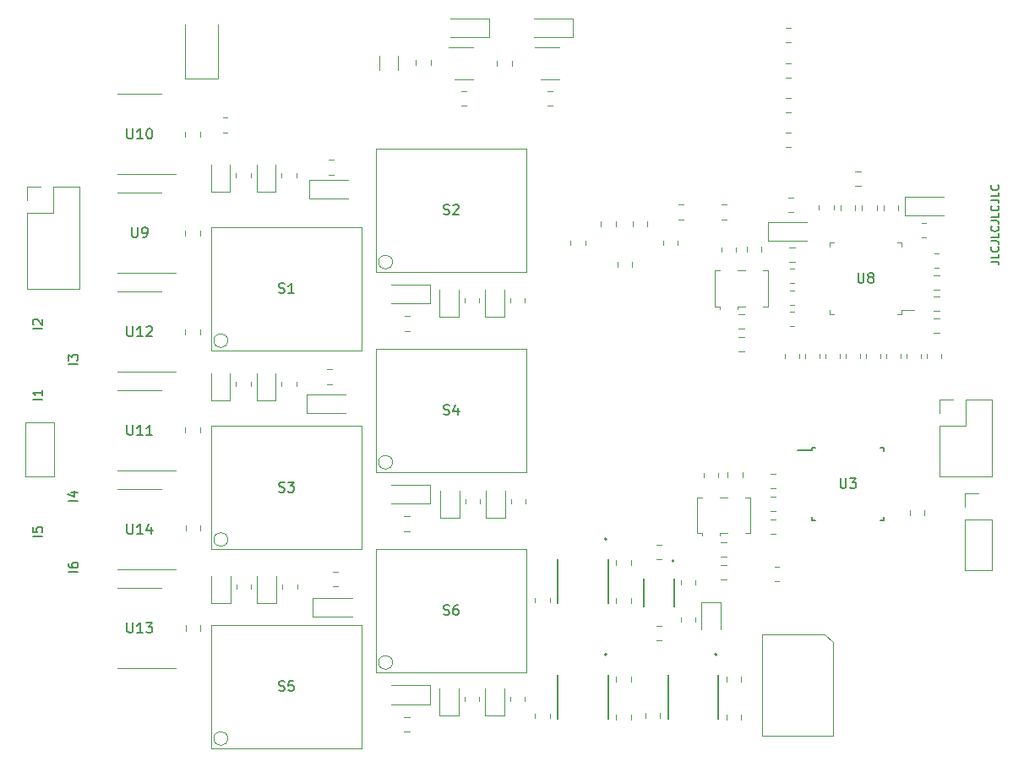
<source format=gto>
G04 #@! TF.GenerationSoftware,KiCad,Pcbnew,(5.1.12)-1*
G04 #@! TF.CreationDate,2022-03-28T13:46:33+08:00*
G04 #@! TF.ProjectId,spi_mux_demo_board,7370695f-6d75-4785-9f64-656d6f5f626f,rev?*
G04 #@! TF.SameCoordinates,Original*
G04 #@! TF.FileFunction,Legend,Top*
G04 #@! TF.FilePolarity,Positive*
%FSLAX46Y46*%
G04 Gerber Fmt 4.6, Leading zero omitted, Abs format (unit mm)*
G04 Created by KiCad (PCBNEW (5.1.12)-1) date 2022-03-28 13:46:33*
%MOMM*%
%LPD*%
G01*
G04 APERTURE LIST*
%ADD10C,0.150000*%
%ADD11C,0.127000*%
%ADD12C,0.200000*%
%ADD13C,0.120000*%
%ADD14C,0.300000*%
%ADD15C,1.408000*%
%ADD16C,3.300000*%
%ADD17C,2.184400*%
%ADD18C,1.300000*%
%ADD19O,1.700000X1.700000*%
%ADD20R,1.700000X1.700000*%
%ADD21R,1.050000X1.050000*%
%ADD22R,2.200000X1.050000*%
%ADD23C,2.600000*%
%ADD24R,2.600000X2.600000*%
%ADD25R,1.400000X1.200000*%
%ADD26R,0.550000X1.600000*%
%ADD27R,1.600000X0.550000*%
%ADD28R,1.060000X0.650000*%
%ADD29R,0.640000X1.930000*%
%ADD30C,0.750000*%
%ADD31R,0.750000X0.750000*%
%ADD32R,1.800000X2.500000*%
%ADD33R,1.600000X1.600000*%
%ADD34C,0.800000*%
%ADD35C,6.400000*%
G04 APERTURE END LIST*
D10*
X197326304Y-85940438D02*
X197897733Y-85940438D01*
X198012019Y-85978533D01*
X198088209Y-86054723D01*
X198126304Y-86169009D01*
X198126304Y-86245200D01*
X198126304Y-85178533D02*
X198126304Y-85559485D01*
X197326304Y-85559485D01*
X198050114Y-84454723D02*
X198088209Y-84492819D01*
X198126304Y-84607104D01*
X198126304Y-84683295D01*
X198088209Y-84797580D01*
X198012019Y-84873771D01*
X197935828Y-84911866D01*
X197783447Y-84949961D01*
X197669161Y-84949961D01*
X197516780Y-84911866D01*
X197440590Y-84873771D01*
X197364400Y-84797580D01*
X197326304Y-84683295D01*
X197326304Y-84607104D01*
X197364400Y-84492819D01*
X197402495Y-84454723D01*
X197326304Y-83883295D02*
X197897733Y-83883295D01*
X198012019Y-83921390D01*
X198088209Y-83997580D01*
X198126304Y-84111866D01*
X198126304Y-84188057D01*
X198126304Y-83121390D02*
X198126304Y-83502342D01*
X197326304Y-83502342D01*
X198050114Y-82397580D02*
X198088209Y-82435676D01*
X198126304Y-82549961D01*
X198126304Y-82626152D01*
X198088209Y-82740438D01*
X198012019Y-82816628D01*
X197935828Y-82854723D01*
X197783447Y-82892819D01*
X197669161Y-82892819D01*
X197516780Y-82854723D01*
X197440590Y-82816628D01*
X197364400Y-82740438D01*
X197326304Y-82626152D01*
X197326304Y-82549961D01*
X197364400Y-82435676D01*
X197402495Y-82397580D01*
X197326304Y-81826152D02*
X197897733Y-81826152D01*
X198012019Y-81864247D01*
X198088209Y-81940438D01*
X198126304Y-82054723D01*
X198126304Y-82130914D01*
X198126304Y-81064247D02*
X198126304Y-81445200D01*
X197326304Y-81445200D01*
X198050114Y-80340438D02*
X198088209Y-80378533D01*
X198126304Y-80492819D01*
X198126304Y-80569009D01*
X198088209Y-80683295D01*
X198012019Y-80759485D01*
X197935828Y-80797580D01*
X197783447Y-80835676D01*
X197669161Y-80835676D01*
X197516780Y-80797580D01*
X197440590Y-80759485D01*
X197364400Y-80683295D01*
X197326304Y-80569009D01*
X197326304Y-80492819D01*
X197364400Y-80378533D01*
X197402495Y-80340438D01*
X197326304Y-79769009D02*
X197897733Y-79769009D01*
X198012019Y-79807104D01*
X198088209Y-79883295D01*
X198126304Y-79997580D01*
X198126304Y-80073771D01*
X198126304Y-79007104D02*
X198126304Y-79388057D01*
X197326304Y-79388057D01*
X198050114Y-78283295D02*
X198088209Y-78321390D01*
X198126304Y-78435676D01*
X198126304Y-78511866D01*
X198088209Y-78626152D01*
X198012019Y-78702342D01*
X197935828Y-78740438D01*
X197783447Y-78778533D01*
X197669161Y-78778533D01*
X197516780Y-78740438D01*
X197440590Y-78702342D01*
X197364400Y-78626152D01*
X197326304Y-78511866D01*
X197326304Y-78435676D01*
X197364400Y-78321390D01*
X197402495Y-78283295D01*
D11*
X162589000Y-117726000D02*
X162589000Y-120526000D01*
X165579000Y-117726000D02*
X165579000Y-120526000D01*
D12*
X165559000Y-115936000D02*
G75*
G03*
X165559000Y-115936000I-100000J0D01*
G01*
D11*
X153964000Y-127340000D02*
X153964000Y-131740000D01*
X158964000Y-127340000D02*
X158964000Y-131740000D01*
D12*
X158824000Y-125300000D02*
G75*
G03*
X158824000Y-125300000I-100000J0D01*
G01*
D11*
X165013000Y-127340000D02*
X165013000Y-131740000D01*
X170013000Y-127340000D02*
X170013000Y-131740000D01*
D12*
X169873000Y-125300000D02*
G75*
G03*
X169873000Y-125300000I-100000J0D01*
G01*
D11*
X153964000Y-115783000D02*
X153964000Y-120183000D01*
X158964000Y-115783000D02*
X158964000Y-120183000D01*
D12*
X158824000Y-113743000D02*
G75*
G03*
X158824000Y-113743000I-100000J0D01*
G01*
D13*
X136072200Y-65312936D02*
X136072200Y-66767064D01*
X137892200Y-65312936D02*
X137892200Y-66767064D01*
X100778000Y-78426000D02*
X102108000Y-78426000D01*
X100778000Y-79756000D02*
X100778000Y-78426000D01*
X103378000Y-78426000D02*
X105978000Y-78426000D01*
X103378000Y-81026000D02*
X103378000Y-78426000D01*
X100778000Y-81026000D02*
X103378000Y-81026000D01*
X105978000Y-78426000D02*
X105978000Y-88706000D01*
X100778000Y-81026000D02*
X100778000Y-88706000D01*
X100778000Y-88706000D02*
X105978000Y-88706000D01*
X126353900Y-118289336D02*
X126353900Y-118743464D01*
X127823900Y-118289336D02*
X127823900Y-118743464D01*
X121739566Y-118289336D02*
X121739566Y-118743464D01*
X123209566Y-118289336D02*
X123209566Y-118743464D01*
X150658500Y-129977564D02*
X150658500Y-129523436D01*
X149188500Y-129977564D02*
X149188500Y-129523436D01*
X144616500Y-129523436D02*
X144616500Y-129977564D01*
X146086500Y-129523436D02*
X146086500Y-129977564D01*
X150722000Y-110165564D02*
X150722000Y-109711436D01*
X149252000Y-110165564D02*
X149252000Y-109711436D01*
X146150000Y-110165564D02*
X146150000Y-109711436D01*
X144680000Y-110165564D02*
X144680000Y-109711436D01*
X126265000Y-97956636D02*
X126265000Y-98410764D01*
X127735000Y-97956636D02*
X127735000Y-98410764D01*
X121693000Y-97956636D02*
X121693000Y-98410764D01*
X123163000Y-97956636D02*
X123163000Y-98410764D01*
X150658500Y-90016064D02*
X150658500Y-89561936D01*
X149188500Y-90016064D02*
X149188500Y-89561936D01*
X146086500Y-90016064D02*
X146086500Y-89561936D01*
X144616500Y-90016064D02*
X144616500Y-89561936D01*
X127735000Y-77506564D02*
X127735000Y-77052436D01*
X126265000Y-77506564D02*
X126265000Y-77052436D01*
X123163000Y-77506564D02*
X123163000Y-77052436D01*
X121693000Y-77506564D02*
X121693000Y-77052436D01*
X177265064Y-69496000D02*
X176810936Y-69496000D01*
X177265064Y-70966000D02*
X176810936Y-70966000D01*
X120397536Y-72972600D02*
X120851664Y-72972600D01*
X120397536Y-71502600D02*
X120851664Y-71502600D01*
X170373936Y-81697500D02*
X170828064Y-81697500D01*
X170373936Y-80227500D02*
X170828064Y-80227500D01*
X155221000Y-83846936D02*
X155221000Y-84301064D01*
X156691000Y-83846936D02*
X156691000Y-84301064D01*
X164492000Y-83846936D02*
X164492000Y-84301064D01*
X165962000Y-83846936D02*
X165962000Y-84301064D01*
X177265064Y-72988500D02*
X176810936Y-72988500D01*
X177265064Y-74458500D02*
X176810936Y-74458500D01*
X192124064Y-85117000D02*
X191669936Y-85117000D01*
X192124064Y-86587000D02*
X191669936Y-86587000D01*
X176810936Y-63981000D02*
X177265064Y-63981000D01*
X176810936Y-62511000D02*
X177265064Y-62511000D01*
X176810936Y-67537000D02*
X177265064Y-67537000D01*
X176810936Y-66067000D02*
X177265064Y-66067000D01*
X181583000Y-80745064D02*
X181583000Y-80290936D01*
X180113000Y-80745064D02*
X180113000Y-80290936D01*
X184812000Y-95149936D02*
X184812000Y-95604064D01*
X186282000Y-95149936D02*
X186282000Y-95604064D01*
X182780000Y-95149936D02*
X182780000Y-95604064D01*
X184250000Y-95149936D02*
X184250000Y-95604064D01*
X180748000Y-95149936D02*
X180748000Y-95604064D01*
X182218000Y-95149936D02*
X182218000Y-95604064D01*
X178716000Y-95149936D02*
X178716000Y-95604064D01*
X180186000Y-95149936D02*
X180186000Y-95604064D01*
X176684000Y-95149936D02*
X176684000Y-95604064D01*
X178154000Y-95149936D02*
X178154000Y-95604064D01*
X177646064Y-86641000D02*
X177191936Y-86641000D01*
X177646064Y-88111000D02*
X177191936Y-88111000D01*
X186844000Y-95149936D02*
X186844000Y-95604064D01*
X188314000Y-95149936D02*
X188314000Y-95604064D01*
X188876000Y-95149936D02*
X188876000Y-95604064D01*
X190346000Y-95149936D02*
X190346000Y-95604064D01*
X190908000Y-95149936D02*
X190908000Y-95604064D01*
X192378000Y-95149936D02*
X192378000Y-95604064D01*
X177646064Y-90959000D02*
X177191936Y-90959000D01*
X177646064Y-92429000D02*
X177191936Y-92429000D01*
X177646064Y-88800000D02*
X177191936Y-88800000D01*
X177646064Y-90270000D02*
X177191936Y-90270000D01*
X166270000Y-117882936D02*
X166270000Y-118337064D01*
X167740000Y-117882936D02*
X167740000Y-118337064D01*
X151665000Y-131217936D02*
X151665000Y-131672064D01*
X153135000Y-131217936D02*
X153135000Y-131672064D01*
X162714000Y-131194436D02*
X162714000Y-131648564D01*
X164184000Y-131194436D02*
X164184000Y-131648564D01*
X151665000Y-119660936D02*
X151665000Y-120115064D01*
X153135000Y-119660936D02*
X153135000Y-120115064D01*
X167740000Y-122020064D02*
X167740000Y-121565936D01*
X166270000Y-122020064D02*
X166270000Y-121565936D01*
X175286936Y-110971000D02*
X175741064Y-110971000D01*
X175286936Y-109501000D02*
X175741064Y-109501000D01*
X175667936Y-117956000D02*
X176122064Y-117956000D01*
X175667936Y-116486000D02*
X176122064Y-116486000D01*
X190399936Y-83539000D02*
X190854064Y-83539000D01*
X190399936Y-82069000D02*
X190854064Y-82069000D01*
X170334000Y-84481936D02*
X170334000Y-84936064D01*
X171804000Y-84481936D02*
X171804000Y-84936064D01*
X168556000Y-107087936D02*
X168556000Y-107542064D01*
X170026000Y-107087936D02*
X170026000Y-107542064D01*
X125741732Y-120181400D02*
X125741732Y-117496400D01*
X123821732Y-120181400D02*
X125741732Y-120181400D01*
X123821732Y-117496400D02*
X123821732Y-120181400D01*
X121127400Y-120181400D02*
X121127400Y-117496400D01*
X119207400Y-120181400D02*
X121127400Y-120181400D01*
X119207400Y-117496400D02*
X119207400Y-120181400D01*
X148597500Y-131415500D02*
X148597500Y-128730500D01*
X146677500Y-131415500D02*
X148597500Y-131415500D01*
X146677500Y-128730500D02*
X146677500Y-131415500D01*
X144025500Y-131415500D02*
X144025500Y-128730500D01*
X142105500Y-131415500D02*
X144025500Y-131415500D01*
X142105500Y-128730500D02*
X142105500Y-131415500D01*
X148661000Y-111603500D02*
X148661000Y-108918500D01*
X146741000Y-111603500D02*
X148661000Y-111603500D01*
X146741000Y-108918500D02*
X146741000Y-111603500D01*
X144089000Y-111603500D02*
X144089000Y-108918500D01*
X142169000Y-111603500D02*
X144089000Y-111603500D01*
X142169000Y-108918500D02*
X142169000Y-111603500D01*
X125674000Y-99848700D02*
X125674000Y-97163700D01*
X123754000Y-99848700D02*
X125674000Y-99848700D01*
X123754000Y-97163700D02*
X123754000Y-99848700D01*
X121102000Y-99848700D02*
X121102000Y-97163700D01*
X119182000Y-99848700D02*
X121102000Y-99848700D01*
X119182000Y-97163700D02*
X119182000Y-99848700D01*
X148597500Y-91454000D02*
X148597500Y-88769000D01*
X146677500Y-91454000D02*
X148597500Y-91454000D01*
X146677500Y-88769000D02*
X146677500Y-91454000D01*
X144025500Y-91454000D02*
X144025500Y-88769000D01*
X142105500Y-91454000D02*
X144025500Y-91454000D01*
X142105500Y-88769000D02*
X142105500Y-91454000D01*
X125674000Y-78944500D02*
X125674000Y-76259500D01*
X123754000Y-78944500D02*
X125674000Y-78944500D01*
X123754000Y-76259500D02*
X123754000Y-78944500D01*
X121102000Y-78944500D02*
X121102000Y-76259500D01*
X119182000Y-78944500D02*
X121102000Y-78944500D01*
X119182000Y-76259500D02*
X119182000Y-78944500D01*
X168331000Y-120108000D02*
X168331000Y-122793000D01*
X170251000Y-120108000D02*
X168331000Y-120108000D01*
X170251000Y-122793000D02*
X170251000Y-120108000D01*
X116638400Y-122395348D02*
X116638400Y-122917852D01*
X118108400Y-122395348D02*
X118108400Y-122917852D01*
X139072252Y-131599000D02*
X138549748Y-131599000D01*
X139072252Y-133069000D02*
X138549748Y-133069000D01*
X116663800Y-112387748D02*
X116663800Y-112910252D01*
X118133800Y-112387748D02*
X118133800Y-112910252D01*
X131425048Y-118514800D02*
X131947552Y-118514800D01*
X131425048Y-117044800D02*
X131947552Y-117044800D01*
X116613000Y-102557948D02*
X116613000Y-103080452D01*
X118083000Y-102557948D02*
X118083000Y-103080452D01*
X139072252Y-111469500D02*
X138549748Y-111469500D01*
X139072252Y-112939500D02*
X138549748Y-112939500D01*
X116613000Y-92702748D02*
X116613000Y-93225252D01*
X118083000Y-92702748D02*
X118083000Y-93225252D01*
X130780248Y-98207500D02*
X131302752Y-98207500D01*
X130780248Y-96737500D02*
X131302752Y-96737500D01*
X116613000Y-82796748D02*
X116613000Y-83319252D01*
X118083000Y-82796748D02*
X118083000Y-83319252D01*
X139135752Y-91403500D02*
X138613248Y-91403500D01*
X139135752Y-92873500D02*
X138613248Y-92873500D01*
X116613000Y-72890748D02*
X116613000Y-73413252D01*
X118083000Y-72890748D02*
X118083000Y-73413252D01*
X130993248Y-77214400D02*
X131515752Y-77214400D01*
X130993248Y-75744400D02*
X131515752Y-75744400D01*
X166567752Y-80227500D02*
X166045248Y-80227500D01*
X166567752Y-81697500D02*
X166045248Y-81697500D01*
X161390000Y-86494252D02*
X161390000Y-85971748D01*
X159920000Y-86494252D02*
X159920000Y-85971748D01*
X158269000Y-81907748D02*
X158269000Y-82430252D01*
X159739000Y-81907748D02*
X159739000Y-82430252D01*
X161444000Y-81907748D02*
X161444000Y-82430252D01*
X162914000Y-81907748D02*
X162914000Y-82430252D01*
X182272000Y-80256748D02*
X182272000Y-80779252D01*
X183742000Y-80256748D02*
X183742000Y-80779252D01*
X184431000Y-80256748D02*
X184431000Y-80779252D01*
X185901000Y-80256748D02*
X185901000Y-80779252D01*
X172077748Y-94969000D02*
X172600252Y-94969000D01*
X172077748Y-93499000D02*
X172600252Y-93499000D01*
X172077748Y-92683000D02*
X172600252Y-92683000D01*
X172077748Y-91213000D02*
X172600252Y-91213000D01*
X174344000Y-84970252D02*
X174344000Y-84447748D01*
X172874000Y-84970252D02*
X172874000Y-84447748D01*
X192158252Y-91594000D02*
X191635748Y-91594000D01*
X192158252Y-93064000D02*
X191635748Y-93064000D01*
X192158252Y-89435000D02*
X191635748Y-89435000D01*
X192158252Y-90905000D02*
X191635748Y-90905000D01*
X192158252Y-87276000D02*
X191635748Y-87276000D01*
X192158252Y-88746000D02*
X191635748Y-88746000D01*
X177030748Y-80999000D02*
X177553252Y-80999000D01*
X177030748Y-79529000D02*
X177553252Y-79529000D01*
X186590000Y-80256748D02*
X186590000Y-80779252D01*
X188060000Y-80256748D02*
X188060000Y-80779252D01*
X184284252Y-76862000D02*
X183761748Y-76862000D01*
X184284252Y-78332000D02*
X183761748Y-78332000D01*
X177680252Y-84482000D02*
X177157748Y-84482000D01*
X177680252Y-85952000D02*
X177157748Y-85952000D01*
X164345252Y-122455000D02*
X163822748Y-122455000D01*
X164345252Y-123925000D02*
X163822748Y-123925000D01*
X164345252Y-114327000D02*
X163822748Y-114327000D01*
X164345252Y-115797000D02*
X163822748Y-115797000D01*
X161263000Y-131833252D02*
X161263000Y-131310748D01*
X159793000Y-131833252D02*
X159793000Y-131310748D01*
X161263000Y-128023252D02*
X161263000Y-127500748D01*
X159793000Y-128023252D02*
X159793000Y-127500748D01*
X172312000Y-131833252D02*
X172312000Y-131310748D01*
X170842000Y-131833252D02*
X170842000Y-131310748D01*
X172312000Y-128023252D02*
X172312000Y-127500748D01*
X170842000Y-128023252D02*
X170842000Y-127500748D01*
X161263000Y-120149252D02*
X161263000Y-119626748D01*
X159793000Y-120149252D02*
X159793000Y-119626748D01*
X161263000Y-116339252D02*
X161263000Y-115816748D01*
X159793000Y-116339252D02*
X159793000Y-115816748D01*
X170969000Y-107053748D02*
X170969000Y-107576252D01*
X172439000Y-107053748D02*
X172439000Y-107576252D01*
X170822252Y-114073000D02*
X170299748Y-114073000D01*
X170822252Y-115543000D02*
X170299748Y-115543000D01*
X170822252Y-116359000D02*
X170299748Y-116359000D01*
X170822252Y-117829000D02*
X170299748Y-117829000D01*
X190663500Y-111386252D02*
X190663500Y-110863748D01*
X189193500Y-111386252D02*
X189193500Y-110863748D01*
X175775252Y-111787000D02*
X175252748Y-111787000D01*
X175775252Y-113257000D02*
X175252748Y-113257000D01*
X175775252Y-107215000D02*
X175252748Y-107215000D01*
X175775252Y-108685000D02*
X175252748Y-108685000D01*
X153423252Y-68861000D02*
X152900748Y-68861000D01*
X153423252Y-70331000D02*
X152900748Y-70331000D01*
X147855000Y-65778748D02*
X147855000Y-66301252D01*
X149325000Y-65778748D02*
X149325000Y-66301252D01*
X144787252Y-68861000D02*
X144264748Y-68861000D01*
X144787252Y-70331000D02*
X144264748Y-70331000D01*
X139727000Y-65727948D02*
X139727000Y-66250452D01*
X141197000Y-65727948D02*
X141197000Y-66250452D01*
X171969000Y-90446000D02*
X171969000Y-90686000D01*
X172709000Y-90446000D02*
X171969000Y-90446000D01*
X169639000Y-86846000D02*
X170169000Y-86846000D01*
X169639000Y-90446000D02*
X169639000Y-86846000D01*
X170169000Y-90446000D02*
X169639000Y-90446000D01*
X170169000Y-90686000D02*
X170169000Y-90446000D01*
X171969000Y-86846000D02*
X172709000Y-86846000D01*
X175039000Y-90446000D02*
X174509000Y-90446000D01*
X175039000Y-86846000D02*
X175039000Y-90446000D01*
X174509000Y-86846000D02*
X175039000Y-86846000D01*
X170191000Y-113179000D02*
X170191000Y-113419000D01*
X170931000Y-113179000D02*
X170191000Y-113179000D01*
X167861000Y-109579000D02*
X168391000Y-109579000D01*
X167861000Y-113179000D02*
X167861000Y-109579000D01*
X168391000Y-113179000D02*
X167861000Y-113179000D01*
X168391000Y-113419000D02*
X168391000Y-113179000D01*
X170191000Y-109579000D02*
X170931000Y-109579000D01*
X173261000Y-113179000D02*
X172731000Y-113179000D01*
X173261000Y-109579000D02*
X173261000Y-113179000D01*
X172731000Y-109579000D02*
X173261000Y-109579000D01*
X112014000Y-116778604D02*
X115614000Y-116778604D01*
X112014000Y-116778604D02*
X109814000Y-116778604D01*
X112014000Y-108708604D02*
X114214000Y-108708604D01*
X112014000Y-108708604D02*
X109814000Y-108708604D01*
X112014000Y-126676505D02*
X115614000Y-126676505D01*
X112014000Y-126676505D02*
X109814000Y-126676505D01*
X112014000Y-118606505D02*
X114214000Y-118606505D01*
X112014000Y-118606505D02*
X109814000Y-118606505D01*
X112014000Y-96982802D02*
X115614000Y-96982802D01*
X112014000Y-96982802D02*
X109814000Y-96982802D01*
X112014000Y-88912802D02*
X114214000Y-88912802D01*
X112014000Y-88912802D02*
X109814000Y-88912802D01*
X112014000Y-106880703D02*
X115614000Y-106880703D01*
X112014000Y-106880703D02*
X109814000Y-106880703D01*
X112014000Y-98810703D02*
X114214000Y-98810703D01*
X112014000Y-98810703D02*
X109814000Y-98810703D01*
X112014000Y-77187000D02*
X115614000Y-77187000D01*
X112014000Y-77187000D02*
X109814000Y-77187000D01*
X112014000Y-69117000D02*
X114214000Y-69117000D01*
X112014000Y-69117000D02*
X109814000Y-69117000D01*
X112014000Y-87084901D02*
X115614000Y-87084901D01*
X112014000Y-87084901D02*
X109814000Y-87084901D01*
X112014000Y-79014901D02*
X114214000Y-79014901D01*
X112014000Y-79014901D02*
X109814000Y-79014901D01*
X188395000Y-90790000D02*
X189685000Y-90790000D01*
X188395000Y-91240000D02*
X188395000Y-90790000D01*
X187945000Y-91240000D02*
X188395000Y-91240000D01*
X181175000Y-91240000D02*
X181175000Y-90790000D01*
X181625000Y-91240000D02*
X181175000Y-91240000D01*
X188395000Y-84020000D02*
X188395000Y-84470000D01*
X187945000Y-84020000D02*
X188395000Y-84020000D01*
X181175000Y-84020000D02*
X181175000Y-84470000D01*
X181625000Y-84020000D02*
X181175000Y-84020000D01*
D10*
X179382000Y-104804000D02*
X177957000Y-104804000D01*
X186632000Y-104579000D02*
X186307000Y-104579000D01*
X186632000Y-111829000D02*
X186307000Y-111829000D01*
X179382000Y-111829000D02*
X179707000Y-111829000D01*
X179382000Y-104579000D02*
X179707000Y-104579000D01*
X179382000Y-111829000D02*
X179382000Y-111504000D01*
X186632000Y-111829000D02*
X186632000Y-111504000D01*
X186632000Y-104579000D02*
X186632000Y-104904000D01*
X179382000Y-104579000D02*
X179382000Y-104804000D01*
D13*
X154062000Y-64430000D02*
X151612000Y-64430000D01*
X152262000Y-67650000D02*
X154062000Y-67650000D01*
X145426000Y-64430000D02*
X142976000Y-64430000D01*
X143626000Y-67650000D02*
X145426000Y-67650000D01*
X137377400Y-126111000D02*
G75*
G03*
X137377400Y-126111000I-700000J0D01*
G01*
X150806000Y-114729000D02*
X150806000Y-127079000D01*
X135706000Y-114729000D02*
X135706000Y-127079000D01*
X135706000Y-114729000D02*
X150806000Y-114729000D01*
X135706000Y-127079000D02*
X150806000Y-127079000D01*
X120867400Y-133731000D02*
G75*
G03*
X120867400Y-133731000I-700000J0D01*
G01*
X134296000Y-122349000D02*
X134296000Y-134699000D01*
X119196000Y-122349000D02*
X119196000Y-134699000D01*
X119196000Y-122349000D02*
X134296000Y-122349000D01*
X119196000Y-134699000D02*
X134296000Y-134699000D01*
X137377400Y-106045000D02*
G75*
G03*
X137377400Y-106045000I-700000J0D01*
G01*
X150806000Y-94663000D02*
X150806000Y-107013000D01*
X135706000Y-94663000D02*
X135706000Y-107013000D01*
X135706000Y-94663000D02*
X150806000Y-94663000D01*
X135706000Y-107013000D02*
X150806000Y-107013000D01*
X120867400Y-113792000D02*
G75*
G03*
X120867400Y-113792000I-700000J0D01*
G01*
X134296000Y-102410000D02*
X134296000Y-114760000D01*
X119196000Y-102410000D02*
X119196000Y-114760000D01*
X119196000Y-102410000D02*
X134296000Y-102410000D01*
X119196000Y-114760000D02*
X134296000Y-114760000D01*
X137377400Y-85979000D02*
G75*
G03*
X137377400Y-85979000I-700000J0D01*
G01*
X150806000Y-74597000D02*
X150806000Y-86947000D01*
X135706000Y-74597000D02*
X135706000Y-86947000D01*
X135706000Y-74597000D02*
X150806000Y-74597000D01*
X135706000Y-86947000D02*
X150806000Y-86947000D01*
X120867400Y-93853000D02*
G75*
G03*
X120867400Y-93853000I-700000J0D01*
G01*
X134296000Y-82471000D02*
X134296000Y-94821000D01*
X119196000Y-82471000D02*
X119196000Y-94821000D01*
X119196000Y-82471000D02*
X134296000Y-82471000D01*
X119196000Y-94821000D02*
X134296000Y-94821000D01*
X194758000Y-109160000D02*
X196088000Y-109160000D01*
X194758000Y-110490000D02*
X194758000Y-109160000D01*
X194758000Y-111760000D02*
X197418000Y-111760000D01*
X197418000Y-111760000D02*
X197418000Y-116900000D01*
X194758000Y-111760000D02*
X194758000Y-116900000D01*
X194758000Y-116900000D02*
X197418000Y-116900000D01*
X192218000Y-99762000D02*
X193548000Y-99762000D01*
X192218000Y-101092000D02*
X192218000Y-99762000D01*
X194818000Y-99762000D02*
X197418000Y-99762000D01*
X194818000Y-102362000D02*
X194818000Y-99762000D01*
X192218000Y-102362000D02*
X194818000Y-102362000D01*
X197418000Y-99762000D02*
X197418000Y-107502000D01*
X192218000Y-102362000D02*
X192218000Y-107502000D01*
X192218000Y-107502000D02*
X197418000Y-107502000D01*
X103446000Y-102070000D02*
X100546000Y-102070000D01*
X103446000Y-107470000D02*
X103446000Y-102070000D01*
X100546000Y-107470000D02*
X103446000Y-107470000D01*
X100546000Y-102070000D02*
X100546000Y-107470000D01*
X116561600Y-67585800D02*
X116561600Y-62185800D01*
X119861600Y-67585800D02*
X119861600Y-62185800D01*
X116561600Y-67585800D02*
X119861600Y-67585800D01*
X188698000Y-81326000D02*
X192608000Y-81326000D01*
X188698000Y-79456000D02*
X188698000Y-81326000D01*
X192608000Y-79456000D02*
X188698000Y-79456000D01*
X141121000Y-128414500D02*
X137211000Y-128414500D01*
X141121000Y-130284500D02*
X141121000Y-128414500D01*
X137211000Y-130284500D02*
X141121000Y-130284500D01*
X129398800Y-121559600D02*
X133308800Y-121559600D01*
X129398800Y-119689600D02*
X129398800Y-121559600D01*
X133308800Y-119689600D02*
X129398800Y-119689600D01*
X141143500Y-108285000D02*
X137233500Y-108285000D01*
X141143500Y-110155000D02*
X141143500Y-108285000D01*
X137233500Y-110155000D02*
X141143500Y-110155000D01*
X128754000Y-101150700D02*
X132664000Y-101150700D01*
X128754000Y-99280700D02*
X128754000Y-101150700D01*
X132664000Y-99280700D02*
X128754000Y-99280700D01*
X141162000Y-88219000D02*
X137252000Y-88219000D01*
X141162000Y-90089000D02*
X141162000Y-88219000D01*
X137252000Y-90089000D02*
X141162000Y-90089000D01*
X129017800Y-79636900D02*
X132927800Y-79636900D01*
X129017800Y-77766900D02*
X129017800Y-79636900D01*
X132927800Y-77766900D02*
X129017800Y-77766900D01*
X174982000Y-83866000D02*
X178892000Y-83866000D01*
X174982000Y-81996000D02*
X174982000Y-83866000D01*
X178892000Y-81996000D02*
X174982000Y-81996000D01*
X155472000Y-61549000D02*
X151562000Y-61549000D01*
X155472000Y-63419000D02*
X155472000Y-61549000D01*
X151562000Y-63419000D02*
X155472000Y-63419000D01*
X147090000Y-61549000D02*
X143180000Y-61549000D01*
X147090000Y-63419000D02*
X147090000Y-61549000D01*
X143180000Y-63419000D02*
X147090000Y-63419000D01*
X180702400Y-123297000D02*
X181502400Y-124097000D01*
X181502400Y-124097000D02*
X181502400Y-133497000D01*
X181502400Y-133497000D02*
X174402400Y-133497000D01*
X174402400Y-133497000D02*
X174402400Y-123297000D01*
X174402400Y-123297000D02*
X180702400Y-123297000D01*
D10*
X105862380Y-117062190D02*
X104862380Y-117062190D01*
X104862380Y-116157428D02*
X104862380Y-116347904D01*
X104910000Y-116443142D01*
X104957619Y-116490761D01*
X105100476Y-116586000D01*
X105290952Y-116633619D01*
X105671904Y-116633619D01*
X105767142Y-116586000D01*
X105814761Y-116538380D01*
X105862380Y-116443142D01*
X105862380Y-116252666D01*
X105814761Y-116157428D01*
X105767142Y-116109809D01*
X105671904Y-116062190D01*
X105433809Y-116062190D01*
X105338571Y-116109809D01*
X105290952Y-116157428D01*
X105243333Y-116252666D01*
X105243333Y-116443142D01*
X105290952Y-116538380D01*
X105338571Y-116586000D01*
X105433809Y-116633619D01*
X102306380Y-113506190D02*
X101306380Y-113506190D01*
X101306380Y-112553809D02*
X101306380Y-113030000D01*
X101782571Y-113077619D01*
X101734952Y-113030000D01*
X101687333Y-112934761D01*
X101687333Y-112696666D01*
X101734952Y-112601428D01*
X101782571Y-112553809D01*
X101877809Y-112506190D01*
X102115904Y-112506190D01*
X102211142Y-112553809D01*
X102258761Y-112601428D01*
X102306380Y-112696666D01*
X102306380Y-112934761D01*
X102258761Y-113030000D01*
X102211142Y-113077619D01*
X105862380Y-109950190D02*
X104862380Y-109950190D01*
X105195714Y-109045428D02*
X105862380Y-109045428D01*
X104814761Y-109283523D02*
X105529047Y-109521619D01*
X105529047Y-108902571D01*
X105862380Y-96234190D02*
X104862380Y-96234190D01*
X104862380Y-95853238D02*
X104862380Y-95234190D01*
X105243333Y-95567523D01*
X105243333Y-95424666D01*
X105290952Y-95329428D01*
X105338571Y-95281809D01*
X105433809Y-95234190D01*
X105671904Y-95234190D01*
X105767142Y-95281809D01*
X105814761Y-95329428D01*
X105862380Y-95424666D01*
X105862380Y-95710380D01*
X105814761Y-95805619D01*
X105767142Y-95853238D01*
X102306380Y-92678190D02*
X101306380Y-92678190D01*
X101401619Y-92249619D02*
X101354000Y-92202000D01*
X101306380Y-92106761D01*
X101306380Y-91868666D01*
X101354000Y-91773428D01*
X101401619Y-91725809D01*
X101496857Y-91678190D01*
X101592095Y-91678190D01*
X101734952Y-91725809D01*
X102306380Y-92297238D01*
X102306380Y-91678190D01*
X102306380Y-99790190D02*
X101306380Y-99790190D01*
X102306380Y-98790190D02*
X102306380Y-99361619D01*
X102306380Y-99075904D02*
X101306380Y-99075904D01*
X101449238Y-99171142D01*
X101544476Y-99266380D01*
X101592095Y-99361619D01*
X110775904Y-112236479D02*
X110775904Y-113046003D01*
X110823523Y-113141241D01*
X110871142Y-113188860D01*
X110966380Y-113236479D01*
X111156857Y-113236479D01*
X111252095Y-113188860D01*
X111299714Y-113141241D01*
X111347333Y-113046003D01*
X111347333Y-112236479D01*
X112347333Y-113236479D02*
X111775904Y-113236479D01*
X112061619Y-113236479D02*
X112061619Y-112236479D01*
X111966380Y-112379337D01*
X111871142Y-112474575D01*
X111775904Y-112522194D01*
X113204476Y-112569813D02*
X113204476Y-113236479D01*
X112966380Y-112188860D02*
X112728285Y-112903146D01*
X113347333Y-112903146D01*
X110775904Y-122126281D02*
X110775904Y-122935805D01*
X110823523Y-123031043D01*
X110871142Y-123078662D01*
X110966380Y-123126281D01*
X111156857Y-123126281D01*
X111252095Y-123078662D01*
X111299714Y-123031043D01*
X111347333Y-122935805D01*
X111347333Y-122126281D01*
X112347333Y-123126281D02*
X111775904Y-123126281D01*
X112061619Y-123126281D02*
X112061619Y-122126281D01*
X111966380Y-122269139D01*
X111871142Y-122364377D01*
X111775904Y-122411996D01*
X112680666Y-122126281D02*
X113299714Y-122126281D01*
X112966380Y-122507234D01*
X113109238Y-122507234D01*
X113204476Y-122554853D01*
X113252095Y-122602472D01*
X113299714Y-122697710D01*
X113299714Y-122935805D01*
X113252095Y-123031043D01*
X113204476Y-123078662D01*
X113109238Y-123126281D01*
X112823523Y-123126281D01*
X112728285Y-123078662D01*
X112680666Y-123031043D01*
X110775904Y-92424479D02*
X110775904Y-93234003D01*
X110823523Y-93329241D01*
X110871142Y-93376860D01*
X110966380Y-93424479D01*
X111156857Y-93424479D01*
X111252095Y-93376860D01*
X111299714Y-93329241D01*
X111347333Y-93234003D01*
X111347333Y-92424479D01*
X112347333Y-93424479D02*
X111775904Y-93424479D01*
X112061619Y-93424479D02*
X112061619Y-92424479D01*
X111966380Y-92567337D01*
X111871142Y-92662575D01*
X111775904Y-92710194D01*
X112728285Y-92519718D02*
X112775904Y-92472099D01*
X112871142Y-92424479D01*
X113109238Y-92424479D01*
X113204476Y-92472099D01*
X113252095Y-92519718D01*
X113299714Y-92614956D01*
X113299714Y-92710194D01*
X113252095Y-92853051D01*
X112680666Y-93424479D01*
X113299714Y-93424479D01*
X110775904Y-102314281D02*
X110775904Y-103123805D01*
X110823523Y-103219043D01*
X110871142Y-103266662D01*
X110966380Y-103314281D01*
X111156857Y-103314281D01*
X111252095Y-103266662D01*
X111299714Y-103219043D01*
X111347333Y-103123805D01*
X111347333Y-102314281D01*
X112347333Y-103314281D02*
X111775904Y-103314281D01*
X112061619Y-103314281D02*
X112061619Y-102314281D01*
X111966380Y-102457139D01*
X111871142Y-102552377D01*
X111775904Y-102599996D01*
X113299714Y-103314281D02*
X112728285Y-103314281D01*
X113014000Y-103314281D02*
X113014000Y-102314281D01*
X112918761Y-102457139D01*
X112823523Y-102552377D01*
X112728285Y-102599996D01*
X110775904Y-72612479D02*
X110775904Y-73422003D01*
X110823523Y-73517241D01*
X110871142Y-73564860D01*
X110966380Y-73612479D01*
X111156857Y-73612479D01*
X111252095Y-73564860D01*
X111299714Y-73517241D01*
X111347333Y-73422003D01*
X111347333Y-72612479D01*
X112347333Y-73612479D02*
X111775904Y-73612479D01*
X112061619Y-73612479D02*
X112061619Y-72612479D01*
X111966380Y-72755337D01*
X111871142Y-72850575D01*
X111775904Y-72898194D01*
X112966380Y-72612479D02*
X113061619Y-72612479D01*
X113156857Y-72660099D01*
X113204476Y-72707718D01*
X113252095Y-72802956D01*
X113299714Y-72993432D01*
X113299714Y-73231527D01*
X113252095Y-73422003D01*
X113204476Y-73517241D01*
X113156857Y-73564860D01*
X113061619Y-73612479D01*
X112966380Y-73612479D01*
X112871142Y-73564860D01*
X112823523Y-73517241D01*
X112775904Y-73422003D01*
X112728285Y-73231527D01*
X112728285Y-72993432D01*
X112775904Y-72802956D01*
X112823523Y-72707718D01*
X112871142Y-72660099D01*
X112966380Y-72612479D01*
X111252095Y-82502281D02*
X111252095Y-83311805D01*
X111299714Y-83407043D01*
X111347333Y-83454662D01*
X111442571Y-83502281D01*
X111633047Y-83502281D01*
X111728285Y-83454662D01*
X111775904Y-83407043D01*
X111823523Y-83311805D01*
X111823523Y-82502281D01*
X112347333Y-83502281D02*
X112537809Y-83502281D01*
X112633047Y-83454662D01*
X112680666Y-83407043D01*
X112775904Y-83264186D01*
X112823523Y-83073710D01*
X112823523Y-82692758D01*
X112775904Y-82597520D01*
X112728285Y-82549901D01*
X112633047Y-82502281D01*
X112442571Y-82502281D01*
X112347333Y-82549901D01*
X112299714Y-82597520D01*
X112252095Y-82692758D01*
X112252095Y-82930853D01*
X112299714Y-83026091D01*
X112347333Y-83073710D01*
X112442571Y-83121329D01*
X112633047Y-83121329D01*
X112728285Y-83073710D01*
X112775904Y-83026091D01*
X112823523Y-82930853D01*
X184023095Y-87082380D02*
X184023095Y-87891904D01*
X184070714Y-87987142D01*
X184118333Y-88034761D01*
X184213571Y-88082380D01*
X184404047Y-88082380D01*
X184499285Y-88034761D01*
X184546904Y-87987142D01*
X184594523Y-87891904D01*
X184594523Y-87082380D01*
X185213571Y-87510952D02*
X185118333Y-87463333D01*
X185070714Y-87415714D01*
X185023095Y-87320476D01*
X185023095Y-87272857D01*
X185070714Y-87177619D01*
X185118333Y-87130000D01*
X185213571Y-87082380D01*
X185404047Y-87082380D01*
X185499285Y-87130000D01*
X185546904Y-87177619D01*
X185594523Y-87272857D01*
X185594523Y-87320476D01*
X185546904Y-87415714D01*
X185499285Y-87463333D01*
X185404047Y-87510952D01*
X185213571Y-87510952D01*
X185118333Y-87558571D01*
X185070714Y-87606190D01*
X185023095Y-87701428D01*
X185023095Y-87891904D01*
X185070714Y-87987142D01*
X185118333Y-88034761D01*
X185213571Y-88082380D01*
X185404047Y-88082380D01*
X185499285Y-88034761D01*
X185546904Y-87987142D01*
X185594523Y-87891904D01*
X185594523Y-87701428D01*
X185546904Y-87606190D01*
X185499285Y-87558571D01*
X185404047Y-87510952D01*
X182245095Y-107656380D02*
X182245095Y-108465904D01*
X182292714Y-108561142D01*
X182340333Y-108608761D01*
X182435571Y-108656380D01*
X182626047Y-108656380D01*
X182721285Y-108608761D01*
X182768904Y-108561142D01*
X182816523Y-108465904D01*
X182816523Y-107656380D01*
X183197476Y-107656380D02*
X183816523Y-107656380D01*
X183483190Y-108037333D01*
X183626047Y-108037333D01*
X183721285Y-108084952D01*
X183768904Y-108132571D01*
X183816523Y-108227809D01*
X183816523Y-108465904D01*
X183768904Y-108561142D01*
X183721285Y-108608761D01*
X183626047Y-108656380D01*
X183340333Y-108656380D01*
X183245095Y-108608761D01*
X183197476Y-108561142D01*
X142494095Y-121308761D02*
X142636952Y-121356380D01*
X142875047Y-121356380D01*
X142970285Y-121308761D01*
X143017904Y-121261142D01*
X143065523Y-121165904D01*
X143065523Y-121070666D01*
X143017904Y-120975428D01*
X142970285Y-120927809D01*
X142875047Y-120880190D01*
X142684571Y-120832571D01*
X142589333Y-120784952D01*
X142541714Y-120737333D01*
X142494095Y-120642095D01*
X142494095Y-120546857D01*
X142541714Y-120451619D01*
X142589333Y-120404000D01*
X142684571Y-120356380D01*
X142922666Y-120356380D01*
X143065523Y-120404000D01*
X143922666Y-120356380D02*
X143732190Y-120356380D01*
X143636952Y-120404000D01*
X143589333Y-120451619D01*
X143494095Y-120594476D01*
X143446476Y-120784952D01*
X143446476Y-121165904D01*
X143494095Y-121261142D01*
X143541714Y-121308761D01*
X143636952Y-121356380D01*
X143827428Y-121356380D01*
X143922666Y-121308761D01*
X143970285Y-121261142D01*
X144017904Y-121165904D01*
X144017904Y-120927809D01*
X143970285Y-120832571D01*
X143922666Y-120784952D01*
X143827428Y-120737333D01*
X143636952Y-120737333D01*
X143541714Y-120784952D01*
X143494095Y-120832571D01*
X143446476Y-120927809D01*
X125984095Y-128928761D02*
X126126952Y-128976380D01*
X126365047Y-128976380D01*
X126460285Y-128928761D01*
X126507904Y-128881142D01*
X126555523Y-128785904D01*
X126555523Y-128690666D01*
X126507904Y-128595428D01*
X126460285Y-128547809D01*
X126365047Y-128500190D01*
X126174571Y-128452571D01*
X126079333Y-128404952D01*
X126031714Y-128357333D01*
X125984095Y-128262095D01*
X125984095Y-128166857D01*
X126031714Y-128071619D01*
X126079333Y-128024000D01*
X126174571Y-127976380D01*
X126412666Y-127976380D01*
X126555523Y-128024000D01*
X127460285Y-127976380D02*
X126984095Y-127976380D01*
X126936476Y-128452571D01*
X126984095Y-128404952D01*
X127079333Y-128357333D01*
X127317428Y-128357333D01*
X127412666Y-128404952D01*
X127460285Y-128452571D01*
X127507904Y-128547809D01*
X127507904Y-128785904D01*
X127460285Y-128881142D01*
X127412666Y-128928761D01*
X127317428Y-128976380D01*
X127079333Y-128976380D01*
X126984095Y-128928761D01*
X126936476Y-128881142D01*
X142494095Y-101242761D02*
X142636952Y-101290380D01*
X142875047Y-101290380D01*
X142970285Y-101242761D01*
X143017904Y-101195142D01*
X143065523Y-101099904D01*
X143065523Y-101004666D01*
X143017904Y-100909428D01*
X142970285Y-100861809D01*
X142875047Y-100814190D01*
X142684571Y-100766571D01*
X142589333Y-100718952D01*
X142541714Y-100671333D01*
X142494095Y-100576095D01*
X142494095Y-100480857D01*
X142541714Y-100385619D01*
X142589333Y-100338000D01*
X142684571Y-100290380D01*
X142922666Y-100290380D01*
X143065523Y-100338000D01*
X143922666Y-100623714D02*
X143922666Y-101290380D01*
X143684571Y-100242761D02*
X143446476Y-100957047D01*
X144065523Y-100957047D01*
X125984095Y-108989761D02*
X126126952Y-109037380D01*
X126365047Y-109037380D01*
X126460285Y-108989761D01*
X126507904Y-108942142D01*
X126555523Y-108846904D01*
X126555523Y-108751666D01*
X126507904Y-108656428D01*
X126460285Y-108608809D01*
X126365047Y-108561190D01*
X126174571Y-108513571D01*
X126079333Y-108465952D01*
X126031714Y-108418333D01*
X125984095Y-108323095D01*
X125984095Y-108227857D01*
X126031714Y-108132619D01*
X126079333Y-108085000D01*
X126174571Y-108037380D01*
X126412666Y-108037380D01*
X126555523Y-108085000D01*
X126888857Y-108037380D02*
X127507904Y-108037380D01*
X127174571Y-108418333D01*
X127317428Y-108418333D01*
X127412666Y-108465952D01*
X127460285Y-108513571D01*
X127507904Y-108608809D01*
X127507904Y-108846904D01*
X127460285Y-108942142D01*
X127412666Y-108989761D01*
X127317428Y-109037380D01*
X127031714Y-109037380D01*
X126936476Y-108989761D01*
X126888857Y-108942142D01*
X142494095Y-81176761D02*
X142636952Y-81224380D01*
X142875047Y-81224380D01*
X142970285Y-81176761D01*
X143017904Y-81129142D01*
X143065523Y-81033904D01*
X143065523Y-80938666D01*
X143017904Y-80843428D01*
X142970285Y-80795809D01*
X142875047Y-80748190D01*
X142684571Y-80700571D01*
X142589333Y-80652952D01*
X142541714Y-80605333D01*
X142494095Y-80510095D01*
X142494095Y-80414857D01*
X142541714Y-80319619D01*
X142589333Y-80272000D01*
X142684571Y-80224380D01*
X142922666Y-80224380D01*
X143065523Y-80272000D01*
X143446476Y-80319619D02*
X143494095Y-80272000D01*
X143589333Y-80224380D01*
X143827428Y-80224380D01*
X143922666Y-80272000D01*
X143970285Y-80319619D01*
X144017904Y-80414857D01*
X144017904Y-80510095D01*
X143970285Y-80652952D01*
X143398857Y-81224380D01*
X144017904Y-81224380D01*
X125984095Y-89050761D02*
X126126952Y-89098380D01*
X126365047Y-89098380D01*
X126460285Y-89050761D01*
X126507904Y-89003142D01*
X126555523Y-88907904D01*
X126555523Y-88812666D01*
X126507904Y-88717428D01*
X126460285Y-88669809D01*
X126365047Y-88622190D01*
X126174571Y-88574571D01*
X126079333Y-88526952D01*
X126031714Y-88479333D01*
X125984095Y-88384095D01*
X125984095Y-88288857D01*
X126031714Y-88193619D01*
X126079333Y-88146000D01*
X126174571Y-88098380D01*
X126412666Y-88098380D01*
X126555523Y-88146000D01*
X127507904Y-89098380D02*
X126936476Y-89098380D01*
X127222190Y-89098380D02*
X127222190Y-88098380D01*
X127126952Y-88241238D01*
X127031714Y-88336476D01*
X126936476Y-88384095D01*
%LPC*%
D14*
X154302628Y-101567371D02*
X154302628Y-100567371D01*
X154302628Y-100067371D02*
X154231199Y-100138800D01*
X154302628Y-100210228D01*
X154374057Y-100138800D01*
X154302628Y-100067371D01*
X154302628Y-100210228D01*
X155016914Y-100567371D02*
X155016914Y-101567371D01*
X155016914Y-100710228D02*
X155088342Y-100638800D01*
X155231199Y-100567371D01*
X155445485Y-100567371D01*
X155588342Y-100638800D01*
X155659771Y-100781657D01*
X155659771Y-101567371D01*
X157516914Y-101567371D02*
X157516914Y-100067371D01*
X158374057Y-101567371D01*
X158374057Y-100067371D01*
X159731199Y-101567371D02*
X159731199Y-100781657D01*
X159659771Y-100638800D01*
X159516914Y-100567371D01*
X159231199Y-100567371D01*
X159088342Y-100638800D01*
X159731199Y-101495942D02*
X159588342Y-101567371D01*
X159231199Y-101567371D01*
X159088342Y-101495942D01*
X159016914Y-101353085D01*
X159016914Y-101210228D01*
X159088342Y-101067371D01*
X159231199Y-100995942D01*
X159588342Y-100995942D01*
X159731199Y-100924514D01*
X160445485Y-100567371D02*
X160445485Y-101567371D01*
X160445485Y-100710228D02*
X160516914Y-100638800D01*
X160659771Y-100567371D01*
X160874057Y-100567371D01*
X161016914Y-100638800D01*
X161088342Y-100781657D01*
X161088342Y-101567371D01*
X161802628Y-100567371D02*
X161802628Y-101853085D01*
X161731199Y-101995942D01*
X161588342Y-102067371D01*
X161516914Y-102067371D01*
X161802628Y-100067371D02*
X161731199Y-100138800D01*
X161802628Y-100210228D01*
X161874057Y-100138800D01*
X161802628Y-100067371D01*
X161802628Y-100210228D01*
X162516914Y-101567371D02*
X162516914Y-100567371D01*
X162516914Y-100067371D02*
X162445485Y-100138800D01*
X162516914Y-100210228D01*
X162588342Y-100138800D01*
X162516914Y-100067371D01*
X162516914Y-100210228D01*
X163231199Y-100567371D02*
X163231199Y-101567371D01*
X163231199Y-100710228D02*
X163302628Y-100638800D01*
X163445485Y-100567371D01*
X163659771Y-100567371D01*
X163802628Y-100638800D01*
X163874057Y-100781657D01*
X163874057Y-101567371D01*
X165231199Y-100567371D02*
X165231199Y-101781657D01*
X165159771Y-101924514D01*
X165088342Y-101995942D01*
X164945485Y-102067371D01*
X164731199Y-102067371D01*
X164588342Y-101995942D01*
X165231199Y-101495942D02*
X165088342Y-101567371D01*
X164802628Y-101567371D01*
X164659771Y-101495942D01*
X164588342Y-101424514D01*
X164516914Y-101281657D01*
X164516914Y-100853085D01*
X164588342Y-100710228D01*
X164659771Y-100638800D01*
X164802628Y-100567371D01*
X165088342Y-100567371D01*
X165231199Y-100638800D01*
X165945485Y-101424514D02*
X166016914Y-101495942D01*
X165945485Y-101567371D01*
X165874057Y-101495942D01*
X165945485Y-101424514D01*
X165945485Y-101567371D01*
X155016914Y-98747971D02*
X154302628Y-98747971D01*
X154302628Y-97247971D01*
X155374057Y-97747971D02*
X155731200Y-98747971D01*
X156088342Y-97747971D01*
X156731200Y-98676542D02*
X156731200Y-98747971D01*
X156659771Y-98890828D01*
X156588342Y-98962257D01*
X158802628Y-98033685D02*
X158802628Y-98747971D01*
X158302628Y-97247971D02*
X158802628Y-98033685D01*
X159302628Y-97247971D01*
X160445485Y-97747971D02*
X160445485Y-98747971D01*
X159802628Y-97747971D02*
X159802628Y-98533685D01*
X159874057Y-98676542D01*
X160016914Y-98747971D01*
X160231200Y-98747971D01*
X160374057Y-98676542D01*
X160445485Y-98605114D01*
X161731200Y-98676542D02*
X161588342Y-98747971D01*
X161302628Y-98747971D01*
X161159771Y-98676542D01*
X161088342Y-98533685D01*
X161088342Y-97962257D01*
X161159771Y-97819400D01*
X161302628Y-97747971D01*
X161588342Y-97747971D01*
X161731200Y-97819400D01*
X161802628Y-97962257D01*
X161802628Y-98105114D01*
X161088342Y-98247971D01*
X163088342Y-98747971D02*
X163088342Y-97247971D01*
X163088342Y-98676542D02*
X162945485Y-98747971D01*
X162659771Y-98747971D01*
X162516914Y-98676542D01*
X162445485Y-98605114D01*
X162374057Y-98462257D01*
X162374057Y-98033685D01*
X162445485Y-97890828D01*
X162516914Y-97819400D01*
X162659771Y-97747971D01*
X162945485Y-97747971D01*
X163088342Y-97819400D01*
X164016914Y-98747971D02*
X163874057Y-98676542D01*
X163802628Y-98605114D01*
X163731200Y-98462257D01*
X163731200Y-98033685D01*
X163802628Y-97890828D01*
X163874057Y-97819400D01*
X164016914Y-97747971D01*
X164231200Y-97747971D01*
X164374057Y-97819400D01*
X164445485Y-97890828D01*
X164516914Y-98033685D01*
X164516914Y-98462257D01*
X164445485Y-98605114D01*
X164374057Y-98676542D01*
X164231200Y-98747971D01*
X164016914Y-98747971D01*
X165159771Y-97747971D02*
X165159771Y-98747971D01*
X165159771Y-97890828D02*
X165231200Y-97819400D01*
X165374057Y-97747971D01*
X165588342Y-97747971D01*
X165731200Y-97819400D01*
X165802628Y-97962257D01*
X165802628Y-98747971D01*
X167159771Y-97747971D02*
X167159771Y-98962257D01*
X167088342Y-99105114D01*
X167016914Y-99176542D01*
X166874057Y-99247971D01*
X166659771Y-99247971D01*
X166516914Y-99176542D01*
X167159771Y-98676542D02*
X167016914Y-98747971D01*
X166731200Y-98747971D01*
X166588342Y-98676542D01*
X166516914Y-98605114D01*
X166445485Y-98462257D01*
X166445485Y-98033685D01*
X166516914Y-97890828D01*
X166588342Y-97819400D01*
X166731200Y-97747971D01*
X167016914Y-97747971D01*
X167159771Y-97819400D01*
X154302629Y-95953971D02*
X154302629Y-94453971D01*
X154659771Y-94453971D01*
X154874057Y-94525400D01*
X155016914Y-94668257D01*
X155088343Y-94811114D01*
X155159771Y-95096828D01*
X155159771Y-95311114D01*
X155088343Y-95596828D01*
X155016914Y-95739685D01*
X154874057Y-95882542D01*
X154659771Y-95953971D01*
X154302629Y-95953971D01*
X156374057Y-95882542D02*
X156231200Y-95953971D01*
X155945486Y-95953971D01*
X155802629Y-95882542D01*
X155731200Y-95739685D01*
X155731200Y-95168257D01*
X155802629Y-95025400D01*
X155945486Y-94953971D01*
X156231200Y-94953971D01*
X156374057Y-95025400D01*
X156445486Y-95168257D01*
X156445486Y-95311114D01*
X155731200Y-95453971D01*
X157016914Y-95882542D02*
X157159771Y-95953971D01*
X157445486Y-95953971D01*
X157588343Y-95882542D01*
X157659771Y-95739685D01*
X157659771Y-95668257D01*
X157588343Y-95525400D01*
X157445486Y-95453971D01*
X157231200Y-95453971D01*
X157088343Y-95382542D01*
X157016914Y-95239685D01*
X157016914Y-95168257D01*
X157088343Y-95025400D01*
X157231200Y-94953971D01*
X157445486Y-94953971D01*
X157588343Y-95025400D01*
X158302629Y-95953971D02*
X158302629Y-94953971D01*
X158302629Y-94453971D02*
X158231200Y-94525400D01*
X158302629Y-94596828D01*
X158374057Y-94525400D01*
X158302629Y-94453971D01*
X158302629Y-94596828D01*
X159659771Y-94953971D02*
X159659771Y-96168257D01*
X159588343Y-96311114D01*
X159516914Y-96382542D01*
X159374057Y-96453971D01*
X159159771Y-96453971D01*
X159016914Y-96382542D01*
X159659771Y-95882542D02*
X159516914Y-95953971D01*
X159231200Y-95953971D01*
X159088343Y-95882542D01*
X159016914Y-95811114D01*
X158945486Y-95668257D01*
X158945486Y-95239685D01*
X159016914Y-95096828D01*
X159088343Y-95025400D01*
X159231200Y-94953971D01*
X159516914Y-94953971D01*
X159659771Y-95025400D01*
X160374057Y-94953971D02*
X160374057Y-95953971D01*
X160374057Y-95096828D02*
X160445486Y-95025400D01*
X160588343Y-94953971D01*
X160802629Y-94953971D01*
X160945486Y-95025400D01*
X161016914Y-95168257D01*
X161016914Y-95953971D01*
X162302629Y-95882542D02*
X162159771Y-95953971D01*
X161874057Y-95953971D01*
X161731200Y-95882542D01*
X161659771Y-95739685D01*
X161659771Y-95168257D01*
X161731200Y-95025400D01*
X161874057Y-94953971D01*
X162159771Y-94953971D01*
X162302629Y-95025400D01*
X162374057Y-95168257D01*
X162374057Y-95311114D01*
X161659771Y-95453971D01*
X163659771Y-95953971D02*
X163659771Y-94453971D01*
X163659771Y-95882542D02*
X163516914Y-95953971D01*
X163231200Y-95953971D01*
X163088343Y-95882542D01*
X163016914Y-95811114D01*
X162945486Y-95668257D01*
X162945486Y-95239685D01*
X163016914Y-95096828D01*
X163088343Y-95025400D01*
X163231200Y-94953971D01*
X163516914Y-94953971D01*
X163659771Y-95025400D01*
X165516914Y-95953971D02*
X165516914Y-94453971D01*
X165516914Y-95025400D02*
X165659771Y-94953971D01*
X165945486Y-94953971D01*
X166088343Y-95025400D01*
X166159771Y-95096828D01*
X166231200Y-95239685D01*
X166231200Y-95668257D01*
X166159771Y-95811114D01*
X166088343Y-95882542D01*
X165945486Y-95953971D01*
X165659771Y-95953971D01*
X165516914Y-95882542D01*
X166731200Y-94953971D02*
X167088343Y-95953971D01*
X167445486Y-94953971D02*
X167088343Y-95953971D01*
X166945486Y-96311114D01*
X166874057Y-96382542D01*
X166731200Y-96453971D01*
G36*
G01*
X164879000Y-120186000D02*
X165239000Y-120186000D01*
G75*
G02*
X165259000Y-120206000I0J-20000D01*
G01*
X165259000Y-121586000D01*
G75*
G02*
X165239000Y-121606000I-20000J0D01*
G01*
X164879000Y-121606000D01*
G75*
G02*
X164859000Y-121586000I0J20000D01*
G01*
X164859000Y-120206000D01*
G75*
G02*
X164879000Y-120186000I20000J0D01*
G01*
G37*
G36*
G01*
X164229000Y-120186000D02*
X164589000Y-120186000D01*
G75*
G02*
X164609000Y-120206000I0J-20000D01*
G01*
X164609000Y-121586000D01*
G75*
G02*
X164589000Y-121606000I-20000J0D01*
G01*
X164229000Y-121606000D01*
G75*
G02*
X164209000Y-121586000I0J20000D01*
G01*
X164209000Y-120206000D01*
G75*
G02*
X164229000Y-120186000I20000J0D01*
G01*
G37*
G36*
G01*
X163579000Y-120186000D02*
X163939000Y-120186000D01*
G75*
G02*
X163959000Y-120206000I0J-20000D01*
G01*
X163959000Y-121586000D01*
G75*
G02*
X163939000Y-121606000I-20000J0D01*
G01*
X163579000Y-121606000D01*
G75*
G02*
X163559000Y-121586000I0J20000D01*
G01*
X163559000Y-120206000D01*
G75*
G02*
X163579000Y-120186000I20000J0D01*
G01*
G37*
G36*
G01*
X162929000Y-120186000D02*
X163289000Y-120186000D01*
G75*
G02*
X163309000Y-120206000I0J-20000D01*
G01*
X163309000Y-121586000D01*
G75*
G02*
X163289000Y-121606000I-20000J0D01*
G01*
X162929000Y-121606000D01*
G75*
G02*
X162909000Y-121586000I0J20000D01*
G01*
X162909000Y-120206000D01*
G75*
G02*
X162929000Y-120186000I20000J0D01*
G01*
G37*
G36*
G01*
X162929000Y-116646000D02*
X163289000Y-116646000D01*
G75*
G02*
X163309000Y-116666000I0J-20000D01*
G01*
X163309000Y-118046000D01*
G75*
G02*
X163289000Y-118066000I-20000J0D01*
G01*
X162929000Y-118066000D01*
G75*
G02*
X162909000Y-118046000I0J20000D01*
G01*
X162909000Y-116666000D01*
G75*
G02*
X162929000Y-116646000I20000J0D01*
G01*
G37*
G36*
G01*
X163579000Y-116646000D02*
X163939000Y-116646000D01*
G75*
G02*
X163959000Y-116666000I0J-20000D01*
G01*
X163959000Y-118046000D01*
G75*
G02*
X163939000Y-118066000I-20000J0D01*
G01*
X163579000Y-118066000D01*
G75*
G02*
X163559000Y-118046000I0J20000D01*
G01*
X163559000Y-116666000D01*
G75*
G02*
X163579000Y-116646000I20000J0D01*
G01*
G37*
G36*
G01*
X164229000Y-116646000D02*
X164589000Y-116646000D01*
G75*
G02*
X164609000Y-116666000I0J-20000D01*
G01*
X164609000Y-118046000D01*
G75*
G02*
X164589000Y-118066000I-20000J0D01*
G01*
X164229000Y-118066000D01*
G75*
G02*
X164209000Y-118046000I0J20000D01*
G01*
X164209000Y-116666000D01*
G75*
G02*
X164229000Y-116646000I20000J0D01*
G01*
G37*
G36*
G01*
X164879000Y-116646000D02*
X165239000Y-116646000D01*
G75*
G02*
X165259000Y-116666000I0J-20000D01*
G01*
X165259000Y-118046000D01*
G75*
G02*
X165239000Y-118066000I-20000J0D01*
G01*
X164879000Y-118066000D01*
G75*
G02*
X164859000Y-118046000I0J20000D01*
G01*
X164859000Y-116666000D01*
G75*
G02*
X164879000Y-116646000I20000J0D01*
G01*
G37*
G36*
G01*
X158229500Y-131625000D02*
X158598500Y-131625000D01*
G75*
G02*
X158619000Y-131645500I0J-20500D01*
G01*
X158619000Y-133174500D01*
G75*
G02*
X158598500Y-133195000I-20500J0D01*
G01*
X158229500Y-133195000D01*
G75*
G02*
X158209000Y-133174500I0J20500D01*
G01*
X158209000Y-131645500D01*
G75*
G02*
X158229500Y-131625000I20500J0D01*
G01*
G37*
G36*
G01*
X157579500Y-131625000D02*
X157948500Y-131625000D01*
G75*
G02*
X157969000Y-131645500I0J-20500D01*
G01*
X157969000Y-133174500D01*
G75*
G02*
X157948500Y-133195000I-20500J0D01*
G01*
X157579500Y-133195000D01*
G75*
G02*
X157559000Y-133174500I0J20500D01*
G01*
X157559000Y-131645500D01*
G75*
G02*
X157579500Y-131625000I20500J0D01*
G01*
G37*
G36*
G01*
X156929500Y-131625000D02*
X157298500Y-131625000D01*
G75*
G02*
X157319000Y-131645500I0J-20500D01*
G01*
X157319000Y-133174500D01*
G75*
G02*
X157298500Y-133195000I-20500J0D01*
G01*
X156929500Y-133195000D01*
G75*
G02*
X156909000Y-133174500I0J20500D01*
G01*
X156909000Y-131645500D01*
G75*
G02*
X156929500Y-131625000I20500J0D01*
G01*
G37*
G36*
G01*
X156279500Y-131625000D02*
X156648500Y-131625000D01*
G75*
G02*
X156669000Y-131645500I0J-20500D01*
G01*
X156669000Y-133174500D01*
G75*
G02*
X156648500Y-133195000I-20500J0D01*
G01*
X156279500Y-133195000D01*
G75*
G02*
X156259000Y-133174500I0J20500D01*
G01*
X156259000Y-131645500D01*
G75*
G02*
X156279500Y-131625000I20500J0D01*
G01*
G37*
G36*
G01*
X155629500Y-131625000D02*
X155998500Y-131625000D01*
G75*
G02*
X156019000Y-131645500I0J-20500D01*
G01*
X156019000Y-133174500D01*
G75*
G02*
X155998500Y-133195000I-20500J0D01*
G01*
X155629500Y-133195000D01*
G75*
G02*
X155609000Y-133174500I0J20500D01*
G01*
X155609000Y-131645500D01*
G75*
G02*
X155629500Y-131625000I20500J0D01*
G01*
G37*
G36*
G01*
X154979500Y-131625000D02*
X155348500Y-131625000D01*
G75*
G02*
X155369000Y-131645500I0J-20500D01*
G01*
X155369000Y-133174500D01*
G75*
G02*
X155348500Y-133195000I-20500J0D01*
G01*
X154979500Y-133195000D01*
G75*
G02*
X154959000Y-133174500I0J20500D01*
G01*
X154959000Y-131645500D01*
G75*
G02*
X154979500Y-131625000I20500J0D01*
G01*
G37*
G36*
G01*
X154329500Y-131625000D02*
X154698500Y-131625000D01*
G75*
G02*
X154719000Y-131645500I0J-20500D01*
G01*
X154719000Y-133174500D01*
G75*
G02*
X154698500Y-133195000I-20500J0D01*
G01*
X154329500Y-133195000D01*
G75*
G02*
X154309000Y-133174500I0J20500D01*
G01*
X154309000Y-131645500D01*
G75*
G02*
X154329500Y-131625000I20500J0D01*
G01*
G37*
G36*
G01*
X154329500Y-125885000D02*
X154698500Y-125885000D01*
G75*
G02*
X154719000Y-125905500I0J-20500D01*
G01*
X154719000Y-127434500D01*
G75*
G02*
X154698500Y-127455000I-20500J0D01*
G01*
X154329500Y-127455000D01*
G75*
G02*
X154309000Y-127434500I0J20500D01*
G01*
X154309000Y-125905500D01*
G75*
G02*
X154329500Y-125885000I20500J0D01*
G01*
G37*
G36*
G01*
X154979500Y-125885000D02*
X155348500Y-125885000D01*
G75*
G02*
X155369000Y-125905500I0J-20500D01*
G01*
X155369000Y-127434500D01*
G75*
G02*
X155348500Y-127455000I-20500J0D01*
G01*
X154979500Y-127455000D01*
G75*
G02*
X154959000Y-127434500I0J20500D01*
G01*
X154959000Y-125905500D01*
G75*
G02*
X154979500Y-125885000I20500J0D01*
G01*
G37*
G36*
G01*
X155629500Y-125885000D02*
X155998500Y-125885000D01*
G75*
G02*
X156019000Y-125905500I0J-20500D01*
G01*
X156019000Y-127434500D01*
G75*
G02*
X155998500Y-127455000I-20500J0D01*
G01*
X155629500Y-127455000D01*
G75*
G02*
X155609000Y-127434500I0J20500D01*
G01*
X155609000Y-125905500D01*
G75*
G02*
X155629500Y-125885000I20500J0D01*
G01*
G37*
G36*
G01*
X156279500Y-125885000D02*
X156648500Y-125885000D01*
G75*
G02*
X156669000Y-125905500I0J-20500D01*
G01*
X156669000Y-127434500D01*
G75*
G02*
X156648500Y-127455000I-20500J0D01*
G01*
X156279500Y-127455000D01*
G75*
G02*
X156259000Y-127434500I0J20500D01*
G01*
X156259000Y-125905500D01*
G75*
G02*
X156279500Y-125885000I20500J0D01*
G01*
G37*
G36*
G01*
X156929500Y-125885000D02*
X157298500Y-125885000D01*
G75*
G02*
X157319000Y-125905500I0J-20500D01*
G01*
X157319000Y-127434500D01*
G75*
G02*
X157298500Y-127455000I-20500J0D01*
G01*
X156929500Y-127455000D01*
G75*
G02*
X156909000Y-127434500I0J20500D01*
G01*
X156909000Y-125905500D01*
G75*
G02*
X156929500Y-125885000I20500J0D01*
G01*
G37*
G36*
G01*
X157579500Y-125885000D02*
X157948500Y-125885000D01*
G75*
G02*
X157969000Y-125905500I0J-20500D01*
G01*
X157969000Y-127434500D01*
G75*
G02*
X157948500Y-127455000I-20500J0D01*
G01*
X157579500Y-127455000D01*
G75*
G02*
X157559000Y-127434500I0J20500D01*
G01*
X157559000Y-125905500D01*
G75*
G02*
X157579500Y-125885000I20500J0D01*
G01*
G37*
G36*
G01*
X158229500Y-125885000D02*
X158598500Y-125885000D01*
G75*
G02*
X158619000Y-125905500I0J-20500D01*
G01*
X158619000Y-127434500D01*
G75*
G02*
X158598500Y-127455000I-20500J0D01*
G01*
X158229500Y-127455000D01*
G75*
G02*
X158209000Y-127434500I0J20500D01*
G01*
X158209000Y-125905500D01*
G75*
G02*
X158229500Y-125885000I20500J0D01*
G01*
G37*
G36*
G01*
X169278500Y-131625000D02*
X169647500Y-131625000D01*
G75*
G02*
X169668000Y-131645500I0J-20500D01*
G01*
X169668000Y-133174500D01*
G75*
G02*
X169647500Y-133195000I-20500J0D01*
G01*
X169278500Y-133195000D01*
G75*
G02*
X169258000Y-133174500I0J20500D01*
G01*
X169258000Y-131645500D01*
G75*
G02*
X169278500Y-131625000I20500J0D01*
G01*
G37*
G36*
G01*
X168628500Y-131625000D02*
X168997500Y-131625000D01*
G75*
G02*
X169018000Y-131645500I0J-20500D01*
G01*
X169018000Y-133174500D01*
G75*
G02*
X168997500Y-133195000I-20500J0D01*
G01*
X168628500Y-133195000D01*
G75*
G02*
X168608000Y-133174500I0J20500D01*
G01*
X168608000Y-131645500D01*
G75*
G02*
X168628500Y-131625000I20500J0D01*
G01*
G37*
G36*
G01*
X167978500Y-131625000D02*
X168347500Y-131625000D01*
G75*
G02*
X168368000Y-131645500I0J-20500D01*
G01*
X168368000Y-133174500D01*
G75*
G02*
X168347500Y-133195000I-20500J0D01*
G01*
X167978500Y-133195000D01*
G75*
G02*
X167958000Y-133174500I0J20500D01*
G01*
X167958000Y-131645500D01*
G75*
G02*
X167978500Y-131625000I20500J0D01*
G01*
G37*
G36*
G01*
X167328500Y-131625000D02*
X167697500Y-131625000D01*
G75*
G02*
X167718000Y-131645500I0J-20500D01*
G01*
X167718000Y-133174500D01*
G75*
G02*
X167697500Y-133195000I-20500J0D01*
G01*
X167328500Y-133195000D01*
G75*
G02*
X167308000Y-133174500I0J20500D01*
G01*
X167308000Y-131645500D01*
G75*
G02*
X167328500Y-131625000I20500J0D01*
G01*
G37*
G36*
G01*
X166678500Y-131625000D02*
X167047500Y-131625000D01*
G75*
G02*
X167068000Y-131645500I0J-20500D01*
G01*
X167068000Y-133174500D01*
G75*
G02*
X167047500Y-133195000I-20500J0D01*
G01*
X166678500Y-133195000D01*
G75*
G02*
X166658000Y-133174500I0J20500D01*
G01*
X166658000Y-131645500D01*
G75*
G02*
X166678500Y-131625000I20500J0D01*
G01*
G37*
G36*
G01*
X166028500Y-131625000D02*
X166397500Y-131625000D01*
G75*
G02*
X166418000Y-131645500I0J-20500D01*
G01*
X166418000Y-133174500D01*
G75*
G02*
X166397500Y-133195000I-20500J0D01*
G01*
X166028500Y-133195000D01*
G75*
G02*
X166008000Y-133174500I0J20500D01*
G01*
X166008000Y-131645500D01*
G75*
G02*
X166028500Y-131625000I20500J0D01*
G01*
G37*
G36*
G01*
X165378500Y-131625000D02*
X165747500Y-131625000D01*
G75*
G02*
X165768000Y-131645500I0J-20500D01*
G01*
X165768000Y-133174500D01*
G75*
G02*
X165747500Y-133195000I-20500J0D01*
G01*
X165378500Y-133195000D01*
G75*
G02*
X165358000Y-133174500I0J20500D01*
G01*
X165358000Y-131645500D01*
G75*
G02*
X165378500Y-131625000I20500J0D01*
G01*
G37*
G36*
G01*
X165378500Y-125885000D02*
X165747500Y-125885000D01*
G75*
G02*
X165768000Y-125905500I0J-20500D01*
G01*
X165768000Y-127434500D01*
G75*
G02*
X165747500Y-127455000I-20500J0D01*
G01*
X165378500Y-127455000D01*
G75*
G02*
X165358000Y-127434500I0J20500D01*
G01*
X165358000Y-125905500D01*
G75*
G02*
X165378500Y-125885000I20500J0D01*
G01*
G37*
G36*
G01*
X166028500Y-125885000D02*
X166397500Y-125885000D01*
G75*
G02*
X166418000Y-125905500I0J-20500D01*
G01*
X166418000Y-127434500D01*
G75*
G02*
X166397500Y-127455000I-20500J0D01*
G01*
X166028500Y-127455000D01*
G75*
G02*
X166008000Y-127434500I0J20500D01*
G01*
X166008000Y-125905500D01*
G75*
G02*
X166028500Y-125885000I20500J0D01*
G01*
G37*
G36*
G01*
X166678500Y-125885000D02*
X167047500Y-125885000D01*
G75*
G02*
X167068000Y-125905500I0J-20500D01*
G01*
X167068000Y-127434500D01*
G75*
G02*
X167047500Y-127455000I-20500J0D01*
G01*
X166678500Y-127455000D01*
G75*
G02*
X166658000Y-127434500I0J20500D01*
G01*
X166658000Y-125905500D01*
G75*
G02*
X166678500Y-125885000I20500J0D01*
G01*
G37*
G36*
G01*
X167328500Y-125885000D02*
X167697500Y-125885000D01*
G75*
G02*
X167718000Y-125905500I0J-20500D01*
G01*
X167718000Y-127434500D01*
G75*
G02*
X167697500Y-127455000I-20500J0D01*
G01*
X167328500Y-127455000D01*
G75*
G02*
X167308000Y-127434500I0J20500D01*
G01*
X167308000Y-125905500D01*
G75*
G02*
X167328500Y-125885000I20500J0D01*
G01*
G37*
G36*
G01*
X167978500Y-125885000D02*
X168347500Y-125885000D01*
G75*
G02*
X168368000Y-125905500I0J-20500D01*
G01*
X168368000Y-127434500D01*
G75*
G02*
X168347500Y-127455000I-20500J0D01*
G01*
X167978500Y-127455000D01*
G75*
G02*
X167958000Y-127434500I0J20500D01*
G01*
X167958000Y-125905500D01*
G75*
G02*
X167978500Y-125885000I20500J0D01*
G01*
G37*
G36*
G01*
X168628500Y-125885000D02*
X168997500Y-125885000D01*
G75*
G02*
X169018000Y-125905500I0J-20500D01*
G01*
X169018000Y-127434500D01*
G75*
G02*
X168997500Y-127455000I-20500J0D01*
G01*
X168628500Y-127455000D01*
G75*
G02*
X168608000Y-127434500I0J20500D01*
G01*
X168608000Y-125905500D01*
G75*
G02*
X168628500Y-125885000I20500J0D01*
G01*
G37*
G36*
G01*
X169278500Y-125885000D02*
X169647500Y-125885000D01*
G75*
G02*
X169668000Y-125905500I0J-20500D01*
G01*
X169668000Y-127434500D01*
G75*
G02*
X169647500Y-127455000I-20500J0D01*
G01*
X169278500Y-127455000D01*
G75*
G02*
X169258000Y-127434500I0J20500D01*
G01*
X169258000Y-125905500D01*
G75*
G02*
X169278500Y-125885000I20500J0D01*
G01*
G37*
G36*
G01*
X158229500Y-120068000D02*
X158598500Y-120068000D01*
G75*
G02*
X158619000Y-120088500I0J-20500D01*
G01*
X158619000Y-121617500D01*
G75*
G02*
X158598500Y-121638000I-20500J0D01*
G01*
X158229500Y-121638000D01*
G75*
G02*
X158209000Y-121617500I0J20500D01*
G01*
X158209000Y-120088500D01*
G75*
G02*
X158229500Y-120068000I20500J0D01*
G01*
G37*
G36*
G01*
X157579500Y-120068000D02*
X157948500Y-120068000D01*
G75*
G02*
X157969000Y-120088500I0J-20500D01*
G01*
X157969000Y-121617500D01*
G75*
G02*
X157948500Y-121638000I-20500J0D01*
G01*
X157579500Y-121638000D01*
G75*
G02*
X157559000Y-121617500I0J20500D01*
G01*
X157559000Y-120088500D01*
G75*
G02*
X157579500Y-120068000I20500J0D01*
G01*
G37*
G36*
G01*
X156929500Y-120068000D02*
X157298500Y-120068000D01*
G75*
G02*
X157319000Y-120088500I0J-20500D01*
G01*
X157319000Y-121617500D01*
G75*
G02*
X157298500Y-121638000I-20500J0D01*
G01*
X156929500Y-121638000D01*
G75*
G02*
X156909000Y-121617500I0J20500D01*
G01*
X156909000Y-120088500D01*
G75*
G02*
X156929500Y-120068000I20500J0D01*
G01*
G37*
G36*
G01*
X156279500Y-120068000D02*
X156648500Y-120068000D01*
G75*
G02*
X156669000Y-120088500I0J-20500D01*
G01*
X156669000Y-121617500D01*
G75*
G02*
X156648500Y-121638000I-20500J0D01*
G01*
X156279500Y-121638000D01*
G75*
G02*
X156259000Y-121617500I0J20500D01*
G01*
X156259000Y-120088500D01*
G75*
G02*
X156279500Y-120068000I20500J0D01*
G01*
G37*
G36*
G01*
X155629500Y-120068000D02*
X155998500Y-120068000D01*
G75*
G02*
X156019000Y-120088500I0J-20500D01*
G01*
X156019000Y-121617500D01*
G75*
G02*
X155998500Y-121638000I-20500J0D01*
G01*
X155629500Y-121638000D01*
G75*
G02*
X155609000Y-121617500I0J20500D01*
G01*
X155609000Y-120088500D01*
G75*
G02*
X155629500Y-120068000I20500J0D01*
G01*
G37*
G36*
G01*
X154979500Y-120068000D02*
X155348500Y-120068000D01*
G75*
G02*
X155369000Y-120088500I0J-20500D01*
G01*
X155369000Y-121617500D01*
G75*
G02*
X155348500Y-121638000I-20500J0D01*
G01*
X154979500Y-121638000D01*
G75*
G02*
X154959000Y-121617500I0J20500D01*
G01*
X154959000Y-120088500D01*
G75*
G02*
X154979500Y-120068000I20500J0D01*
G01*
G37*
G36*
G01*
X154329500Y-120068000D02*
X154698500Y-120068000D01*
G75*
G02*
X154719000Y-120088500I0J-20500D01*
G01*
X154719000Y-121617500D01*
G75*
G02*
X154698500Y-121638000I-20500J0D01*
G01*
X154329500Y-121638000D01*
G75*
G02*
X154309000Y-121617500I0J20500D01*
G01*
X154309000Y-120088500D01*
G75*
G02*
X154329500Y-120068000I20500J0D01*
G01*
G37*
G36*
G01*
X154329500Y-114328000D02*
X154698500Y-114328000D01*
G75*
G02*
X154719000Y-114348500I0J-20500D01*
G01*
X154719000Y-115877500D01*
G75*
G02*
X154698500Y-115898000I-20500J0D01*
G01*
X154329500Y-115898000D01*
G75*
G02*
X154309000Y-115877500I0J20500D01*
G01*
X154309000Y-114348500D01*
G75*
G02*
X154329500Y-114328000I20500J0D01*
G01*
G37*
G36*
G01*
X154979500Y-114328000D02*
X155348500Y-114328000D01*
G75*
G02*
X155369000Y-114348500I0J-20500D01*
G01*
X155369000Y-115877500D01*
G75*
G02*
X155348500Y-115898000I-20500J0D01*
G01*
X154979500Y-115898000D01*
G75*
G02*
X154959000Y-115877500I0J20500D01*
G01*
X154959000Y-114348500D01*
G75*
G02*
X154979500Y-114328000I20500J0D01*
G01*
G37*
G36*
G01*
X155629500Y-114328000D02*
X155998500Y-114328000D01*
G75*
G02*
X156019000Y-114348500I0J-20500D01*
G01*
X156019000Y-115877500D01*
G75*
G02*
X155998500Y-115898000I-20500J0D01*
G01*
X155629500Y-115898000D01*
G75*
G02*
X155609000Y-115877500I0J20500D01*
G01*
X155609000Y-114348500D01*
G75*
G02*
X155629500Y-114328000I20500J0D01*
G01*
G37*
G36*
G01*
X156279500Y-114328000D02*
X156648500Y-114328000D01*
G75*
G02*
X156669000Y-114348500I0J-20500D01*
G01*
X156669000Y-115877500D01*
G75*
G02*
X156648500Y-115898000I-20500J0D01*
G01*
X156279500Y-115898000D01*
G75*
G02*
X156259000Y-115877500I0J20500D01*
G01*
X156259000Y-114348500D01*
G75*
G02*
X156279500Y-114328000I20500J0D01*
G01*
G37*
G36*
G01*
X156929500Y-114328000D02*
X157298500Y-114328000D01*
G75*
G02*
X157319000Y-114348500I0J-20500D01*
G01*
X157319000Y-115877500D01*
G75*
G02*
X157298500Y-115898000I-20500J0D01*
G01*
X156929500Y-115898000D01*
G75*
G02*
X156909000Y-115877500I0J20500D01*
G01*
X156909000Y-114348500D01*
G75*
G02*
X156929500Y-114328000I20500J0D01*
G01*
G37*
G36*
G01*
X157579500Y-114328000D02*
X157948500Y-114328000D01*
G75*
G02*
X157969000Y-114348500I0J-20500D01*
G01*
X157969000Y-115877500D01*
G75*
G02*
X157948500Y-115898000I-20500J0D01*
G01*
X157579500Y-115898000D01*
G75*
G02*
X157559000Y-115877500I0J20500D01*
G01*
X157559000Y-114348500D01*
G75*
G02*
X157579500Y-114328000I20500J0D01*
G01*
G37*
G36*
G01*
X158229500Y-114328000D02*
X158598500Y-114328000D01*
G75*
G02*
X158619000Y-114348500I0J-20500D01*
G01*
X158619000Y-115877500D01*
G75*
G02*
X158598500Y-115898000I-20500J0D01*
G01*
X158229500Y-115898000D01*
G75*
G02*
X158209000Y-115877500I0J20500D01*
G01*
X158209000Y-114348500D01*
G75*
G02*
X158229500Y-114328000I20500J0D01*
G01*
G37*
D15*
X161570380Y-63299870D03*
X169140380Y-64819870D03*
X171678530Y-63299370D03*
X159028530Y-64819370D03*
D16*
X171069790Y-68197959D03*
X159639790Y-68197959D03*
D17*
X157479790Y-71247960D03*
X173229790Y-71247960D03*
D18*
X169799790Y-74547960D03*
X168529790Y-77087960D03*
X167259790Y-74547960D03*
X165989791Y-77087960D03*
X164719791Y-74547960D03*
X163449790Y-77087960D03*
X162179790Y-74547960D03*
X160909790Y-77087960D03*
G36*
G01*
X136357199Y-66940000D02*
X137607201Y-66940000D01*
G75*
G02*
X137857200Y-67189999I0J-249999D01*
G01*
X137857200Y-67815001D01*
G75*
G02*
X137607201Y-68065000I-249999J0D01*
G01*
X136357199Y-68065000D01*
G75*
G02*
X136107200Y-67815001I0J249999D01*
G01*
X136107200Y-67189999D01*
G75*
G02*
X136357199Y-66940000I249999J0D01*
G01*
G37*
G36*
G01*
X136357199Y-64015000D02*
X137607201Y-64015000D01*
G75*
G02*
X137857200Y-64264999I0J-249999D01*
G01*
X137857200Y-64890001D01*
G75*
G02*
X137607201Y-65140000I-249999J0D01*
G01*
X136357199Y-65140000D01*
G75*
G02*
X136107200Y-64890001I0J249999D01*
G01*
X136107200Y-64264999D01*
G75*
G02*
X136357199Y-64015000I249999J0D01*
G01*
G37*
D19*
X104648000Y-87376000D03*
X102108000Y-87376000D03*
X104648000Y-84836000D03*
X102108000Y-84836000D03*
X104648000Y-82296000D03*
X102108000Y-82296000D03*
X104648000Y-79756000D03*
D20*
X102108000Y-79756000D03*
D21*
X106985000Y-116586000D03*
D22*
X105410000Y-115111000D03*
X105410000Y-118061000D03*
D21*
X103429000Y-113030000D03*
D22*
X101854000Y-111555000D03*
X101854000Y-114505000D03*
D21*
X106985000Y-109474000D03*
D22*
X105410000Y-107999000D03*
X105410000Y-110949000D03*
D21*
X106985000Y-95758000D03*
D22*
X105410000Y-94283000D03*
X105410000Y-97233000D03*
D21*
X103429000Y-92202000D03*
D22*
X101854000Y-90727000D03*
X101854000Y-93677000D03*
D21*
X103429000Y-99314000D03*
D22*
X101854000Y-97839000D03*
X101854000Y-100789000D03*
D23*
X123951000Y-68120000D03*
X128651000Y-65120000D03*
D24*
X128651000Y-71120000D03*
G36*
G01*
X126638899Y-118916400D02*
X127538901Y-118916400D01*
G75*
G02*
X127788900Y-119166399I0J-249999D01*
G01*
X127788900Y-119691401D01*
G75*
G02*
X127538901Y-119941400I-249999J0D01*
G01*
X126638899Y-119941400D01*
G75*
G02*
X126388900Y-119691401I0J249999D01*
G01*
X126388900Y-119166399D01*
G75*
G02*
X126638899Y-118916400I249999J0D01*
G01*
G37*
G36*
G01*
X126638899Y-117091400D02*
X127538901Y-117091400D01*
G75*
G02*
X127788900Y-117341399I0J-249999D01*
G01*
X127788900Y-117866401D01*
G75*
G02*
X127538901Y-118116400I-249999J0D01*
G01*
X126638899Y-118116400D01*
G75*
G02*
X126388900Y-117866401I0J249999D01*
G01*
X126388900Y-117341399D01*
G75*
G02*
X126638899Y-117091400I249999J0D01*
G01*
G37*
G36*
G01*
X122024565Y-118916400D02*
X122924567Y-118916400D01*
G75*
G02*
X123174566Y-119166399I0J-249999D01*
G01*
X123174566Y-119691401D01*
G75*
G02*
X122924567Y-119941400I-249999J0D01*
G01*
X122024565Y-119941400D01*
G75*
G02*
X121774566Y-119691401I0J249999D01*
G01*
X121774566Y-119166399D01*
G75*
G02*
X122024565Y-118916400I249999J0D01*
G01*
G37*
G36*
G01*
X122024565Y-117091400D02*
X122924567Y-117091400D01*
G75*
G02*
X123174566Y-117341399I0J-249999D01*
G01*
X123174566Y-117866401D01*
G75*
G02*
X122924567Y-118116400I-249999J0D01*
G01*
X122024565Y-118116400D01*
G75*
G02*
X121774566Y-117866401I0J249999D01*
G01*
X121774566Y-117341399D01*
G75*
G02*
X122024565Y-117091400I249999J0D01*
G01*
G37*
G36*
G01*
X150373501Y-129350500D02*
X149473499Y-129350500D01*
G75*
G02*
X149223500Y-129100501I0J249999D01*
G01*
X149223500Y-128575499D01*
G75*
G02*
X149473499Y-128325500I249999J0D01*
G01*
X150373501Y-128325500D01*
G75*
G02*
X150623500Y-128575499I0J-249999D01*
G01*
X150623500Y-129100501D01*
G75*
G02*
X150373501Y-129350500I-249999J0D01*
G01*
G37*
G36*
G01*
X150373501Y-131175500D02*
X149473499Y-131175500D01*
G75*
G02*
X149223500Y-130925501I0J249999D01*
G01*
X149223500Y-130400499D01*
G75*
G02*
X149473499Y-130150500I249999J0D01*
G01*
X150373501Y-130150500D01*
G75*
G02*
X150623500Y-130400499I0J-249999D01*
G01*
X150623500Y-130925501D01*
G75*
G02*
X150373501Y-131175500I-249999J0D01*
G01*
G37*
G36*
G01*
X144901499Y-130150500D02*
X145801501Y-130150500D01*
G75*
G02*
X146051500Y-130400499I0J-249999D01*
G01*
X146051500Y-130925501D01*
G75*
G02*
X145801501Y-131175500I-249999J0D01*
G01*
X144901499Y-131175500D01*
G75*
G02*
X144651500Y-130925501I0J249999D01*
G01*
X144651500Y-130400499D01*
G75*
G02*
X144901499Y-130150500I249999J0D01*
G01*
G37*
G36*
G01*
X144901499Y-128325500D02*
X145801501Y-128325500D01*
G75*
G02*
X146051500Y-128575499I0J-249999D01*
G01*
X146051500Y-129100501D01*
G75*
G02*
X145801501Y-129350500I-249999J0D01*
G01*
X144901499Y-129350500D01*
G75*
G02*
X144651500Y-129100501I0J249999D01*
G01*
X144651500Y-128575499D01*
G75*
G02*
X144901499Y-128325500I249999J0D01*
G01*
G37*
G36*
G01*
X150437001Y-109538500D02*
X149536999Y-109538500D01*
G75*
G02*
X149287000Y-109288501I0J249999D01*
G01*
X149287000Y-108763499D01*
G75*
G02*
X149536999Y-108513500I249999J0D01*
G01*
X150437001Y-108513500D01*
G75*
G02*
X150687000Y-108763499I0J-249999D01*
G01*
X150687000Y-109288501D01*
G75*
G02*
X150437001Y-109538500I-249999J0D01*
G01*
G37*
G36*
G01*
X150437001Y-111363500D02*
X149536999Y-111363500D01*
G75*
G02*
X149287000Y-111113501I0J249999D01*
G01*
X149287000Y-110588499D01*
G75*
G02*
X149536999Y-110338500I249999J0D01*
G01*
X150437001Y-110338500D01*
G75*
G02*
X150687000Y-110588499I0J-249999D01*
G01*
X150687000Y-111113501D01*
G75*
G02*
X150437001Y-111363500I-249999J0D01*
G01*
G37*
G36*
G01*
X145865001Y-109538500D02*
X144964999Y-109538500D01*
G75*
G02*
X144715000Y-109288501I0J249999D01*
G01*
X144715000Y-108763499D01*
G75*
G02*
X144964999Y-108513500I249999J0D01*
G01*
X145865001Y-108513500D01*
G75*
G02*
X146115000Y-108763499I0J-249999D01*
G01*
X146115000Y-109288501D01*
G75*
G02*
X145865001Y-109538500I-249999J0D01*
G01*
G37*
G36*
G01*
X145865001Y-111363500D02*
X144964999Y-111363500D01*
G75*
G02*
X144715000Y-111113501I0J249999D01*
G01*
X144715000Y-110588499D01*
G75*
G02*
X144964999Y-110338500I249999J0D01*
G01*
X145865001Y-110338500D01*
G75*
G02*
X146115000Y-110588499I0J-249999D01*
G01*
X146115000Y-111113501D01*
G75*
G02*
X145865001Y-111363500I-249999J0D01*
G01*
G37*
G36*
G01*
X126549999Y-98583700D02*
X127450001Y-98583700D01*
G75*
G02*
X127700000Y-98833699I0J-249999D01*
G01*
X127700000Y-99358701D01*
G75*
G02*
X127450001Y-99608700I-249999J0D01*
G01*
X126549999Y-99608700D01*
G75*
G02*
X126300000Y-99358701I0J249999D01*
G01*
X126300000Y-98833699D01*
G75*
G02*
X126549999Y-98583700I249999J0D01*
G01*
G37*
G36*
G01*
X126549999Y-96758700D02*
X127450001Y-96758700D01*
G75*
G02*
X127700000Y-97008699I0J-249999D01*
G01*
X127700000Y-97533701D01*
G75*
G02*
X127450001Y-97783700I-249999J0D01*
G01*
X126549999Y-97783700D01*
G75*
G02*
X126300000Y-97533701I0J249999D01*
G01*
X126300000Y-97008699D01*
G75*
G02*
X126549999Y-96758700I249999J0D01*
G01*
G37*
G36*
G01*
X121977999Y-98583700D02*
X122878001Y-98583700D01*
G75*
G02*
X123128000Y-98833699I0J-249999D01*
G01*
X123128000Y-99358701D01*
G75*
G02*
X122878001Y-99608700I-249999J0D01*
G01*
X121977999Y-99608700D01*
G75*
G02*
X121728000Y-99358701I0J249999D01*
G01*
X121728000Y-98833699D01*
G75*
G02*
X121977999Y-98583700I249999J0D01*
G01*
G37*
G36*
G01*
X121977999Y-96758700D02*
X122878001Y-96758700D01*
G75*
G02*
X123128000Y-97008699I0J-249999D01*
G01*
X123128000Y-97533701D01*
G75*
G02*
X122878001Y-97783700I-249999J0D01*
G01*
X121977999Y-97783700D01*
G75*
G02*
X121728000Y-97533701I0J249999D01*
G01*
X121728000Y-97008699D01*
G75*
G02*
X121977999Y-96758700I249999J0D01*
G01*
G37*
G36*
G01*
X150373501Y-89389000D02*
X149473499Y-89389000D01*
G75*
G02*
X149223500Y-89139001I0J249999D01*
G01*
X149223500Y-88613999D01*
G75*
G02*
X149473499Y-88364000I249999J0D01*
G01*
X150373501Y-88364000D01*
G75*
G02*
X150623500Y-88613999I0J-249999D01*
G01*
X150623500Y-89139001D01*
G75*
G02*
X150373501Y-89389000I-249999J0D01*
G01*
G37*
G36*
G01*
X150373501Y-91214000D02*
X149473499Y-91214000D01*
G75*
G02*
X149223500Y-90964001I0J249999D01*
G01*
X149223500Y-90438999D01*
G75*
G02*
X149473499Y-90189000I249999J0D01*
G01*
X150373501Y-90189000D01*
G75*
G02*
X150623500Y-90438999I0J-249999D01*
G01*
X150623500Y-90964001D01*
G75*
G02*
X150373501Y-91214000I-249999J0D01*
G01*
G37*
G36*
G01*
X145801501Y-89389000D02*
X144901499Y-89389000D01*
G75*
G02*
X144651500Y-89139001I0J249999D01*
G01*
X144651500Y-88613999D01*
G75*
G02*
X144901499Y-88364000I249999J0D01*
G01*
X145801501Y-88364000D01*
G75*
G02*
X146051500Y-88613999I0J-249999D01*
G01*
X146051500Y-89139001D01*
G75*
G02*
X145801501Y-89389000I-249999J0D01*
G01*
G37*
G36*
G01*
X145801501Y-91214000D02*
X144901499Y-91214000D01*
G75*
G02*
X144651500Y-90964001I0J249999D01*
G01*
X144651500Y-90438999D01*
G75*
G02*
X144901499Y-90189000I249999J0D01*
G01*
X145801501Y-90189000D01*
G75*
G02*
X146051500Y-90438999I0J-249999D01*
G01*
X146051500Y-90964001D01*
G75*
G02*
X145801501Y-91214000I-249999J0D01*
G01*
G37*
G36*
G01*
X127450001Y-76879500D02*
X126549999Y-76879500D01*
G75*
G02*
X126300000Y-76629501I0J249999D01*
G01*
X126300000Y-76104499D01*
G75*
G02*
X126549999Y-75854500I249999J0D01*
G01*
X127450001Y-75854500D01*
G75*
G02*
X127700000Y-76104499I0J-249999D01*
G01*
X127700000Y-76629501D01*
G75*
G02*
X127450001Y-76879500I-249999J0D01*
G01*
G37*
G36*
G01*
X127450001Y-78704500D02*
X126549999Y-78704500D01*
G75*
G02*
X126300000Y-78454501I0J249999D01*
G01*
X126300000Y-77929499D01*
G75*
G02*
X126549999Y-77679500I249999J0D01*
G01*
X127450001Y-77679500D01*
G75*
G02*
X127700000Y-77929499I0J-249999D01*
G01*
X127700000Y-78454501D01*
G75*
G02*
X127450001Y-78704500I-249999J0D01*
G01*
G37*
G36*
G01*
X122878001Y-76879500D02*
X121977999Y-76879500D01*
G75*
G02*
X121728000Y-76629501I0J249999D01*
G01*
X121728000Y-76104499D01*
G75*
G02*
X121977999Y-75854500I249999J0D01*
G01*
X122878001Y-75854500D01*
G75*
G02*
X123128000Y-76104499I0J-249999D01*
G01*
X123128000Y-76629501D01*
G75*
G02*
X122878001Y-76879500I-249999J0D01*
G01*
G37*
G36*
G01*
X122878001Y-78704500D02*
X121977999Y-78704500D01*
G75*
G02*
X121728000Y-78454501I0J249999D01*
G01*
X121728000Y-77929499D01*
G75*
G02*
X121977999Y-77679500I249999J0D01*
G01*
X122878001Y-77679500D01*
G75*
G02*
X123128000Y-77929499I0J-249999D01*
G01*
X123128000Y-78454501D01*
G75*
G02*
X122878001Y-78704500I-249999J0D01*
G01*
G37*
G36*
G01*
X176638000Y-69780999D02*
X176638000Y-70681001D01*
G75*
G02*
X176388001Y-70931000I-249999J0D01*
G01*
X175862999Y-70931000D01*
G75*
G02*
X175613000Y-70681001I0J249999D01*
G01*
X175613000Y-69780999D01*
G75*
G02*
X175862999Y-69531000I249999J0D01*
G01*
X176388001Y-69531000D01*
G75*
G02*
X176638000Y-69780999I0J-249999D01*
G01*
G37*
G36*
G01*
X178463000Y-69780999D02*
X178463000Y-70681001D01*
G75*
G02*
X178213001Y-70931000I-249999J0D01*
G01*
X177687999Y-70931000D01*
G75*
G02*
X177438000Y-70681001I0J249999D01*
G01*
X177438000Y-69780999D01*
G75*
G02*
X177687999Y-69531000I249999J0D01*
G01*
X178213001Y-69531000D01*
G75*
G02*
X178463000Y-69780999I0J-249999D01*
G01*
G37*
G36*
G01*
X121024600Y-72687601D02*
X121024600Y-71787599D01*
G75*
G02*
X121274599Y-71537600I249999J0D01*
G01*
X121799601Y-71537600D01*
G75*
G02*
X122049600Y-71787599I0J-249999D01*
G01*
X122049600Y-72687601D01*
G75*
G02*
X121799601Y-72937600I-249999J0D01*
G01*
X121274599Y-72937600D01*
G75*
G02*
X121024600Y-72687601I0J249999D01*
G01*
G37*
G36*
G01*
X119199600Y-72687601D02*
X119199600Y-71787599D01*
G75*
G02*
X119449599Y-71537600I249999J0D01*
G01*
X119974601Y-71537600D01*
G75*
G02*
X120224600Y-71787599I0J-249999D01*
G01*
X120224600Y-72687601D01*
G75*
G02*
X119974601Y-72937600I-249999J0D01*
G01*
X119449599Y-72937600D01*
G75*
G02*
X119199600Y-72687601I0J249999D01*
G01*
G37*
G36*
G01*
X171001000Y-81412501D02*
X171001000Y-80512499D01*
G75*
G02*
X171250999Y-80262500I249999J0D01*
G01*
X171776001Y-80262500D01*
G75*
G02*
X172026000Y-80512499I0J-249999D01*
G01*
X172026000Y-81412501D01*
G75*
G02*
X171776001Y-81662500I-249999J0D01*
G01*
X171250999Y-81662500D01*
G75*
G02*
X171001000Y-81412501I0J249999D01*
G01*
G37*
G36*
G01*
X169176000Y-81412501D02*
X169176000Y-80512499D01*
G75*
G02*
X169425999Y-80262500I249999J0D01*
G01*
X169951001Y-80262500D01*
G75*
G02*
X170201000Y-80512499I0J-249999D01*
G01*
X170201000Y-81412501D01*
G75*
G02*
X169951001Y-81662500I-249999J0D01*
G01*
X169425999Y-81662500D01*
G75*
G02*
X169176000Y-81412501I0J249999D01*
G01*
G37*
G36*
G01*
X155505999Y-84474000D02*
X156406001Y-84474000D01*
G75*
G02*
X156656000Y-84723999I0J-249999D01*
G01*
X156656000Y-85249001D01*
G75*
G02*
X156406001Y-85499000I-249999J0D01*
G01*
X155505999Y-85499000D01*
G75*
G02*
X155256000Y-85249001I0J249999D01*
G01*
X155256000Y-84723999D01*
G75*
G02*
X155505999Y-84474000I249999J0D01*
G01*
G37*
G36*
G01*
X155505999Y-82649000D02*
X156406001Y-82649000D01*
G75*
G02*
X156656000Y-82898999I0J-249999D01*
G01*
X156656000Y-83424001D01*
G75*
G02*
X156406001Y-83674000I-249999J0D01*
G01*
X155505999Y-83674000D01*
G75*
G02*
X155256000Y-83424001I0J249999D01*
G01*
X155256000Y-82898999D01*
G75*
G02*
X155505999Y-82649000I249999J0D01*
G01*
G37*
G36*
G01*
X164776999Y-84474000D02*
X165677001Y-84474000D01*
G75*
G02*
X165927000Y-84723999I0J-249999D01*
G01*
X165927000Y-85249001D01*
G75*
G02*
X165677001Y-85499000I-249999J0D01*
G01*
X164776999Y-85499000D01*
G75*
G02*
X164527000Y-85249001I0J249999D01*
G01*
X164527000Y-84723999D01*
G75*
G02*
X164776999Y-84474000I249999J0D01*
G01*
G37*
G36*
G01*
X164776999Y-82649000D02*
X165677001Y-82649000D01*
G75*
G02*
X165927000Y-82898999I0J-249999D01*
G01*
X165927000Y-83424001D01*
G75*
G02*
X165677001Y-83674000I-249999J0D01*
G01*
X164776999Y-83674000D01*
G75*
G02*
X164527000Y-83424001I0J249999D01*
G01*
X164527000Y-82898999D01*
G75*
G02*
X164776999Y-82649000I249999J0D01*
G01*
G37*
G36*
G01*
X176638000Y-73273499D02*
X176638000Y-74173501D01*
G75*
G02*
X176388001Y-74423500I-249999J0D01*
G01*
X175862999Y-74423500D01*
G75*
G02*
X175613000Y-74173501I0J249999D01*
G01*
X175613000Y-73273499D01*
G75*
G02*
X175862999Y-73023500I249999J0D01*
G01*
X176388001Y-73023500D01*
G75*
G02*
X176638000Y-73273499I0J-249999D01*
G01*
G37*
G36*
G01*
X178463000Y-73273499D02*
X178463000Y-74173501D01*
G75*
G02*
X178213001Y-74423500I-249999J0D01*
G01*
X177687999Y-74423500D01*
G75*
G02*
X177438000Y-74173501I0J249999D01*
G01*
X177438000Y-73273499D01*
G75*
G02*
X177687999Y-73023500I249999J0D01*
G01*
X178213001Y-73023500D01*
G75*
G02*
X178463000Y-73273499I0J-249999D01*
G01*
G37*
G36*
G01*
X191497000Y-85401999D02*
X191497000Y-86302001D01*
G75*
G02*
X191247001Y-86552000I-249999J0D01*
G01*
X190721999Y-86552000D01*
G75*
G02*
X190472000Y-86302001I0J249999D01*
G01*
X190472000Y-85401999D01*
G75*
G02*
X190721999Y-85152000I249999J0D01*
G01*
X191247001Y-85152000D01*
G75*
G02*
X191497000Y-85401999I0J-249999D01*
G01*
G37*
G36*
G01*
X193322000Y-85401999D02*
X193322000Y-86302001D01*
G75*
G02*
X193072001Y-86552000I-249999J0D01*
G01*
X192546999Y-86552000D01*
G75*
G02*
X192297000Y-86302001I0J249999D01*
G01*
X192297000Y-85401999D01*
G75*
G02*
X192546999Y-85152000I249999J0D01*
G01*
X193072001Y-85152000D01*
G75*
G02*
X193322000Y-85401999I0J-249999D01*
G01*
G37*
G36*
G01*
X177438000Y-63696001D02*
X177438000Y-62795999D01*
G75*
G02*
X177687999Y-62546000I249999J0D01*
G01*
X178213001Y-62546000D01*
G75*
G02*
X178463000Y-62795999I0J-249999D01*
G01*
X178463000Y-63696001D01*
G75*
G02*
X178213001Y-63946000I-249999J0D01*
G01*
X177687999Y-63946000D01*
G75*
G02*
X177438000Y-63696001I0J249999D01*
G01*
G37*
G36*
G01*
X175613000Y-63696001D02*
X175613000Y-62795999D01*
G75*
G02*
X175862999Y-62546000I249999J0D01*
G01*
X176388001Y-62546000D01*
G75*
G02*
X176638000Y-62795999I0J-249999D01*
G01*
X176638000Y-63696001D01*
G75*
G02*
X176388001Y-63946000I-249999J0D01*
G01*
X175862999Y-63946000D01*
G75*
G02*
X175613000Y-63696001I0J249999D01*
G01*
G37*
G36*
G01*
X177438000Y-67252001D02*
X177438000Y-66351999D01*
G75*
G02*
X177687999Y-66102000I249999J0D01*
G01*
X178213001Y-66102000D01*
G75*
G02*
X178463000Y-66351999I0J-249999D01*
G01*
X178463000Y-67252001D01*
G75*
G02*
X178213001Y-67502000I-249999J0D01*
G01*
X177687999Y-67502000D01*
G75*
G02*
X177438000Y-67252001I0J249999D01*
G01*
G37*
G36*
G01*
X175613000Y-67252001D02*
X175613000Y-66351999D01*
G75*
G02*
X175862999Y-66102000I249999J0D01*
G01*
X176388001Y-66102000D01*
G75*
G02*
X176638000Y-66351999I0J-249999D01*
G01*
X176638000Y-67252001D01*
G75*
G02*
X176388001Y-67502000I-249999J0D01*
G01*
X175862999Y-67502000D01*
G75*
G02*
X175613000Y-67252001I0J249999D01*
G01*
G37*
G36*
G01*
X181298001Y-80118000D02*
X180397999Y-80118000D01*
G75*
G02*
X180148000Y-79868001I0J249999D01*
G01*
X180148000Y-79342999D01*
G75*
G02*
X180397999Y-79093000I249999J0D01*
G01*
X181298001Y-79093000D01*
G75*
G02*
X181548000Y-79342999I0J-249999D01*
G01*
X181548000Y-79868001D01*
G75*
G02*
X181298001Y-80118000I-249999J0D01*
G01*
G37*
G36*
G01*
X181298001Y-81943000D02*
X180397999Y-81943000D01*
G75*
G02*
X180148000Y-81693001I0J249999D01*
G01*
X180148000Y-81167999D01*
G75*
G02*
X180397999Y-80918000I249999J0D01*
G01*
X181298001Y-80918000D01*
G75*
G02*
X181548000Y-81167999I0J-249999D01*
G01*
X181548000Y-81693001D01*
G75*
G02*
X181298001Y-81943000I-249999J0D01*
G01*
G37*
G36*
G01*
X185096999Y-95777000D02*
X185997001Y-95777000D01*
G75*
G02*
X186247000Y-96026999I0J-249999D01*
G01*
X186247000Y-96552001D01*
G75*
G02*
X185997001Y-96802000I-249999J0D01*
G01*
X185096999Y-96802000D01*
G75*
G02*
X184847000Y-96552001I0J249999D01*
G01*
X184847000Y-96026999D01*
G75*
G02*
X185096999Y-95777000I249999J0D01*
G01*
G37*
G36*
G01*
X185096999Y-93952000D02*
X185997001Y-93952000D01*
G75*
G02*
X186247000Y-94201999I0J-249999D01*
G01*
X186247000Y-94727001D01*
G75*
G02*
X185997001Y-94977000I-249999J0D01*
G01*
X185096999Y-94977000D01*
G75*
G02*
X184847000Y-94727001I0J249999D01*
G01*
X184847000Y-94201999D01*
G75*
G02*
X185096999Y-93952000I249999J0D01*
G01*
G37*
G36*
G01*
X183064999Y-95777000D02*
X183965001Y-95777000D01*
G75*
G02*
X184215000Y-96026999I0J-249999D01*
G01*
X184215000Y-96552001D01*
G75*
G02*
X183965001Y-96802000I-249999J0D01*
G01*
X183064999Y-96802000D01*
G75*
G02*
X182815000Y-96552001I0J249999D01*
G01*
X182815000Y-96026999D01*
G75*
G02*
X183064999Y-95777000I249999J0D01*
G01*
G37*
G36*
G01*
X183064999Y-93952000D02*
X183965001Y-93952000D01*
G75*
G02*
X184215000Y-94201999I0J-249999D01*
G01*
X184215000Y-94727001D01*
G75*
G02*
X183965001Y-94977000I-249999J0D01*
G01*
X183064999Y-94977000D01*
G75*
G02*
X182815000Y-94727001I0J249999D01*
G01*
X182815000Y-94201999D01*
G75*
G02*
X183064999Y-93952000I249999J0D01*
G01*
G37*
G36*
G01*
X181032999Y-95777000D02*
X181933001Y-95777000D01*
G75*
G02*
X182183000Y-96026999I0J-249999D01*
G01*
X182183000Y-96552001D01*
G75*
G02*
X181933001Y-96802000I-249999J0D01*
G01*
X181032999Y-96802000D01*
G75*
G02*
X180783000Y-96552001I0J249999D01*
G01*
X180783000Y-96026999D01*
G75*
G02*
X181032999Y-95777000I249999J0D01*
G01*
G37*
G36*
G01*
X181032999Y-93952000D02*
X181933001Y-93952000D01*
G75*
G02*
X182183000Y-94201999I0J-249999D01*
G01*
X182183000Y-94727001D01*
G75*
G02*
X181933001Y-94977000I-249999J0D01*
G01*
X181032999Y-94977000D01*
G75*
G02*
X180783000Y-94727001I0J249999D01*
G01*
X180783000Y-94201999D01*
G75*
G02*
X181032999Y-93952000I249999J0D01*
G01*
G37*
G36*
G01*
X179000999Y-95777000D02*
X179901001Y-95777000D01*
G75*
G02*
X180151000Y-96026999I0J-249999D01*
G01*
X180151000Y-96552001D01*
G75*
G02*
X179901001Y-96802000I-249999J0D01*
G01*
X179000999Y-96802000D01*
G75*
G02*
X178751000Y-96552001I0J249999D01*
G01*
X178751000Y-96026999D01*
G75*
G02*
X179000999Y-95777000I249999J0D01*
G01*
G37*
G36*
G01*
X179000999Y-93952000D02*
X179901001Y-93952000D01*
G75*
G02*
X180151000Y-94201999I0J-249999D01*
G01*
X180151000Y-94727001D01*
G75*
G02*
X179901001Y-94977000I-249999J0D01*
G01*
X179000999Y-94977000D01*
G75*
G02*
X178751000Y-94727001I0J249999D01*
G01*
X178751000Y-94201999D01*
G75*
G02*
X179000999Y-93952000I249999J0D01*
G01*
G37*
G36*
G01*
X176968999Y-95777000D02*
X177869001Y-95777000D01*
G75*
G02*
X178119000Y-96026999I0J-249999D01*
G01*
X178119000Y-96552001D01*
G75*
G02*
X177869001Y-96802000I-249999J0D01*
G01*
X176968999Y-96802000D01*
G75*
G02*
X176719000Y-96552001I0J249999D01*
G01*
X176719000Y-96026999D01*
G75*
G02*
X176968999Y-95777000I249999J0D01*
G01*
G37*
G36*
G01*
X176968999Y-93952000D02*
X177869001Y-93952000D01*
G75*
G02*
X178119000Y-94201999I0J-249999D01*
G01*
X178119000Y-94727001D01*
G75*
G02*
X177869001Y-94977000I-249999J0D01*
G01*
X176968999Y-94977000D01*
G75*
G02*
X176719000Y-94727001I0J249999D01*
G01*
X176719000Y-94201999D01*
G75*
G02*
X176968999Y-93952000I249999J0D01*
G01*
G37*
G36*
G01*
X177019000Y-86925999D02*
X177019000Y-87826001D01*
G75*
G02*
X176769001Y-88076000I-249999J0D01*
G01*
X176243999Y-88076000D01*
G75*
G02*
X175994000Y-87826001I0J249999D01*
G01*
X175994000Y-86925999D01*
G75*
G02*
X176243999Y-86676000I249999J0D01*
G01*
X176769001Y-86676000D01*
G75*
G02*
X177019000Y-86925999I0J-249999D01*
G01*
G37*
G36*
G01*
X178844000Y-86925999D02*
X178844000Y-87826001D01*
G75*
G02*
X178594001Y-88076000I-249999J0D01*
G01*
X178068999Y-88076000D01*
G75*
G02*
X177819000Y-87826001I0J249999D01*
G01*
X177819000Y-86925999D01*
G75*
G02*
X178068999Y-86676000I249999J0D01*
G01*
X178594001Y-86676000D01*
G75*
G02*
X178844000Y-86925999I0J-249999D01*
G01*
G37*
G36*
G01*
X187128999Y-95777000D02*
X188029001Y-95777000D01*
G75*
G02*
X188279000Y-96026999I0J-249999D01*
G01*
X188279000Y-96552001D01*
G75*
G02*
X188029001Y-96802000I-249999J0D01*
G01*
X187128999Y-96802000D01*
G75*
G02*
X186879000Y-96552001I0J249999D01*
G01*
X186879000Y-96026999D01*
G75*
G02*
X187128999Y-95777000I249999J0D01*
G01*
G37*
G36*
G01*
X187128999Y-93952000D02*
X188029001Y-93952000D01*
G75*
G02*
X188279000Y-94201999I0J-249999D01*
G01*
X188279000Y-94727001D01*
G75*
G02*
X188029001Y-94977000I-249999J0D01*
G01*
X187128999Y-94977000D01*
G75*
G02*
X186879000Y-94727001I0J249999D01*
G01*
X186879000Y-94201999D01*
G75*
G02*
X187128999Y-93952000I249999J0D01*
G01*
G37*
G36*
G01*
X189160999Y-95777000D02*
X190061001Y-95777000D01*
G75*
G02*
X190311000Y-96026999I0J-249999D01*
G01*
X190311000Y-96552001D01*
G75*
G02*
X190061001Y-96802000I-249999J0D01*
G01*
X189160999Y-96802000D01*
G75*
G02*
X188911000Y-96552001I0J249999D01*
G01*
X188911000Y-96026999D01*
G75*
G02*
X189160999Y-95777000I249999J0D01*
G01*
G37*
G36*
G01*
X189160999Y-93952000D02*
X190061001Y-93952000D01*
G75*
G02*
X190311000Y-94201999I0J-249999D01*
G01*
X190311000Y-94727001D01*
G75*
G02*
X190061001Y-94977000I-249999J0D01*
G01*
X189160999Y-94977000D01*
G75*
G02*
X188911000Y-94727001I0J249999D01*
G01*
X188911000Y-94201999D01*
G75*
G02*
X189160999Y-93952000I249999J0D01*
G01*
G37*
G36*
G01*
X191192999Y-95777000D02*
X192093001Y-95777000D01*
G75*
G02*
X192343000Y-96026999I0J-249999D01*
G01*
X192343000Y-96552001D01*
G75*
G02*
X192093001Y-96802000I-249999J0D01*
G01*
X191192999Y-96802000D01*
G75*
G02*
X190943000Y-96552001I0J249999D01*
G01*
X190943000Y-96026999D01*
G75*
G02*
X191192999Y-95777000I249999J0D01*
G01*
G37*
G36*
G01*
X191192999Y-93952000D02*
X192093001Y-93952000D01*
G75*
G02*
X192343000Y-94201999I0J-249999D01*
G01*
X192343000Y-94727001D01*
G75*
G02*
X192093001Y-94977000I-249999J0D01*
G01*
X191192999Y-94977000D01*
G75*
G02*
X190943000Y-94727001I0J249999D01*
G01*
X190943000Y-94201999D01*
G75*
G02*
X191192999Y-93952000I249999J0D01*
G01*
G37*
G36*
G01*
X177019000Y-91243999D02*
X177019000Y-92144001D01*
G75*
G02*
X176769001Y-92394000I-249999J0D01*
G01*
X176243999Y-92394000D01*
G75*
G02*
X175994000Y-92144001I0J249999D01*
G01*
X175994000Y-91243999D01*
G75*
G02*
X176243999Y-90994000I249999J0D01*
G01*
X176769001Y-90994000D01*
G75*
G02*
X177019000Y-91243999I0J-249999D01*
G01*
G37*
G36*
G01*
X178844000Y-91243999D02*
X178844000Y-92144001D01*
G75*
G02*
X178594001Y-92394000I-249999J0D01*
G01*
X178068999Y-92394000D01*
G75*
G02*
X177819000Y-92144001I0J249999D01*
G01*
X177819000Y-91243999D01*
G75*
G02*
X178068999Y-90994000I249999J0D01*
G01*
X178594001Y-90994000D01*
G75*
G02*
X178844000Y-91243999I0J-249999D01*
G01*
G37*
G36*
G01*
X177019000Y-89084999D02*
X177019000Y-89985001D01*
G75*
G02*
X176769001Y-90235000I-249999J0D01*
G01*
X176243999Y-90235000D01*
G75*
G02*
X175994000Y-89985001I0J249999D01*
G01*
X175994000Y-89084999D01*
G75*
G02*
X176243999Y-88835000I249999J0D01*
G01*
X176769001Y-88835000D01*
G75*
G02*
X177019000Y-89084999I0J-249999D01*
G01*
G37*
G36*
G01*
X178844000Y-89084999D02*
X178844000Y-89985001D01*
G75*
G02*
X178594001Y-90235000I-249999J0D01*
G01*
X178068999Y-90235000D01*
G75*
G02*
X177819000Y-89985001I0J249999D01*
G01*
X177819000Y-89084999D01*
G75*
G02*
X178068999Y-88835000I249999J0D01*
G01*
X178594001Y-88835000D01*
G75*
G02*
X178844000Y-89084999I0J-249999D01*
G01*
G37*
G36*
G01*
X166554999Y-118510000D02*
X167455001Y-118510000D01*
G75*
G02*
X167705000Y-118759999I0J-249999D01*
G01*
X167705000Y-119285001D01*
G75*
G02*
X167455001Y-119535000I-249999J0D01*
G01*
X166554999Y-119535000D01*
G75*
G02*
X166305000Y-119285001I0J249999D01*
G01*
X166305000Y-118759999D01*
G75*
G02*
X166554999Y-118510000I249999J0D01*
G01*
G37*
G36*
G01*
X166554999Y-116685000D02*
X167455001Y-116685000D01*
G75*
G02*
X167705000Y-116934999I0J-249999D01*
G01*
X167705000Y-117460001D01*
G75*
G02*
X167455001Y-117710000I-249999J0D01*
G01*
X166554999Y-117710000D01*
G75*
G02*
X166305000Y-117460001I0J249999D01*
G01*
X166305000Y-116934999D01*
G75*
G02*
X166554999Y-116685000I249999J0D01*
G01*
G37*
G36*
G01*
X151949999Y-131845000D02*
X152850001Y-131845000D01*
G75*
G02*
X153100000Y-132094999I0J-249999D01*
G01*
X153100000Y-132620001D01*
G75*
G02*
X152850001Y-132870000I-249999J0D01*
G01*
X151949999Y-132870000D01*
G75*
G02*
X151700000Y-132620001I0J249999D01*
G01*
X151700000Y-132094999D01*
G75*
G02*
X151949999Y-131845000I249999J0D01*
G01*
G37*
G36*
G01*
X151949999Y-130020000D02*
X152850001Y-130020000D01*
G75*
G02*
X153100000Y-130269999I0J-249999D01*
G01*
X153100000Y-130795001D01*
G75*
G02*
X152850001Y-131045000I-249999J0D01*
G01*
X151949999Y-131045000D01*
G75*
G02*
X151700000Y-130795001I0J249999D01*
G01*
X151700000Y-130269999D01*
G75*
G02*
X151949999Y-130020000I249999J0D01*
G01*
G37*
G36*
G01*
X162998999Y-131821500D02*
X163899001Y-131821500D01*
G75*
G02*
X164149000Y-132071499I0J-249999D01*
G01*
X164149000Y-132596501D01*
G75*
G02*
X163899001Y-132846500I-249999J0D01*
G01*
X162998999Y-132846500D01*
G75*
G02*
X162749000Y-132596501I0J249999D01*
G01*
X162749000Y-132071499D01*
G75*
G02*
X162998999Y-131821500I249999J0D01*
G01*
G37*
G36*
G01*
X162998999Y-129996500D02*
X163899001Y-129996500D01*
G75*
G02*
X164149000Y-130246499I0J-249999D01*
G01*
X164149000Y-130771501D01*
G75*
G02*
X163899001Y-131021500I-249999J0D01*
G01*
X162998999Y-131021500D01*
G75*
G02*
X162749000Y-130771501I0J249999D01*
G01*
X162749000Y-130246499D01*
G75*
G02*
X162998999Y-129996500I249999J0D01*
G01*
G37*
G36*
G01*
X151949999Y-120288000D02*
X152850001Y-120288000D01*
G75*
G02*
X153100000Y-120537999I0J-249999D01*
G01*
X153100000Y-121063001D01*
G75*
G02*
X152850001Y-121313000I-249999J0D01*
G01*
X151949999Y-121313000D01*
G75*
G02*
X151700000Y-121063001I0J249999D01*
G01*
X151700000Y-120537999D01*
G75*
G02*
X151949999Y-120288000I249999J0D01*
G01*
G37*
G36*
G01*
X151949999Y-118463000D02*
X152850001Y-118463000D01*
G75*
G02*
X153100000Y-118712999I0J-249999D01*
G01*
X153100000Y-119238001D01*
G75*
G02*
X152850001Y-119488000I-249999J0D01*
G01*
X151949999Y-119488000D01*
G75*
G02*
X151700000Y-119238001I0J249999D01*
G01*
X151700000Y-118712999D01*
G75*
G02*
X151949999Y-118463000I249999J0D01*
G01*
G37*
G36*
G01*
X167455001Y-121393000D02*
X166554999Y-121393000D01*
G75*
G02*
X166305000Y-121143001I0J249999D01*
G01*
X166305000Y-120617999D01*
G75*
G02*
X166554999Y-120368000I249999J0D01*
G01*
X167455001Y-120368000D01*
G75*
G02*
X167705000Y-120617999I0J-249999D01*
G01*
X167705000Y-121143001D01*
G75*
G02*
X167455001Y-121393000I-249999J0D01*
G01*
G37*
G36*
G01*
X167455001Y-123218000D02*
X166554999Y-123218000D01*
G75*
G02*
X166305000Y-122968001I0J249999D01*
G01*
X166305000Y-122442999D01*
G75*
G02*
X166554999Y-122193000I249999J0D01*
G01*
X167455001Y-122193000D01*
G75*
G02*
X167705000Y-122442999I0J-249999D01*
G01*
X167705000Y-122968001D01*
G75*
G02*
X167455001Y-123218000I-249999J0D01*
G01*
G37*
G36*
G01*
X175914000Y-110686001D02*
X175914000Y-109785999D01*
G75*
G02*
X176163999Y-109536000I249999J0D01*
G01*
X176689001Y-109536000D01*
G75*
G02*
X176939000Y-109785999I0J-249999D01*
G01*
X176939000Y-110686001D01*
G75*
G02*
X176689001Y-110936000I-249999J0D01*
G01*
X176163999Y-110936000D01*
G75*
G02*
X175914000Y-110686001I0J249999D01*
G01*
G37*
G36*
G01*
X174089000Y-110686001D02*
X174089000Y-109785999D01*
G75*
G02*
X174338999Y-109536000I249999J0D01*
G01*
X174864001Y-109536000D01*
G75*
G02*
X175114000Y-109785999I0J-249999D01*
G01*
X175114000Y-110686001D01*
G75*
G02*
X174864001Y-110936000I-249999J0D01*
G01*
X174338999Y-110936000D01*
G75*
G02*
X174089000Y-110686001I0J249999D01*
G01*
G37*
G36*
G01*
X176295000Y-117671001D02*
X176295000Y-116770999D01*
G75*
G02*
X176544999Y-116521000I249999J0D01*
G01*
X177070001Y-116521000D01*
G75*
G02*
X177320000Y-116770999I0J-249999D01*
G01*
X177320000Y-117671001D01*
G75*
G02*
X177070001Y-117921000I-249999J0D01*
G01*
X176544999Y-117921000D01*
G75*
G02*
X176295000Y-117671001I0J249999D01*
G01*
G37*
G36*
G01*
X174470000Y-117671001D02*
X174470000Y-116770999D01*
G75*
G02*
X174719999Y-116521000I249999J0D01*
G01*
X175245001Y-116521000D01*
G75*
G02*
X175495000Y-116770999I0J-249999D01*
G01*
X175495000Y-117671001D01*
G75*
G02*
X175245001Y-117921000I-249999J0D01*
G01*
X174719999Y-117921000D01*
G75*
G02*
X174470000Y-117671001I0J249999D01*
G01*
G37*
G36*
G01*
X191027000Y-83254001D02*
X191027000Y-82353999D01*
G75*
G02*
X191276999Y-82104000I249999J0D01*
G01*
X191802001Y-82104000D01*
G75*
G02*
X192052000Y-82353999I0J-249999D01*
G01*
X192052000Y-83254001D01*
G75*
G02*
X191802001Y-83504000I-249999J0D01*
G01*
X191276999Y-83504000D01*
G75*
G02*
X191027000Y-83254001I0J249999D01*
G01*
G37*
G36*
G01*
X189202000Y-83254001D02*
X189202000Y-82353999D01*
G75*
G02*
X189451999Y-82104000I249999J0D01*
G01*
X189977001Y-82104000D01*
G75*
G02*
X190227000Y-82353999I0J-249999D01*
G01*
X190227000Y-83254001D01*
G75*
G02*
X189977001Y-83504000I-249999J0D01*
G01*
X189451999Y-83504000D01*
G75*
G02*
X189202000Y-83254001I0J249999D01*
G01*
G37*
G36*
G01*
X170618999Y-85109000D02*
X171519001Y-85109000D01*
G75*
G02*
X171769000Y-85358999I0J-249999D01*
G01*
X171769000Y-85884001D01*
G75*
G02*
X171519001Y-86134000I-249999J0D01*
G01*
X170618999Y-86134000D01*
G75*
G02*
X170369000Y-85884001I0J249999D01*
G01*
X170369000Y-85358999D01*
G75*
G02*
X170618999Y-85109000I249999J0D01*
G01*
G37*
G36*
G01*
X170618999Y-83284000D02*
X171519001Y-83284000D01*
G75*
G02*
X171769000Y-83533999I0J-249999D01*
G01*
X171769000Y-84059001D01*
G75*
G02*
X171519001Y-84309000I-249999J0D01*
G01*
X170618999Y-84309000D01*
G75*
G02*
X170369000Y-84059001I0J249999D01*
G01*
X170369000Y-83533999D01*
G75*
G02*
X170618999Y-83284000I249999J0D01*
G01*
G37*
G36*
G01*
X168840999Y-107715000D02*
X169741001Y-107715000D01*
G75*
G02*
X169991000Y-107964999I0J-249999D01*
G01*
X169991000Y-108490001D01*
G75*
G02*
X169741001Y-108740000I-249999J0D01*
G01*
X168840999Y-108740000D01*
G75*
G02*
X168591000Y-108490001I0J249999D01*
G01*
X168591000Y-107964999D01*
G75*
G02*
X168840999Y-107715000I249999J0D01*
G01*
G37*
G36*
G01*
X168840999Y-105890000D02*
X169741001Y-105890000D01*
G75*
G02*
X169991000Y-106139999I0J-249999D01*
G01*
X169991000Y-106665001D01*
G75*
G02*
X169741001Y-106915000I-249999J0D01*
G01*
X168840999Y-106915000D01*
G75*
G02*
X168591000Y-106665001I0J249999D01*
G01*
X168591000Y-106139999D01*
G75*
G02*
X168840999Y-105890000I249999J0D01*
G01*
G37*
G36*
G01*
X125237982Y-118046400D02*
X124325482Y-118046400D01*
G75*
G02*
X124081732Y-117802650I0J243750D01*
G01*
X124081732Y-117315150D01*
G75*
G02*
X124325482Y-117071400I243750J0D01*
G01*
X125237982Y-117071400D01*
G75*
G02*
X125481732Y-117315150I0J-243750D01*
G01*
X125481732Y-117802650D01*
G75*
G02*
X125237982Y-118046400I-243750J0D01*
G01*
G37*
G36*
G01*
X125237982Y-119921400D02*
X124325482Y-119921400D01*
G75*
G02*
X124081732Y-119677650I0J243750D01*
G01*
X124081732Y-119190150D01*
G75*
G02*
X124325482Y-118946400I243750J0D01*
G01*
X125237982Y-118946400D01*
G75*
G02*
X125481732Y-119190150I0J-243750D01*
G01*
X125481732Y-119677650D01*
G75*
G02*
X125237982Y-119921400I-243750J0D01*
G01*
G37*
G36*
G01*
X120623650Y-118046400D02*
X119711150Y-118046400D01*
G75*
G02*
X119467400Y-117802650I0J243750D01*
G01*
X119467400Y-117315150D01*
G75*
G02*
X119711150Y-117071400I243750J0D01*
G01*
X120623650Y-117071400D01*
G75*
G02*
X120867400Y-117315150I0J-243750D01*
G01*
X120867400Y-117802650D01*
G75*
G02*
X120623650Y-118046400I-243750J0D01*
G01*
G37*
G36*
G01*
X120623650Y-119921400D02*
X119711150Y-119921400D01*
G75*
G02*
X119467400Y-119677650I0J243750D01*
G01*
X119467400Y-119190150D01*
G75*
G02*
X119711150Y-118946400I243750J0D01*
G01*
X120623650Y-118946400D01*
G75*
G02*
X120867400Y-119190150I0J-243750D01*
G01*
X120867400Y-119677650D01*
G75*
G02*
X120623650Y-119921400I-243750J0D01*
G01*
G37*
G36*
G01*
X148093750Y-129280500D02*
X147181250Y-129280500D01*
G75*
G02*
X146937500Y-129036750I0J243750D01*
G01*
X146937500Y-128549250D01*
G75*
G02*
X147181250Y-128305500I243750J0D01*
G01*
X148093750Y-128305500D01*
G75*
G02*
X148337500Y-128549250I0J-243750D01*
G01*
X148337500Y-129036750D01*
G75*
G02*
X148093750Y-129280500I-243750J0D01*
G01*
G37*
G36*
G01*
X148093750Y-131155500D02*
X147181250Y-131155500D01*
G75*
G02*
X146937500Y-130911750I0J243750D01*
G01*
X146937500Y-130424250D01*
G75*
G02*
X147181250Y-130180500I243750J0D01*
G01*
X148093750Y-130180500D01*
G75*
G02*
X148337500Y-130424250I0J-243750D01*
G01*
X148337500Y-130911750D01*
G75*
G02*
X148093750Y-131155500I-243750J0D01*
G01*
G37*
G36*
G01*
X143521750Y-129280500D02*
X142609250Y-129280500D01*
G75*
G02*
X142365500Y-129036750I0J243750D01*
G01*
X142365500Y-128549250D01*
G75*
G02*
X142609250Y-128305500I243750J0D01*
G01*
X143521750Y-128305500D01*
G75*
G02*
X143765500Y-128549250I0J-243750D01*
G01*
X143765500Y-129036750D01*
G75*
G02*
X143521750Y-129280500I-243750J0D01*
G01*
G37*
G36*
G01*
X143521750Y-131155500D02*
X142609250Y-131155500D01*
G75*
G02*
X142365500Y-130911750I0J243750D01*
G01*
X142365500Y-130424250D01*
G75*
G02*
X142609250Y-130180500I243750J0D01*
G01*
X143521750Y-130180500D01*
G75*
G02*
X143765500Y-130424250I0J-243750D01*
G01*
X143765500Y-130911750D01*
G75*
G02*
X143521750Y-131155500I-243750J0D01*
G01*
G37*
G36*
G01*
X148157250Y-109468500D02*
X147244750Y-109468500D01*
G75*
G02*
X147001000Y-109224750I0J243750D01*
G01*
X147001000Y-108737250D01*
G75*
G02*
X147244750Y-108493500I243750J0D01*
G01*
X148157250Y-108493500D01*
G75*
G02*
X148401000Y-108737250I0J-243750D01*
G01*
X148401000Y-109224750D01*
G75*
G02*
X148157250Y-109468500I-243750J0D01*
G01*
G37*
G36*
G01*
X148157250Y-111343500D02*
X147244750Y-111343500D01*
G75*
G02*
X147001000Y-111099750I0J243750D01*
G01*
X147001000Y-110612250D01*
G75*
G02*
X147244750Y-110368500I243750J0D01*
G01*
X148157250Y-110368500D01*
G75*
G02*
X148401000Y-110612250I0J-243750D01*
G01*
X148401000Y-111099750D01*
G75*
G02*
X148157250Y-111343500I-243750J0D01*
G01*
G37*
G36*
G01*
X143585250Y-109468500D02*
X142672750Y-109468500D01*
G75*
G02*
X142429000Y-109224750I0J243750D01*
G01*
X142429000Y-108737250D01*
G75*
G02*
X142672750Y-108493500I243750J0D01*
G01*
X143585250Y-108493500D01*
G75*
G02*
X143829000Y-108737250I0J-243750D01*
G01*
X143829000Y-109224750D01*
G75*
G02*
X143585250Y-109468500I-243750J0D01*
G01*
G37*
G36*
G01*
X143585250Y-111343500D02*
X142672750Y-111343500D01*
G75*
G02*
X142429000Y-111099750I0J243750D01*
G01*
X142429000Y-110612250D01*
G75*
G02*
X142672750Y-110368500I243750J0D01*
G01*
X143585250Y-110368500D01*
G75*
G02*
X143829000Y-110612250I0J-243750D01*
G01*
X143829000Y-111099750D01*
G75*
G02*
X143585250Y-111343500I-243750J0D01*
G01*
G37*
G36*
G01*
X125170250Y-97713700D02*
X124257750Y-97713700D01*
G75*
G02*
X124014000Y-97469950I0J243750D01*
G01*
X124014000Y-96982450D01*
G75*
G02*
X124257750Y-96738700I243750J0D01*
G01*
X125170250Y-96738700D01*
G75*
G02*
X125414000Y-96982450I0J-243750D01*
G01*
X125414000Y-97469950D01*
G75*
G02*
X125170250Y-97713700I-243750J0D01*
G01*
G37*
G36*
G01*
X125170250Y-99588700D02*
X124257750Y-99588700D01*
G75*
G02*
X124014000Y-99344950I0J243750D01*
G01*
X124014000Y-98857450D01*
G75*
G02*
X124257750Y-98613700I243750J0D01*
G01*
X125170250Y-98613700D01*
G75*
G02*
X125414000Y-98857450I0J-243750D01*
G01*
X125414000Y-99344950D01*
G75*
G02*
X125170250Y-99588700I-243750J0D01*
G01*
G37*
G36*
G01*
X120598250Y-97713700D02*
X119685750Y-97713700D01*
G75*
G02*
X119442000Y-97469950I0J243750D01*
G01*
X119442000Y-96982450D01*
G75*
G02*
X119685750Y-96738700I243750J0D01*
G01*
X120598250Y-96738700D01*
G75*
G02*
X120842000Y-96982450I0J-243750D01*
G01*
X120842000Y-97469950D01*
G75*
G02*
X120598250Y-97713700I-243750J0D01*
G01*
G37*
G36*
G01*
X120598250Y-99588700D02*
X119685750Y-99588700D01*
G75*
G02*
X119442000Y-99344950I0J243750D01*
G01*
X119442000Y-98857450D01*
G75*
G02*
X119685750Y-98613700I243750J0D01*
G01*
X120598250Y-98613700D01*
G75*
G02*
X120842000Y-98857450I0J-243750D01*
G01*
X120842000Y-99344950D01*
G75*
G02*
X120598250Y-99588700I-243750J0D01*
G01*
G37*
G36*
G01*
X148093750Y-89319000D02*
X147181250Y-89319000D01*
G75*
G02*
X146937500Y-89075250I0J243750D01*
G01*
X146937500Y-88587750D01*
G75*
G02*
X147181250Y-88344000I243750J0D01*
G01*
X148093750Y-88344000D01*
G75*
G02*
X148337500Y-88587750I0J-243750D01*
G01*
X148337500Y-89075250D01*
G75*
G02*
X148093750Y-89319000I-243750J0D01*
G01*
G37*
G36*
G01*
X148093750Y-91194000D02*
X147181250Y-91194000D01*
G75*
G02*
X146937500Y-90950250I0J243750D01*
G01*
X146937500Y-90462750D01*
G75*
G02*
X147181250Y-90219000I243750J0D01*
G01*
X148093750Y-90219000D01*
G75*
G02*
X148337500Y-90462750I0J-243750D01*
G01*
X148337500Y-90950250D01*
G75*
G02*
X148093750Y-91194000I-243750J0D01*
G01*
G37*
G36*
G01*
X143521750Y-89319000D02*
X142609250Y-89319000D01*
G75*
G02*
X142365500Y-89075250I0J243750D01*
G01*
X142365500Y-88587750D01*
G75*
G02*
X142609250Y-88344000I243750J0D01*
G01*
X143521750Y-88344000D01*
G75*
G02*
X143765500Y-88587750I0J-243750D01*
G01*
X143765500Y-89075250D01*
G75*
G02*
X143521750Y-89319000I-243750J0D01*
G01*
G37*
G36*
G01*
X143521750Y-91194000D02*
X142609250Y-91194000D01*
G75*
G02*
X142365500Y-90950250I0J243750D01*
G01*
X142365500Y-90462750D01*
G75*
G02*
X142609250Y-90219000I243750J0D01*
G01*
X143521750Y-90219000D01*
G75*
G02*
X143765500Y-90462750I0J-243750D01*
G01*
X143765500Y-90950250D01*
G75*
G02*
X143521750Y-91194000I-243750J0D01*
G01*
G37*
G36*
G01*
X125170250Y-76809500D02*
X124257750Y-76809500D01*
G75*
G02*
X124014000Y-76565750I0J243750D01*
G01*
X124014000Y-76078250D01*
G75*
G02*
X124257750Y-75834500I243750J0D01*
G01*
X125170250Y-75834500D01*
G75*
G02*
X125414000Y-76078250I0J-243750D01*
G01*
X125414000Y-76565750D01*
G75*
G02*
X125170250Y-76809500I-243750J0D01*
G01*
G37*
G36*
G01*
X125170250Y-78684500D02*
X124257750Y-78684500D01*
G75*
G02*
X124014000Y-78440750I0J243750D01*
G01*
X124014000Y-77953250D01*
G75*
G02*
X124257750Y-77709500I243750J0D01*
G01*
X125170250Y-77709500D01*
G75*
G02*
X125414000Y-77953250I0J-243750D01*
G01*
X125414000Y-78440750D01*
G75*
G02*
X125170250Y-78684500I-243750J0D01*
G01*
G37*
G36*
G01*
X120598250Y-76809500D02*
X119685750Y-76809500D01*
G75*
G02*
X119442000Y-76565750I0J243750D01*
G01*
X119442000Y-76078250D01*
G75*
G02*
X119685750Y-75834500I243750J0D01*
G01*
X120598250Y-75834500D01*
G75*
G02*
X120842000Y-76078250I0J-243750D01*
G01*
X120842000Y-76565750D01*
G75*
G02*
X120598250Y-76809500I-243750J0D01*
G01*
G37*
G36*
G01*
X120598250Y-78684500D02*
X119685750Y-78684500D01*
G75*
G02*
X119442000Y-78440750I0J243750D01*
G01*
X119442000Y-77953250D01*
G75*
G02*
X119685750Y-77709500I243750J0D01*
G01*
X120598250Y-77709500D01*
G75*
G02*
X120842000Y-77953250I0J-243750D01*
G01*
X120842000Y-78440750D01*
G75*
G02*
X120598250Y-78684500I-243750J0D01*
G01*
G37*
G36*
G01*
X168834750Y-122243000D02*
X169747250Y-122243000D01*
G75*
G02*
X169991000Y-122486750I0J-243750D01*
G01*
X169991000Y-122974250D01*
G75*
G02*
X169747250Y-123218000I-243750J0D01*
G01*
X168834750Y-123218000D01*
G75*
G02*
X168591000Y-122974250I0J243750D01*
G01*
X168591000Y-122486750D01*
G75*
G02*
X168834750Y-122243000I243750J0D01*
G01*
G37*
G36*
G01*
X168834750Y-120368000D02*
X169747250Y-120368000D01*
G75*
G02*
X169991000Y-120611750I0J-243750D01*
G01*
X169991000Y-121099250D01*
G75*
G02*
X169747250Y-121343000I-243750J0D01*
G01*
X168834750Y-121343000D01*
G75*
G02*
X168591000Y-121099250I0J243750D01*
G01*
X168591000Y-120611750D01*
G75*
G02*
X168834750Y-120368000I243750J0D01*
G01*
G37*
G36*
G01*
X116898400Y-123106600D02*
X117848400Y-123106600D01*
G75*
G02*
X118098400Y-123356600I0J-250000D01*
G01*
X118098400Y-123856600D01*
G75*
G02*
X117848400Y-124106600I-250000J0D01*
G01*
X116898400Y-124106600D01*
G75*
G02*
X116648400Y-123856600I0J250000D01*
G01*
X116648400Y-123356600D01*
G75*
G02*
X116898400Y-123106600I250000J0D01*
G01*
G37*
G36*
G01*
X116898400Y-121206600D02*
X117848400Y-121206600D01*
G75*
G02*
X118098400Y-121456600I0J-250000D01*
G01*
X118098400Y-121956600D01*
G75*
G02*
X117848400Y-122206600I-250000J0D01*
G01*
X116898400Y-122206600D01*
G75*
G02*
X116648400Y-121956600I0J250000D01*
G01*
X116648400Y-121456600D01*
G75*
G02*
X116898400Y-121206600I250000J0D01*
G01*
G37*
G36*
G01*
X138361000Y-131859000D02*
X138361000Y-132809000D01*
G75*
G02*
X138111000Y-133059000I-250000J0D01*
G01*
X137611000Y-133059000D01*
G75*
G02*
X137361000Y-132809000I0J250000D01*
G01*
X137361000Y-131859000D01*
G75*
G02*
X137611000Y-131609000I250000J0D01*
G01*
X138111000Y-131609000D01*
G75*
G02*
X138361000Y-131859000I0J-250000D01*
G01*
G37*
G36*
G01*
X140261000Y-131859000D02*
X140261000Y-132809000D01*
G75*
G02*
X140011000Y-133059000I-250000J0D01*
G01*
X139511000Y-133059000D01*
G75*
G02*
X139261000Y-132809000I0J250000D01*
G01*
X139261000Y-131859000D01*
G75*
G02*
X139511000Y-131609000I250000J0D01*
G01*
X140011000Y-131609000D01*
G75*
G02*
X140261000Y-131859000I0J-250000D01*
G01*
G37*
G36*
G01*
X116923800Y-113099000D02*
X117873800Y-113099000D01*
G75*
G02*
X118123800Y-113349000I0J-250000D01*
G01*
X118123800Y-113849000D01*
G75*
G02*
X117873800Y-114099000I-250000J0D01*
G01*
X116923800Y-114099000D01*
G75*
G02*
X116673800Y-113849000I0J250000D01*
G01*
X116673800Y-113349000D01*
G75*
G02*
X116923800Y-113099000I250000J0D01*
G01*
G37*
G36*
G01*
X116923800Y-111199000D02*
X117873800Y-111199000D01*
G75*
G02*
X118123800Y-111449000I0J-250000D01*
G01*
X118123800Y-111949000D01*
G75*
G02*
X117873800Y-112199000I-250000J0D01*
G01*
X116923800Y-112199000D01*
G75*
G02*
X116673800Y-111949000I0J250000D01*
G01*
X116673800Y-111449000D01*
G75*
G02*
X116923800Y-111199000I250000J0D01*
G01*
G37*
G36*
G01*
X132136300Y-118254800D02*
X132136300Y-117304800D01*
G75*
G02*
X132386300Y-117054800I250000J0D01*
G01*
X132886300Y-117054800D01*
G75*
G02*
X133136300Y-117304800I0J-250000D01*
G01*
X133136300Y-118254800D01*
G75*
G02*
X132886300Y-118504800I-250000J0D01*
G01*
X132386300Y-118504800D01*
G75*
G02*
X132136300Y-118254800I0J250000D01*
G01*
G37*
G36*
G01*
X130236300Y-118254800D02*
X130236300Y-117304800D01*
G75*
G02*
X130486300Y-117054800I250000J0D01*
G01*
X130986300Y-117054800D01*
G75*
G02*
X131236300Y-117304800I0J-250000D01*
G01*
X131236300Y-118254800D01*
G75*
G02*
X130986300Y-118504800I-250000J0D01*
G01*
X130486300Y-118504800D01*
G75*
G02*
X130236300Y-118254800I0J250000D01*
G01*
G37*
G36*
G01*
X116873000Y-103269200D02*
X117823000Y-103269200D01*
G75*
G02*
X118073000Y-103519200I0J-250000D01*
G01*
X118073000Y-104019200D01*
G75*
G02*
X117823000Y-104269200I-250000J0D01*
G01*
X116873000Y-104269200D01*
G75*
G02*
X116623000Y-104019200I0J250000D01*
G01*
X116623000Y-103519200D01*
G75*
G02*
X116873000Y-103269200I250000J0D01*
G01*
G37*
G36*
G01*
X116873000Y-101369200D02*
X117823000Y-101369200D01*
G75*
G02*
X118073000Y-101619200I0J-250000D01*
G01*
X118073000Y-102119200D01*
G75*
G02*
X117823000Y-102369200I-250000J0D01*
G01*
X116873000Y-102369200D01*
G75*
G02*
X116623000Y-102119200I0J250000D01*
G01*
X116623000Y-101619200D01*
G75*
G02*
X116873000Y-101369200I250000J0D01*
G01*
G37*
G36*
G01*
X138361000Y-111729500D02*
X138361000Y-112679500D01*
G75*
G02*
X138111000Y-112929500I-250000J0D01*
G01*
X137611000Y-112929500D01*
G75*
G02*
X137361000Y-112679500I0J250000D01*
G01*
X137361000Y-111729500D01*
G75*
G02*
X137611000Y-111479500I250000J0D01*
G01*
X138111000Y-111479500D01*
G75*
G02*
X138361000Y-111729500I0J-250000D01*
G01*
G37*
G36*
G01*
X140261000Y-111729500D02*
X140261000Y-112679500D01*
G75*
G02*
X140011000Y-112929500I-250000J0D01*
G01*
X139511000Y-112929500D01*
G75*
G02*
X139261000Y-112679500I0J250000D01*
G01*
X139261000Y-111729500D01*
G75*
G02*
X139511000Y-111479500I250000J0D01*
G01*
X140011000Y-111479500D01*
G75*
G02*
X140261000Y-111729500I0J-250000D01*
G01*
G37*
G36*
G01*
X116873000Y-93414000D02*
X117823000Y-93414000D01*
G75*
G02*
X118073000Y-93664000I0J-250000D01*
G01*
X118073000Y-94164000D01*
G75*
G02*
X117823000Y-94414000I-250000J0D01*
G01*
X116873000Y-94414000D01*
G75*
G02*
X116623000Y-94164000I0J250000D01*
G01*
X116623000Y-93664000D01*
G75*
G02*
X116873000Y-93414000I250000J0D01*
G01*
G37*
G36*
G01*
X116873000Y-91514000D02*
X117823000Y-91514000D01*
G75*
G02*
X118073000Y-91764000I0J-250000D01*
G01*
X118073000Y-92264000D01*
G75*
G02*
X117823000Y-92514000I-250000J0D01*
G01*
X116873000Y-92514000D01*
G75*
G02*
X116623000Y-92264000I0J250000D01*
G01*
X116623000Y-91764000D01*
G75*
G02*
X116873000Y-91514000I250000J0D01*
G01*
G37*
G36*
G01*
X131491500Y-97947500D02*
X131491500Y-96997500D01*
G75*
G02*
X131741500Y-96747500I250000J0D01*
G01*
X132241500Y-96747500D01*
G75*
G02*
X132491500Y-96997500I0J-250000D01*
G01*
X132491500Y-97947500D01*
G75*
G02*
X132241500Y-98197500I-250000J0D01*
G01*
X131741500Y-98197500D01*
G75*
G02*
X131491500Y-97947500I0J250000D01*
G01*
G37*
G36*
G01*
X129591500Y-97947500D02*
X129591500Y-96997500D01*
G75*
G02*
X129841500Y-96747500I250000J0D01*
G01*
X130341500Y-96747500D01*
G75*
G02*
X130591500Y-96997500I0J-250000D01*
G01*
X130591500Y-97947500D01*
G75*
G02*
X130341500Y-98197500I-250000J0D01*
G01*
X129841500Y-98197500D01*
G75*
G02*
X129591500Y-97947500I0J250000D01*
G01*
G37*
G36*
G01*
X116873000Y-83508000D02*
X117823000Y-83508000D01*
G75*
G02*
X118073000Y-83758000I0J-250000D01*
G01*
X118073000Y-84258000D01*
G75*
G02*
X117823000Y-84508000I-250000J0D01*
G01*
X116873000Y-84508000D01*
G75*
G02*
X116623000Y-84258000I0J250000D01*
G01*
X116623000Y-83758000D01*
G75*
G02*
X116873000Y-83508000I250000J0D01*
G01*
G37*
G36*
G01*
X116873000Y-81608000D02*
X117823000Y-81608000D01*
G75*
G02*
X118073000Y-81858000I0J-250000D01*
G01*
X118073000Y-82358000D01*
G75*
G02*
X117823000Y-82608000I-250000J0D01*
G01*
X116873000Y-82608000D01*
G75*
G02*
X116623000Y-82358000I0J250000D01*
G01*
X116623000Y-81858000D01*
G75*
G02*
X116873000Y-81608000I250000J0D01*
G01*
G37*
G36*
G01*
X138424500Y-91663500D02*
X138424500Y-92613500D01*
G75*
G02*
X138174500Y-92863500I-250000J0D01*
G01*
X137674500Y-92863500D01*
G75*
G02*
X137424500Y-92613500I0J250000D01*
G01*
X137424500Y-91663500D01*
G75*
G02*
X137674500Y-91413500I250000J0D01*
G01*
X138174500Y-91413500D01*
G75*
G02*
X138424500Y-91663500I0J-250000D01*
G01*
G37*
G36*
G01*
X140324500Y-91663500D02*
X140324500Y-92613500D01*
G75*
G02*
X140074500Y-92863500I-250000J0D01*
G01*
X139574500Y-92863500D01*
G75*
G02*
X139324500Y-92613500I0J250000D01*
G01*
X139324500Y-91663500D01*
G75*
G02*
X139574500Y-91413500I250000J0D01*
G01*
X140074500Y-91413500D01*
G75*
G02*
X140324500Y-91663500I0J-250000D01*
G01*
G37*
G36*
G01*
X116873000Y-73602000D02*
X117823000Y-73602000D01*
G75*
G02*
X118073000Y-73852000I0J-250000D01*
G01*
X118073000Y-74352000D01*
G75*
G02*
X117823000Y-74602000I-250000J0D01*
G01*
X116873000Y-74602000D01*
G75*
G02*
X116623000Y-74352000I0J250000D01*
G01*
X116623000Y-73852000D01*
G75*
G02*
X116873000Y-73602000I250000J0D01*
G01*
G37*
G36*
G01*
X116873000Y-71702000D02*
X117823000Y-71702000D01*
G75*
G02*
X118073000Y-71952000I0J-250000D01*
G01*
X118073000Y-72452000D01*
G75*
G02*
X117823000Y-72702000I-250000J0D01*
G01*
X116873000Y-72702000D01*
G75*
G02*
X116623000Y-72452000I0J250000D01*
G01*
X116623000Y-71952000D01*
G75*
G02*
X116873000Y-71702000I250000J0D01*
G01*
G37*
G36*
G01*
X131704500Y-76954400D02*
X131704500Y-76004400D01*
G75*
G02*
X131954500Y-75754400I250000J0D01*
G01*
X132454500Y-75754400D01*
G75*
G02*
X132704500Y-76004400I0J-250000D01*
G01*
X132704500Y-76954400D01*
G75*
G02*
X132454500Y-77204400I-250000J0D01*
G01*
X131954500Y-77204400D01*
G75*
G02*
X131704500Y-76954400I0J250000D01*
G01*
G37*
G36*
G01*
X129804500Y-76954400D02*
X129804500Y-76004400D01*
G75*
G02*
X130054500Y-75754400I250000J0D01*
G01*
X130554500Y-75754400D01*
G75*
G02*
X130804500Y-76004400I0J-250000D01*
G01*
X130804500Y-76954400D01*
G75*
G02*
X130554500Y-77204400I-250000J0D01*
G01*
X130054500Y-77204400D01*
G75*
G02*
X129804500Y-76954400I0J250000D01*
G01*
G37*
G36*
G01*
X165856500Y-80487500D02*
X165856500Y-81437500D01*
G75*
G02*
X165606500Y-81687500I-250000J0D01*
G01*
X165106500Y-81687500D01*
G75*
G02*
X164856500Y-81437500I0J250000D01*
G01*
X164856500Y-80487500D01*
G75*
G02*
X165106500Y-80237500I250000J0D01*
G01*
X165606500Y-80237500D01*
G75*
G02*
X165856500Y-80487500I0J-250000D01*
G01*
G37*
G36*
G01*
X167756500Y-80487500D02*
X167756500Y-81437500D01*
G75*
G02*
X167506500Y-81687500I-250000J0D01*
G01*
X167006500Y-81687500D01*
G75*
G02*
X166756500Y-81437500I0J250000D01*
G01*
X166756500Y-80487500D01*
G75*
G02*
X167006500Y-80237500I250000J0D01*
G01*
X167506500Y-80237500D01*
G75*
G02*
X167756500Y-80487500I0J-250000D01*
G01*
G37*
G36*
G01*
X161130000Y-85783000D02*
X160180000Y-85783000D01*
G75*
G02*
X159930000Y-85533000I0J250000D01*
G01*
X159930000Y-85033000D01*
G75*
G02*
X160180000Y-84783000I250000J0D01*
G01*
X161130000Y-84783000D01*
G75*
G02*
X161380000Y-85033000I0J-250000D01*
G01*
X161380000Y-85533000D01*
G75*
G02*
X161130000Y-85783000I-250000J0D01*
G01*
G37*
G36*
G01*
X161130000Y-87683000D02*
X160180000Y-87683000D01*
G75*
G02*
X159930000Y-87433000I0J250000D01*
G01*
X159930000Y-86933000D01*
G75*
G02*
X160180000Y-86683000I250000J0D01*
G01*
X161130000Y-86683000D01*
G75*
G02*
X161380000Y-86933000I0J-250000D01*
G01*
X161380000Y-87433000D01*
G75*
G02*
X161130000Y-87683000I-250000J0D01*
G01*
G37*
G36*
G01*
X158529000Y-82619000D02*
X159479000Y-82619000D01*
G75*
G02*
X159729000Y-82869000I0J-250000D01*
G01*
X159729000Y-83369000D01*
G75*
G02*
X159479000Y-83619000I-250000J0D01*
G01*
X158529000Y-83619000D01*
G75*
G02*
X158279000Y-83369000I0J250000D01*
G01*
X158279000Y-82869000D01*
G75*
G02*
X158529000Y-82619000I250000J0D01*
G01*
G37*
G36*
G01*
X158529000Y-80719000D02*
X159479000Y-80719000D01*
G75*
G02*
X159729000Y-80969000I0J-250000D01*
G01*
X159729000Y-81469000D01*
G75*
G02*
X159479000Y-81719000I-250000J0D01*
G01*
X158529000Y-81719000D01*
G75*
G02*
X158279000Y-81469000I0J250000D01*
G01*
X158279000Y-80969000D01*
G75*
G02*
X158529000Y-80719000I250000J0D01*
G01*
G37*
G36*
G01*
X161704000Y-82619000D02*
X162654000Y-82619000D01*
G75*
G02*
X162904000Y-82869000I0J-250000D01*
G01*
X162904000Y-83369000D01*
G75*
G02*
X162654000Y-83619000I-250000J0D01*
G01*
X161704000Y-83619000D01*
G75*
G02*
X161454000Y-83369000I0J250000D01*
G01*
X161454000Y-82869000D01*
G75*
G02*
X161704000Y-82619000I250000J0D01*
G01*
G37*
G36*
G01*
X161704000Y-80719000D02*
X162654000Y-80719000D01*
G75*
G02*
X162904000Y-80969000I0J-250000D01*
G01*
X162904000Y-81469000D01*
G75*
G02*
X162654000Y-81719000I-250000J0D01*
G01*
X161704000Y-81719000D01*
G75*
G02*
X161454000Y-81469000I0J250000D01*
G01*
X161454000Y-80969000D01*
G75*
G02*
X161704000Y-80719000I250000J0D01*
G01*
G37*
G36*
G01*
X182532000Y-80968000D02*
X183482000Y-80968000D01*
G75*
G02*
X183732000Y-81218000I0J-250000D01*
G01*
X183732000Y-81718000D01*
G75*
G02*
X183482000Y-81968000I-250000J0D01*
G01*
X182532000Y-81968000D01*
G75*
G02*
X182282000Y-81718000I0J250000D01*
G01*
X182282000Y-81218000D01*
G75*
G02*
X182532000Y-80968000I250000J0D01*
G01*
G37*
G36*
G01*
X182532000Y-79068000D02*
X183482000Y-79068000D01*
G75*
G02*
X183732000Y-79318000I0J-250000D01*
G01*
X183732000Y-79818000D01*
G75*
G02*
X183482000Y-80068000I-250000J0D01*
G01*
X182532000Y-80068000D01*
G75*
G02*
X182282000Y-79818000I0J250000D01*
G01*
X182282000Y-79318000D01*
G75*
G02*
X182532000Y-79068000I250000J0D01*
G01*
G37*
G36*
G01*
X184691000Y-80968000D02*
X185641000Y-80968000D01*
G75*
G02*
X185891000Y-81218000I0J-250000D01*
G01*
X185891000Y-81718000D01*
G75*
G02*
X185641000Y-81968000I-250000J0D01*
G01*
X184691000Y-81968000D01*
G75*
G02*
X184441000Y-81718000I0J250000D01*
G01*
X184441000Y-81218000D01*
G75*
G02*
X184691000Y-80968000I250000J0D01*
G01*
G37*
G36*
G01*
X184691000Y-79068000D02*
X185641000Y-79068000D01*
G75*
G02*
X185891000Y-79318000I0J-250000D01*
G01*
X185891000Y-79818000D01*
G75*
G02*
X185641000Y-80068000I-250000J0D01*
G01*
X184691000Y-80068000D01*
G75*
G02*
X184441000Y-79818000I0J250000D01*
G01*
X184441000Y-79318000D01*
G75*
G02*
X184691000Y-79068000I250000J0D01*
G01*
G37*
G36*
G01*
X172789000Y-94709000D02*
X172789000Y-93759000D01*
G75*
G02*
X173039000Y-93509000I250000J0D01*
G01*
X173539000Y-93509000D01*
G75*
G02*
X173789000Y-93759000I0J-250000D01*
G01*
X173789000Y-94709000D01*
G75*
G02*
X173539000Y-94959000I-250000J0D01*
G01*
X173039000Y-94959000D01*
G75*
G02*
X172789000Y-94709000I0J250000D01*
G01*
G37*
G36*
G01*
X170889000Y-94709000D02*
X170889000Y-93759000D01*
G75*
G02*
X171139000Y-93509000I250000J0D01*
G01*
X171639000Y-93509000D01*
G75*
G02*
X171889000Y-93759000I0J-250000D01*
G01*
X171889000Y-94709000D01*
G75*
G02*
X171639000Y-94959000I-250000J0D01*
G01*
X171139000Y-94959000D01*
G75*
G02*
X170889000Y-94709000I0J250000D01*
G01*
G37*
G36*
G01*
X172789000Y-92423000D02*
X172789000Y-91473000D01*
G75*
G02*
X173039000Y-91223000I250000J0D01*
G01*
X173539000Y-91223000D01*
G75*
G02*
X173789000Y-91473000I0J-250000D01*
G01*
X173789000Y-92423000D01*
G75*
G02*
X173539000Y-92673000I-250000J0D01*
G01*
X173039000Y-92673000D01*
G75*
G02*
X172789000Y-92423000I0J250000D01*
G01*
G37*
G36*
G01*
X170889000Y-92423000D02*
X170889000Y-91473000D01*
G75*
G02*
X171139000Y-91223000I250000J0D01*
G01*
X171639000Y-91223000D01*
G75*
G02*
X171889000Y-91473000I0J-250000D01*
G01*
X171889000Y-92423000D01*
G75*
G02*
X171639000Y-92673000I-250000J0D01*
G01*
X171139000Y-92673000D01*
G75*
G02*
X170889000Y-92423000I0J250000D01*
G01*
G37*
G36*
G01*
X174084000Y-84259000D02*
X173134000Y-84259000D01*
G75*
G02*
X172884000Y-84009000I0J250000D01*
G01*
X172884000Y-83509000D01*
G75*
G02*
X173134000Y-83259000I250000J0D01*
G01*
X174084000Y-83259000D01*
G75*
G02*
X174334000Y-83509000I0J-250000D01*
G01*
X174334000Y-84009000D01*
G75*
G02*
X174084000Y-84259000I-250000J0D01*
G01*
G37*
G36*
G01*
X174084000Y-86159000D02*
X173134000Y-86159000D01*
G75*
G02*
X172884000Y-85909000I0J250000D01*
G01*
X172884000Y-85409000D01*
G75*
G02*
X173134000Y-85159000I250000J0D01*
G01*
X174084000Y-85159000D01*
G75*
G02*
X174334000Y-85409000I0J-250000D01*
G01*
X174334000Y-85909000D01*
G75*
G02*
X174084000Y-86159000I-250000J0D01*
G01*
G37*
G36*
G01*
X191447000Y-91854000D02*
X191447000Y-92804000D01*
G75*
G02*
X191197000Y-93054000I-250000J0D01*
G01*
X190697000Y-93054000D01*
G75*
G02*
X190447000Y-92804000I0J250000D01*
G01*
X190447000Y-91854000D01*
G75*
G02*
X190697000Y-91604000I250000J0D01*
G01*
X191197000Y-91604000D01*
G75*
G02*
X191447000Y-91854000I0J-250000D01*
G01*
G37*
G36*
G01*
X193347000Y-91854000D02*
X193347000Y-92804000D01*
G75*
G02*
X193097000Y-93054000I-250000J0D01*
G01*
X192597000Y-93054000D01*
G75*
G02*
X192347000Y-92804000I0J250000D01*
G01*
X192347000Y-91854000D01*
G75*
G02*
X192597000Y-91604000I250000J0D01*
G01*
X193097000Y-91604000D01*
G75*
G02*
X193347000Y-91854000I0J-250000D01*
G01*
G37*
G36*
G01*
X191447000Y-89695000D02*
X191447000Y-90645000D01*
G75*
G02*
X191197000Y-90895000I-250000J0D01*
G01*
X190697000Y-90895000D01*
G75*
G02*
X190447000Y-90645000I0J250000D01*
G01*
X190447000Y-89695000D01*
G75*
G02*
X190697000Y-89445000I250000J0D01*
G01*
X191197000Y-89445000D01*
G75*
G02*
X191447000Y-89695000I0J-250000D01*
G01*
G37*
G36*
G01*
X193347000Y-89695000D02*
X193347000Y-90645000D01*
G75*
G02*
X193097000Y-90895000I-250000J0D01*
G01*
X192597000Y-90895000D01*
G75*
G02*
X192347000Y-90645000I0J250000D01*
G01*
X192347000Y-89695000D01*
G75*
G02*
X192597000Y-89445000I250000J0D01*
G01*
X193097000Y-89445000D01*
G75*
G02*
X193347000Y-89695000I0J-250000D01*
G01*
G37*
G36*
G01*
X191447000Y-87536000D02*
X191447000Y-88486000D01*
G75*
G02*
X191197000Y-88736000I-250000J0D01*
G01*
X190697000Y-88736000D01*
G75*
G02*
X190447000Y-88486000I0J250000D01*
G01*
X190447000Y-87536000D01*
G75*
G02*
X190697000Y-87286000I250000J0D01*
G01*
X191197000Y-87286000D01*
G75*
G02*
X191447000Y-87536000I0J-250000D01*
G01*
G37*
G36*
G01*
X193347000Y-87536000D02*
X193347000Y-88486000D01*
G75*
G02*
X193097000Y-88736000I-250000J0D01*
G01*
X192597000Y-88736000D01*
G75*
G02*
X192347000Y-88486000I0J250000D01*
G01*
X192347000Y-87536000D01*
G75*
G02*
X192597000Y-87286000I250000J0D01*
G01*
X193097000Y-87286000D01*
G75*
G02*
X193347000Y-87536000I0J-250000D01*
G01*
G37*
G36*
G01*
X177742000Y-80739000D02*
X177742000Y-79789000D01*
G75*
G02*
X177992000Y-79539000I250000J0D01*
G01*
X178492000Y-79539000D01*
G75*
G02*
X178742000Y-79789000I0J-250000D01*
G01*
X178742000Y-80739000D01*
G75*
G02*
X178492000Y-80989000I-250000J0D01*
G01*
X177992000Y-80989000D01*
G75*
G02*
X177742000Y-80739000I0J250000D01*
G01*
G37*
G36*
G01*
X175842000Y-80739000D02*
X175842000Y-79789000D01*
G75*
G02*
X176092000Y-79539000I250000J0D01*
G01*
X176592000Y-79539000D01*
G75*
G02*
X176842000Y-79789000I0J-250000D01*
G01*
X176842000Y-80739000D01*
G75*
G02*
X176592000Y-80989000I-250000J0D01*
G01*
X176092000Y-80989000D01*
G75*
G02*
X175842000Y-80739000I0J250000D01*
G01*
G37*
G36*
G01*
X186850000Y-80968000D02*
X187800000Y-80968000D01*
G75*
G02*
X188050000Y-81218000I0J-250000D01*
G01*
X188050000Y-81718000D01*
G75*
G02*
X187800000Y-81968000I-250000J0D01*
G01*
X186850000Y-81968000D01*
G75*
G02*
X186600000Y-81718000I0J250000D01*
G01*
X186600000Y-81218000D01*
G75*
G02*
X186850000Y-80968000I250000J0D01*
G01*
G37*
G36*
G01*
X186850000Y-79068000D02*
X187800000Y-79068000D01*
G75*
G02*
X188050000Y-79318000I0J-250000D01*
G01*
X188050000Y-79818000D01*
G75*
G02*
X187800000Y-80068000I-250000J0D01*
G01*
X186850000Y-80068000D01*
G75*
G02*
X186600000Y-79818000I0J250000D01*
G01*
X186600000Y-79318000D01*
G75*
G02*
X186850000Y-79068000I250000J0D01*
G01*
G37*
G36*
G01*
X183573000Y-77122000D02*
X183573000Y-78072000D01*
G75*
G02*
X183323000Y-78322000I-250000J0D01*
G01*
X182823000Y-78322000D01*
G75*
G02*
X182573000Y-78072000I0J250000D01*
G01*
X182573000Y-77122000D01*
G75*
G02*
X182823000Y-76872000I250000J0D01*
G01*
X183323000Y-76872000D01*
G75*
G02*
X183573000Y-77122000I0J-250000D01*
G01*
G37*
G36*
G01*
X185473000Y-77122000D02*
X185473000Y-78072000D01*
G75*
G02*
X185223000Y-78322000I-250000J0D01*
G01*
X184723000Y-78322000D01*
G75*
G02*
X184473000Y-78072000I0J250000D01*
G01*
X184473000Y-77122000D01*
G75*
G02*
X184723000Y-76872000I250000J0D01*
G01*
X185223000Y-76872000D01*
G75*
G02*
X185473000Y-77122000I0J-250000D01*
G01*
G37*
G36*
G01*
X176969000Y-84742000D02*
X176969000Y-85692000D01*
G75*
G02*
X176719000Y-85942000I-250000J0D01*
G01*
X176219000Y-85942000D01*
G75*
G02*
X175969000Y-85692000I0J250000D01*
G01*
X175969000Y-84742000D01*
G75*
G02*
X176219000Y-84492000I250000J0D01*
G01*
X176719000Y-84492000D01*
G75*
G02*
X176969000Y-84742000I0J-250000D01*
G01*
G37*
G36*
G01*
X178869000Y-84742000D02*
X178869000Y-85692000D01*
G75*
G02*
X178619000Y-85942000I-250000J0D01*
G01*
X178119000Y-85942000D01*
G75*
G02*
X177869000Y-85692000I0J250000D01*
G01*
X177869000Y-84742000D01*
G75*
G02*
X178119000Y-84492000I250000J0D01*
G01*
X178619000Y-84492000D01*
G75*
G02*
X178869000Y-84742000I0J-250000D01*
G01*
G37*
G36*
G01*
X163634000Y-122715000D02*
X163634000Y-123665000D01*
G75*
G02*
X163384000Y-123915000I-250000J0D01*
G01*
X162884000Y-123915000D01*
G75*
G02*
X162634000Y-123665000I0J250000D01*
G01*
X162634000Y-122715000D01*
G75*
G02*
X162884000Y-122465000I250000J0D01*
G01*
X163384000Y-122465000D01*
G75*
G02*
X163634000Y-122715000I0J-250000D01*
G01*
G37*
G36*
G01*
X165534000Y-122715000D02*
X165534000Y-123665000D01*
G75*
G02*
X165284000Y-123915000I-250000J0D01*
G01*
X164784000Y-123915000D01*
G75*
G02*
X164534000Y-123665000I0J250000D01*
G01*
X164534000Y-122715000D01*
G75*
G02*
X164784000Y-122465000I250000J0D01*
G01*
X165284000Y-122465000D01*
G75*
G02*
X165534000Y-122715000I0J-250000D01*
G01*
G37*
G36*
G01*
X163634000Y-114587000D02*
X163634000Y-115537000D01*
G75*
G02*
X163384000Y-115787000I-250000J0D01*
G01*
X162884000Y-115787000D01*
G75*
G02*
X162634000Y-115537000I0J250000D01*
G01*
X162634000Y-114587000D01*
G75*
G02*
X162884000Y-114337000I250000J0D01*
G01*
X163384000Y-114337000D01*
G75*
G02*
X163634000Y-114587000I0J-250000D01*
G01*
G37*
G36*
G01*
X165534000Y-114587000D02*
X165534000Y-115537000D01*
G75*
G02*
X165284000Y-115787000I-250000J0D01*
G01*
X164784000Y-115787000D01*
G75*
G02*
X164534000Y-115537000I0J250000D01*
G01*
X164534000Y-114587000D01*
G75*
G02*
X164784000Y-114337000I250000J0D01*
G01*
X165284000Y-114337000D01*
G75*
G02*
X165534000Y-114587000I0J-250000D01*
G01*
G37*
G36*
G01*
X161003000Y-131122000D02*
X160053000Y-131122000D01*
G75*
G02*
X159803000Y-130872000I0J250000D01*
G01*
X159803000Y-130372000D01*
G75*
G02*
X160053000Y-130122000I250000J0D01*
G01*
X161003000Y-130122000D01*
G75*
G02*
X161253000Y-130372000I0J-250000D01*
G01*
X161253000Y-130872000D01*
G75*
G02*
X161003000Y-131122000I-250000J0D01*
G01*
G37*
G36*
G01*
X161003000Y-133022000D02*
X160053000Y-133022000D01*
G75*
G02*
X159803000Y-132772000I0J250000D01*
G01*
X159803000Y-132272000D01*
G75*
G02*
X160053000Y-132022000I250000J0D01*
G01*
X161003000Y-132022000D01*
G75*
G02*
X161253000Y-132272000I0J-250000D01*
G01*
X161253000Y-132772000D01*
G75*
G02*
X161003000Y-133022000I-250000J0D01*
G01*
G37*
G36*
G01*
X161003000Y-127312000D02*
X160053000Y-127312000D01*
G75*
G02*
X159803000Y-127062000I0J250000D01*
G01*
X159803000Y-126562000D01*
G75*
G02*
X160053000Y-126312000I250000J0D01*
G01*
X161003000Y-126312000D01*
G75*
G02*
X161253000Y-126562000I0J-250000D01*
G01*
X161253000Y-127062000D01*
G75*
G02*
X161003000Y-127312000I-250000J0D01*
G01*
G37*
G36*
G01*
X161003000Y-129212000D02*
X160053000Y-129212000D01*
G75*
G02*
X159803000Y-128962000I0J250000D01*
G01*
X159803000Y-128462000D01*
G75*
G02*
X160053000Y-128212000I250000J0D01*
G01*
X161003000Y-128212000D01*
G75*
G02*
X161253000Y-128462000I0J-250000D01*
G01*
X161253000Y-128962000D01*
G75*
G02*
X161003000Y-129212000I-250000J0D01*
G01*
G37*
G36*
G01*
X172052000Y-131122000D02*
X171102000Y-131122000D01*
G75*
G02*
X170852000Y-130872000I0J250000D01*
G01*
X170852000Y-130372000D01*
G75*
G02*
X171102000Y-130122000I250000J0D01*
G01*
X172052000Y-130122000D01*
G75*
G02*
X172302000Y-130372000I0J-250000D01*
G01*
X172302000Y-130872000D01*
G75*
G02*
X172052000Y-131122000I-250000J0D01*
G01*
G37*
G36*
G01*
X172052000Y-133022000D02*
X171102000Y-133022000D01*
G75*
G02*
X170852000Y-132772000I0J250000D01*
G01*
X170852000Y-132272000D01*
G75*
G02*
X171102000Y-132022000I250000J0D01*
G01*
X172052000Y-132022000D01*
G75*
G02*
X172302000Y-132272000I0J-250000D01*
G01*
X172302000Y-132772000D01*
G75*
G02*
X172052000Y-133022000I-250000J0D01*
G01*
G37*
G36*
G01*
X172052000Y-127312000D02*
X171102000Y-127312000D01*
G75*
G02*
X170852000Y-127062000I0J250000D01*
G01*
X170852000Y-126562000D01*
G75*
G02*
X171102000Y-126312000I250000J0D01*
G01*
X172052000Y-126312000D01*
G75*
G02*
X172302000Y-126562000I0J-250000D01*
G01*
X172302000Y-127062000D01*
G75*
G02*
X172052000Y-127312000I-250000J0D01*
G01*
G37*
G36*
G01*
X172052000Y-129212000D02*
X171102000Y-129212000D01*
G75*
G02*
X170852000Y-128962000I0J250000D01*
G01*
X170852000Y-128462000D01*
G75*
G02*
X171102000Y-128212000I250000J0D01*
G01*
X172052000Y-128212000D01*
G75*
G02*
X172302000Y-128462000I0J-250000D01*
G01*
X172302000Y-128962000D01*
G75*
G02*
X172052000Y-129212000I-250000J0D01*
G01*
G37*
G36*
G01*
X161003000Y-119438000D02*
X160053000Y-119438000D01*
G75*
G02*
X159803000Y-119188000I0J250000D01*
G01*
X159803000Y-118688000D01*
G75*
G02*
X160053000Y-118438000I250000J0D01*
G01*
X161003000Y-118438000D01*
G75*
G02*
X161253000Y-118688000I0J-250000D01*
G01*
X161253000Y-119188000D01*
G75*
G02*
X161003000Y-119438000I-250000J0D01*
G01*
G37*
G36*
G01*
X161003000Y-121338000D02*
X160053000Y-121338000D01*
G75*
G02*
X159803000Y-121088000I0J250000D01*
G01*
X159803000Y-120588000D01*
G75*
G02*
X160053000Y-120338000I250000J0D01*
G01*
X161003000Y-120338000D01*
G75*
G02*
X161253000Y-120588000I0J-250000D01*
G01*
X161253000Y-121088000D01*
G75*
G02*
X161003000Y-121338000I-250000J0D01*
G01*
G37*
G36*
G01*
X161003000Y-115628000D02*
X160053000Y-115628000D01*
G75*
G02*
X159803000Y-115378000I0J250000D01*
G01*
X159803000Y-114878000D01*
G75*
G02*
X160053000Y-114628000I250000J0D01*
G01*
X161003000Y-114628000D01*
G75*
G02*
X161253000Y-114878000I0J-250000D01*
G01*
X161253000Y-115378000D01*
G75*
G02*
X161003000Y-115628000I-250000J0D01*
G01*
G37*
G36*
G01*
X161003000Y-117528000D02*
X160053000Y-117528000D01*
G75*
G02*
X159803000Y-117278000I0J250000D01*
G01*
X159803000Y-116778000D01*
G75*
G02*
X160053000Y-116528000I250000J0D01*
G01*
X161003000Y-116528000D01*
G75*
G02*
X161253000Y-116778000I0J-250000D01*
G01*
X161253000Y-117278000D01*
G75*
G02*
X161003000Y-117528000I-250000J0D01*
G01*
G37*
G36*
G01*
X171229000Y-107765000D02*
X172179000Y-107765000D01*
G75*
G02*
X172429000Y-108015000I0J-250000D01*
G01*
X172429000Y-108515000D01*
G75*
G02*
X172179000Y-108765000I-250000J0D01*
G01*
X171229000Y-108765000D01*
G75*
G02*
X170979000Y-108515000I0J250000D01*
G01*
X170979000Y-108015000D01*
G75*
G02*
X171229000Y-107765000I250000J0D01*
G01*
G37*
G36*
G01*
X171229000Y-105865000D02*
X172179000Y-105865000D01*
G75*
G02*
X172429000Y-106115000I0J-250000D01*
G01*
X172429000Y-106615000D01*
G75*
G02*
X172179000Y-106865000I-250000J0D01*
G01*
X171229000Y-106865000D01*
G75*
G02*
X170979000Y-106615000I0J250000D01*
G01*
X170979000Y-106115000D01*
G75*
G02*
X171229000Y-105865000I250000J0D01*
G01*
G37*
G36*
G01*
X170111000Y-114333000D02*
X170111000Y-115283000D01*
G75*
G02*
X169861000Y-115533000I-250000J0D01*
G01*
X169361000Y-115533000D01*
G75*
G02*
X169111000Y-115283000I0J250000D01*
G01*
X169111000Y-114333000D01*
G75*
G02*
X169361000Y-114083000I250000J0D01*
G01*
X169861000Y-114083000D01*
G75*
G02*
X170111000Y-114333000I0J-250000D01*
G01*
G37*
G36*
G01*
X172011000Y-114333000D02*
X172011000Y-115283000D01*
G75*
G02*
X171761000Y-115533000I-250000J0D01*
G01*
X171261000Y-115533000D01*
G75*
G02*
X171011000Y-115283000I0J250000D01*
G01*
X171011000Y-114333000D01*
G75*
G02*
X171261000Y-114083000I250000J0D01*
G01*
X171761000Y-114083000D01*
G75*
G02*
X172011000Y-114333000I0J-250000D01*
G01*
G37*
G36*
G01*
X170111000Y-116619000D02*
X170111000Y-117569000D01*
G75*
G02*
X169861000Y-117819000I-250000J0D01*
G01*
X169361000Y-117819000D01*
G75*
G02*
X169111000Y-117569000I0J250000D01*
G01*
X169111000Y-116619000D01*
G75*
G02*
X169361000Y-116369000I250000J0D01*
G01*
X169861000Y-116369000D01*
G75*
G02*
X170111000Y-116619000I0J-250000D01*
G01*
G37*
G36*
G01*
X172011000Y-116619000D02*
X172011000Y-117569000D01*
G75*
G02*
X171761000Y-117819000I-250000J0D01*
G01*
X171261000Y-117819000D01*
G75*
G02*
X171011000Y-117569000I0J250000D01*
G01*
X171011000Y-116619000D01*
G75*
G02*
X171261000Y-116369000I250000J0D01*
G01*
X171761000Y-116369000D01*
G75*
G02*
X172011000Y-116619000I0J-250000D01*
G01*
G37*
G36*
G01*
X190403500Y-110675000D02*
X189453500Y-110675000D01*
G75*
G02*
X189203500Y-110425000I0J250000D01*
G01*
X189203500Y-109925000D01*
G75*
G02*
X189453500Y-109675000I250000J0D01*
G01*
X190403500Y-109675000D01*
G75*
G02*
X190653500Y-109925000I0J-250000D01*
G01*
X190653500Y-110425000D01*
G75*
G02*
X190403500Y-110675000I-250000J0D01*
G01*
G37*
G36*
G01*
X190403500Y-112575000D02*
X189453500Y-112575000D01*
G75*
G02*
X189203500Y-112325000I0J250000D01*
G01*
X189203500Y-111825000D01*
G75*
G02*
X189453500Y-111575000I250000J0D01*
G01*
X190403500Y-111575000D01*
G75*
G02*
X190653500Y-111825000I0J-250000D01*
G01*
X190653500Y-112325000D01*
G75*
G02*
X190403500Y-112575000I-250000J0D01*
G01*
G37*
G36*
G01*
X175064000Y-112047000D02*
X175064000Y-112997000D01*
G75*
G02*
X174814000Y-113247000I-250000J0D01*
G01*
X174314000Y-113247000D01*
G75*
G02*
X174064000Y-112997000I0J250000D01*
G01*
X174064000Y-112047000D01*
G75*
G02*
X174314000Y-111797000I250000J0D01*
G01*
X174814000Y-111797000D01*
G75*
G02*
X175064000Y-112047000I0J-250000D01*
G01*
G37*
G36*
G01*
X176964000Y-112047000D02*
X176964000Y-112997000D01*
G75*
G02*
X176714000Y-113247000I-250000J0D01*
G01*
X176214000Y-113247000D01*
G75*
G02*
X175964000Y-112997000I0J250000D01*
G01*
X175964000Y-112047000D01*
G75*
G02*
X176214000Y-111797000I250000J0D01*
G01*
X176714000Y-111797000D01*
G75*
G02*
X176964000Y-112047000I0J-250000D01*
G01*
G37*
G36*
G01*
X175064000Y-107475000D02*
X175064000Y-108425000D01*
G75*
G02*
X174814000Y-108675000I-250000J0D01*
G01*
X174314000Y-108675000D01*
G75*
G02*
X174064000Y-108425000I0J250000D01*
G01*
X174064000Y-107475000D01*
G75*
G02*
X174314000Y-107225000I250000J0D01*
G01*
X174814000Y-107225000D01*
G75*
G02*
X175064000Y-107475000I0J-250000D01*
G01*
G37*
G36*
G01*
X176964000Y-107475000D02*
X176964000Y-108425000D01*
G75*
G02*
X176714000Y-108675000I-250000J0D01*
G01*
X176214000Y-108675000D01*
G75*
G02*
X175964000Y-108425000I0J250000D01*
G01*
X175964000Y-107475000D01*
G75*
G02*
X176214000Y-107225000I250000J0D01*
G01*
X176714000Y-107225000D01*
G75*
G02*
X176964000Y-107475000I0J-250000D01*
G01*
G37*
G36*
G01*
X152712000Y-69121000D02*
X152712000Y-70071000D01*
G75*
G02*
X152462000Y-70321000I-250000J0D01*
G01*
X151962000Y-70321000D01*
G75*
G02*
X151712000Y-70071000I0J250000D01*
G01*
X151712000Y-69121000D01*
G75*
G02*
X151962000Y-68871000I250000J0D01*
G01*
X152462000Y-68871000D01*
G75*
G02*
X152712000Y-69121000I0J-250000D01*
G01*
G37*
G36*
G01*
X154612000Y-69121000D02*
X154612000Y-70071000D01*
G75*
G02*
X154362000Y-70321000I-250000J0D01*
G01*
X153862000Y-70321000D01*
G75*
G02*
X153612000Y-70071000I0J250000D01*
G01*
X153612000Y-69121000D01*
G75*
G02*
X153862000Y-68871000I250000J0D01*
G01*
X154362000Y-68871000D01*
G75*
G02*
X154612000Y-69121000I0J-250000D01*
G01*
G37*
G36*
G01*
X148115000Y-66490000D02*
X149065000Y-66490000D01*
G75*
G02*
X149315000Y-66740000I0J-250000D01*
G01*
X149315000Y-67240000D01*
G75*
G02*
X149065000Y-67490000I-250000J0D01*
G01*
X148115000Y-67490000D01*
G75*
G02*
X147865000Y-67240000I0J250000D01*
G01*
X147865000Y-66740000D01*
G75*
G02*
X148115000Y-66490000I250000J0D01*
G01*
G37*
G36*
G01*
X148115000Y-64590000D02*
X149065000Y-64590000D01*
G75*
G02*
X149315000Y-64840000I0J-250000D01*
G01*
X149315000Y-65340000D01*
G75*
G02*
X149065000Y-65590000I-250000J0D01*
G01*
X148115000Y-65590000D01*
G75*
G02*
X147865000Y-65340000I0J250000D01*
G01*
X147865000Y-64840000D01*
G75*
G02*
X148115000Y-64590000I250000J0D01*
G01*
G37*
G36*
G01*
X144076000Y-69121000D02*
X144076000Y-70071000D01*
G75*
G02*
X143826000Y-70321000I-250000J0D01*
G01*
X143326000Y-70321000D01*
G75*
G02*
X143076000Y-70071000I0J250000D01*
G01*
X143076000Y-69121000D01*
G75*
G02*
X143326000Y-68871000I250000J0D01*
G01*
X143826000Y-68871000D01*
G75*
G02*
X144076000Y-69121000I0J-250000D01*
G01*
G37*
G36*
G01*
X145976000Y-69121000D02*
X145976000Y-70071000D01*
G75*
G02*
X145726000Y-70321000I-250000J0D01*
G01*
X145226000Y-70321000D01*
G75*
G02*
X144976000Y-70071000I0J250000D01*
G01*
X144976000Y-69121000D01*
G75*
G02*
X145226000Y-68871000I250000J0D01*
G01*
X145726000Y-68871000D01*
G75*
G02*
X145976000Y-69121000I0J-250000D01*
G01*
G37*
G36*
G01*
X139987000Y-66439200D02*
X140937000Y-66439200D01*
G75*
G02*
X141187000Y-66689200I0J-250000D01*
G01*
X141187000Y-67189200D01*
G75*
G02*
X140937000Y-67439200I-250000J0D01*
G01*
X139987000Y-67439200D01*
G75*
G02*
X139737000Y-67189200I0J250000D01*
G01*
X139737000Y-66689200D01*
G75*
G02*
X139987000Y-66439200I250000J0D01*
G01*
G37*
G36*
G01*
X139987000Y-64539200D02*
X140937000Y-64539200D01*
G75*
G02*
X141187000Y-64789200I0J-250000D01*
G01*
X141187000Y-65289200D01*
G75*
G02*
X140937000Y-65539200I-250000J0D01*
G01*
X139987000Y-65539200D01*
G75*
G02*
X139737000Y-65289200I0J250000D01*
G01*
X139737000Y-64789200D01*
G75*
G02*
X139987000Y-64539200I250000J0D01*
G01*
G37*
D25*
X171069000Y-87546000D03*
X173609000Y-87546000D03*
X173609000Y-89746000D03*
X171069000Y-89746000D03*
X169291000Y-110279000D03*
X171831000Y-110279000D03*
X171831000Y-112479000D03*
X169291000Y-112479000D03*
G36*
G01*
X109889000Y-116218604D02*
X109889000Y-116418604D01*
G75*
G02*
X109789000Y-116518604I-100000J0D01*
G01*
X108514000Y-116518604D01*
G75*
G02*
X108414000Y-116418604I0J100000D01*
G01*
X108414000Y-116218604D01*
G75*
G02*
X108514000Y-116118604I100000J0D01*
G01*
X109789000Y-116118604D01*
G75*
G02*
X109889000Y-116218604I0J-100000D01*
G01*
G37*
G36*
G01*
X109889000Y-115568604D02*
X109889000Y-115768604D01*
G75*
G02*
X109789000Y-115868604I-100000J0D01*
G01*
X108514000Y-115868604D01*
G75*
G02*
X108414000Y-115768604I0J100000D01*
G01*
X108414000Y-115568604D01*
G75*
G02*
X108514000Y-115468604I100000J0D01*
G01*
X109789000Y-115468604D01*
G75*
G02*
X109889000Y-115568604I0J-100000D01*
G01*
G37*
G36*
G01*
X109889000Y-114918604D02*
X109889000Y-115118604D01*
G75*
G02*
X109789000Y-115218604I-100000J0D01*
G01*
X108514000Y-115218604D01*
G75*
G02*
X108414000Y-115118604I0J100000D01*
G01*
X108414000Y-114918604D01*
G75*
G02*
X108514000Y-114818604I100000J0D01*
G01*
X109789000Y-114818604D01*
G75*
G02*
X109889000Y-114918604I0J-100000D01*
G01*
G37*
G36*
G01*
X109889000Y-114268604D02*
X109889000Y-114468604D01*
G75*
G02*
X109789000Y-114568604I-100000J0D01*
G01*
X108514000Y-114568604D01*
G75*
G02*
X108414000Y-114468604I0J100000D01*
G01*
X108414000Y-114268604D01*
G75*
G02*
X108514000Y-114168604I100000J0D01*
G01*
X109789000Y-114168604D01*
G75*
G02*
X109889000Y-114268604I0J-100000D01*
G01*
G37*
G36*
G01*
X109889000Y-113618604D02*
X109889000Y-113818604D01*
G75*
G02*
X109789000Y-113918604I-100000J0D01*
G01*
X108514000Y-113918604D01*
G75*
G02*
X108414000Y-113818604I0J100000D01*
G01*
X108414000Y-113618604D01*
G75*
G02*
X108514000Y-113518604I100000J0D01*
G01*
X109789000Y-113518604D01*
G75*
G02*
X109889000Y-113618604I0J-100000D01*
G01*
G37*
G36*
G01*
X109889000Y-112968604D02*
X109889000Y-113168604D01*
G75*
G02*
X109789000Y-113268604I-100000J0D01*
G01*
X108514000Y-113268604D01*
G75*
G02*
X108414000Y-113168604I0J100000D01*
G01*
X108414000Y-112968604D01*
G75*
G02*
X108514000Y-112868604I100000J0D01*
G01*
X109789000Y-112868604D01*
G75*
G02*
X109889000Y-112968604I0J-100000D01*
G01*
G37*
G36*
G01*
X109889000Y-112318604D02*
X109889000Y-112518604D01*
G75*
G02*
X109789000Y-112618604I-100000J0D01*
G01*
X108514000Y-112618604D01*
G75*
G02*
X108414000Y-112518604I0J100000D01*
G01*
X108414000Y-112318604D01*
G75*
G02*
X108514000Y-112218604I100000J0D01*
G01*
X109789000Y-112218604D01*
G75*
G02*
X109889000Y-112318604I0J-100000D01*
G01*
G37*
G36*
G01*
X109889000Y-111668604D02*
X109889000Y-111868604D01*
G75*
G02*
X109789000Y-111968604I-100000J0D01*
G01*
X108514000Y-111968604D01*
G75*
G02*
X108414000Y-111868604I0J100000D01*
G01*
X108414000Y-111668604D01*
G75*
G02*
X108514000Y-111568604I100000J0D01*
G01*
X109789000Y-111568604D01*
G75*
G02*
X109889000Y-111668604I0J-100000D01*
G01*
G37*
G36*
G01*
X109889000Y-111018604D02*
X109889000Y-111218604D01*
G75*
G02*
X109789000Y-111318604I-100000J0D01*
G01*
X108514000Y-111318604D01*
G75*
G02*
X108414000Y-111218604I0J100000D01*
G01*
X108414000Y-111018604D01*
G75*
G02*
X108514000Y-110918604I100000J0D01*
G01*
X109789000Y-110918604D01*
G75*
G02*
X109889000Y-111018604I0J-100000D01*
G01*
G37*
G36*
G01*
X109889000Y-110368604D02*
X109889000Y-110568604D01*
G75*
G02*
X109789000Y-110668604I-100000J0D01*
G01*
X108514000Y-110668604D01*
G75*
G02*
X108414000Y-110568604I0J100000D01*
G01*
X108414000Y-110368604D01*
G75*
G02*
X108514000Y-110268604I100000J0D01*
G01*
X109789000Y-110268604D01*
G75*
G02*
X109889000Y-110368604I0J-100000D01*
G01*
G37*
G36*
G01*
X109889000Y-109718604D02*
X109889000Y-109918604D01*
G75*
G02*
X109789000Y-110018604I-100000J0D01*
G01*
X108514000Y-110018604D01*
G75*
G02*
X108414000Y-109918604I0J100000D01*
G01*
X108414000Y-109718604D01*
G75*
G02*
X108514000Y-109618604I100000J0D01*
G01*
X109789000Y-109618604D01*
G75*
G02*
X109889000Y-109718604I0J-100000D01*
G01*
G37*
G36*
G01*
X109889000Y-109068604D02*
X109889000Y-109268604D01*
G75*
G02*
X109789000Y-109368604I-100000J0D01*
G01*
X108514000Y-109368604D01*
G75*
G02*
X108414000Y-109268604I0J100000D01*
G01*
X108414000Y-109068604D01*
G75*
G02*
X108514000Y-108968604I100000J0D01*
G01*
X109789000Y-108968604D01*
G75*
G02*
X109889000Y-109068604I0J-100000D01*
G01*
G37*
G36*
G01*
X115614000Y-109068604D02*
X115614000Y-109268604D01*
G75*
G02*
X115514000Y-109368604I-100000J0D01*
G01*
X114239000Y-109368604D01*
G75*
G02*
X114139000Y-109268604I0J100000D01*
G01*
X114139000Y-109068604D01*
G75*
G02*
X114239000Y-108968604I100000J0D01*
G01*
X115514000Y-108968604D01*
G75*
G02*
X115614000Y-109068604I0J-100000D01*
G01*
G37*
G36*
G01*
X115614000Y-109718604D02*
X115614000Y-109918604D01*
G75*
G02*
X115514000Y-110018604I-100000J0D01*
G01*
X114239000Y-110018604D01*
G75*
G02*
X114139000Y-109918604I0J100000D01*
G01*
X114139000Y-109718604D01*
G75*
G02*
X114239000Y-109618604I100000J0D01*
G01*
X115514000Y-109618604D01*
G75*
G02*
X115614000Y-109718604I0J-100000D01*
G01*
G37*
G36*
G01*
X115614000Y-110368604D02*
X115614000Y-110568604D01*
G75*
G02*
X115514000Y-110668604I-100000J0D01*
G01*
X114239000Y-110668604D01*
G75*
G02*
X114139000Y-110568604I0J100000D01*
G01*
X114139000Y-110368604D01*
G75*
G02*
X114239000Y-110268604I100000J0D01*
G01*
X115514000Y-110268604D01*
G75*
G02*
X115614000Y-110368604I0J-100000D01*
G01*
G37*
G36*
G01*
X115614000Y-111018604D02*
X115614000Y-111218604D01*
G75*
G02*
X115514000Y-111318604I-100000J0D01*
G01*
X114239000Y-111318604D01*
G75*
G02*
X114139000Y-111218604I0J100000D01*
G01*
X114139000Y-111018604D01*
G75*
G02*
X114239000Y-110918604I100000J0D01*
G01*
X115514000Y-110918604D01*
G75*
G02*
X115614000Y-111018604I0J-100000D01*
G01*
G37*
G36*
G01*
X115614000Y-111668604D02*
X115614000Y-111868604D01*
G75*
G02*
X115514000Y-111968604I-100000J0D01*
G01*
X114239000Y-111968604D01*
G75*
G02*
X114139000Y-111868604I0J100000D01*
G01*
X114139000Y-111668604D01*
G75*
G02*
X114239000Y-111568604I100000J0D01*
G01*
X115514000Y-111568604D01*
G75*
G02*
X115614000Y-111668604I0J-100000D01*
G01*
G37*
G36*
G01*
X115614000Y-112318604D02*
X115614000Y-112518604D01*
G75*
G02*
X115514000Y-112618604I-100000J0D01*
G01*
X114239000Y-112618604D01*
G75*
G02*
X114139000Y-112518604I0J100000D01*
G01*
X114139000Y-112318604D01*
G75*
G02*
X114239000Y-112218604I100000J0D01*
G01*
X115514000Y-112218604D01*
G75*
G02*
X115614000Y-112318604I0J-100000D01*
G01*
G37*
G36*
G01*
X115614000Y-112968604D02*
X115614000Y-113168604D01*
G75*
G02*
X115514000Y-113268604I-100000J0D01*
G01*
X114239000Y-113268604D01*
G75*
G02*
X114139000Y-113168604I0J100000D01*
G01*
X114139000Y-112968604D01*
G75*
G02*
X114239000Y-112868604I100000J0D01*
G01*
X115514000Y-112868604D01*
G75*
G02*
X115614000Y-112968604I0J-100000D01*
G01*
G37*
G36*
G01*
X115614000Y-113618604D02*
X115614000Y-113818604D01*
G75*
G02*
X115514000Y-113918604I-100000J0D01*
G01*
X114239000Y-113918604D01*
G75*
G02*
X114139000Y-113818604I0J100000D01*
G01*
X114139000Y-113618604D01*
G75*
G02*
X114239000Y-113518604I100000J0D01*
G01*
X115514000Y-113518604D01*
G75*
G02*
X115614000Y-113618604I0J-100000D01*
G01*
G37*
G36*
G01*
X115614000Y-114268604D02*
X115614000Y-114468604D01*
G75*
G02*
X115514000Y-114568604I-100000J0D01*
G01*
X114239000Y-114568604D01*
G75*
G02*
X114139000Y-114468604I0J100000D01*
G01*
X114139000Y-114268604D01*
G75*
G02*
X114239000Y-114168604I100000J0D01*
G01*
X115514000Y-114168604D01*
G75*
G02*
X115614000Y-114268604I0J-100000D01*
G01*
G37*
G36*
G01*
X115614000Y-114918604D02*
X115614000Y-115118604D01*
G75*
G02*
X115514000Y-115218604I-100000J0D01*
G01*
X114239000Y-115218604D01*
G75*
G02*
X114139000Y-115118604I0J100000D01*
G01*
X114139000Y-114918604D01*
G75*
G02*
X114239000Y-114818604I100000J0D01*
G01*
X115514000Y-114818604D01*
G75*
G02*
X115614000Y-114918604I0J-100000D01*
G01*
G37*
G36*
G01*
X115614000Y-115568604D02*
X115614000Y-115768604D01*
G75*
G02*
X115514000Y-115868604I-100000J0D01*
G01*
X114239000Y-115868604D01*
G75*
G02*
X114139000Y-115768604I0J100000D01*
G01*
X114139000Y-115568604D01*
G75*
G02*
X114239000Y-115468604I100000J0D01*
G01*
X115514000Y-115468604D01*
G75*
G02*
X115614000Y-115568604I0J-100000D01*
G01*
G37*
G36*
G01*
X115614000Y-116218604D02*
X115614000Y-116418604D01*
G75*
G02*
X115514000Y-116518604I-100000J0D01*
G01*
X114239000Y-116518604D01*
G75*
G02*
X114139000Y-116418604I0J100000D01*
G01*
X114139000Y-116218604D01*
G75*
G02*
X114239000Y-116118604I100000J0D01*
G01*
X115514000Y-116118604D01*
G75*
G02*
X115614000Y-116218604I0J-100000D01*
G01*
G37*
G36*
G01*
X109889000Y-126116505D02*
X109889000Y-126316505D01*
G75*
G02*
X109789000Y-126416505I-100000J0D01*
G01*
X108514000Y-126416505D01*
G75*
G02*
X108414000Y-126316505I0J100000D01*
G01*
X108414000Y-126116505D01*
G75*
G02*
X108514000Y-126016505I100000J0D01*
G01*
X109789000Y-126016505D01*
G75*
G02*
X109889000Y-126116505I0J-100000D01*
G01*
G37*
G36*
G01*
X109889000Y-125466505D02*
X109889000Y-125666505D01*
G75*
G02*
X109789000Y-125766505I-100000J0D01*
G01*
X108514000Y-125766505D01*
G75*
G02*
X108414000Y-125666505I0J100000D01*
G01*
X108414000Y-125466505D01*
G75*
G02*
X108514000Y-125366505I100000J0D01*
G01*
X109789000Y-125366505D01*
G75*
G02*
X109889000Y-125466505I0J-100000D01*
G01*
G37*
G36*
G01*
X109889000Y-124816505D02*
X109889000Y-125016505D01*
G75*
G02*
X109789000Y-125116505I-100000J0D01*
G01*
X108514000Y-125116505D01*
G75*
G02*
X108414000Y-125016505I0J100000D01*
G01*
X108414000Y-124816505D01*
G75*
G02*
X108514000Y-124716505I100000J0D01*
G01*
X109789000Y-124716505D01*
G75*
G02*
X109889000Y-124816505I0J-100000D01*
G01*
G37*
G36*
G01*
X109889000Y-124166505D02*
X109889000Y-124366505D01*
G75*
G02*
X109789000Y-124466505I-100000J0D01*
G01*
X108514000Y-124466505D01*
G75*
G02*
X108414000Y-124366505I0J100000D01*
G01*
X108414000Y-124166505D01*
G75*
G02*
X108514000Y-124066505I100000J0D01*
G01*
X109789000Y-124066505D01*
G75*
G02*
X109889000Y-124166505I0J-100000D01*
G01*
G37*
G36*
G01*
X109889000Y-123516505D02*
X109889000Y-123716505D01*
G75*
G02*
X109789000Y-123816505I-100000J0D01*
G01*
X108514000Y-123816505D01*
G75*
G02*
X108414000Y-123716505I0J100000D01*
G01*
X108414000Y-123516505D01*
G75*
G02*
X108514000Y-123416505I100000J0D01*
G01*
X109789000Y-123416505D01*
G75*
G02*
X109889000Y-123516505I0J-100000D01*
G01*
G37*
G36*
G01*
X109889000Y-122866505D02*
X109889000Y-123066505D01*
G75*
G02*
X109789000Y-123166505I-100000J0D01*
G01*
X108514000Y-123166505D01*
G75*
G02*
X108414000Y-123066505I0J100000D01*
G01*
X108414000Y-122866505D01*
G75*
G02*
X108514000Y-122766505I100000J0D01*
G01*
X109789000Y-122766505D01*
G75*
G02*
X109889000Y-122866505I0J-100000D01*
G01*
G37*
G36*
G01*
X109889000Y-122216505D02*
X109889000Y-122416505D01*
G75*
G02*
X109789000Y-122516505I-100000J0D01*
G01*
X108514000Y-122516505D01*
G75*
G02*
X108414000Y-122416505I0J100000D01*
G01*
X108414000Y-122216505D01*
G75*
G02*
X108514000Y-122116505I100000J0D01*
G01*
X109789000Y-122116505D01*
G75*
G02*
X109889000Y-122216505I0J-100000D01*
G01*
G37*
G36*
G01*
X109889000Y-121566505D02*
X109889000Y-121766505D01*
G75*
G02*
X109789000Y-121866505I-100000J0D01*
G01*
X108514000Y-121866505D01*
G75*
G02*
X108414000Y-121766505I0J100000D01*
G01*
X108414000Y-121566505D01*
G75*
G02*
X108514000Y-121466505I100000J0D01*
G01*
X109789000Y-121466505D01*
G75*
G02*
X109889000Y-121566505I0J-100000D01*
G01*
G37*
G36*
G01*
X109889000Y-120916505D02*
X109889000Y-121116505D01*
G75*
G02*
X109789000Y-121216505I-100000J0D01*
G01*
X108514000Y-121216505D01*
G75*
G02*
X108414000Y-121116505I0J100000D01*
G01*
X108414000Y-120916505D01*
G75*
G02*
X108514000Y-120816505I100000J0D01*
G01*
X109789000Y-120816505D01*
G75*
G02*
X109889000Y-120916505I0J-100000D01*
G01*
G37*
G36*
G01*
X109889000Y-120266505D02*
X109889000Y-120466505D01*
G75*
G02*
X109789000Y-120566505I-100000J0D01*
G01*
X108514000Y-120566505D01*
G75*
G02*
X108414000Y-120466505I0J100000D01*
G01*
X108414000Y-120266505D01*
G75*
G02*
X108514000Y-120166505I100000J0D01*
G01*
X109789000Y-120166505D01*
G75*
G02*
X109889000Y-120266505I0J-100000D01*
G01*
G37*
G36*
G01*
X109889000Y-119616505D02*
X109889000Y-119816505D01*
G75*
G02*
X109789000Y-119916505I-100000J0D01*
G01*
X108514000Y-119916505D01*
G75*
G02*
X108414000Y-119816505I0J100000D01*
G01*
X108414000Y-119616505D01*
G75*
G02*
X108514000Y-119516505I100000J0D01*
G01*
X109789000Y-119516505D01*
G75*
G02*
X109889000Y-119616505I0J-100000D01*
G01*
G37*
G36*
G01*
X109889000Y-118966505D02*
X109889000Y-119166505D01*
G75*
G02*
X109789000Y-119266505I-100000J0D01*
G01*
X108514000Y-119266505D01*
G75*
G02*
X108414000Y-119166505I0J100000D01*
G01*
X108414000Y-118966505D01*
G75*
G02*
X108514000Y-118866505I100000J0D01*
G01*
X109789000Y-118866505D01*
G75*
G02*
X109889000Y-118966505I0J-100000D01*
G01*
G37*
G36*
G01*
X115614000Y-118966505D02*
X115614000Y-119166505D01*
G75*
G02*
X115514000Y-119266505I-100000J0D01*
G01*
X114239000Y-119266505D01*
G75*
G02*
X114139000Y-119166505I0J100000D01*
G01*
X114139000Y-118966505D01*
G75*
G02*
X114239000Y-118866505I100000J0D01*
G01*
X115514000Y-118866505D01*
G75*
G02*
X115614000Y-118966505I0J-100000D01*
G01*
G37*
G36*
G01*
X115614000Y-119616505D02*
X115614000Y-119816505D01*
G75*
G02*
X115514000Y-119916505I-100000J0D01*
G01*
X114239000Y-119916505D01*
G75*
G02*
X114139000Y-119816505I0J100000D01*
G01*
X114139000Y-119616505D01*
G75*
G02*
X114239000Y-119516505I100000J0D01*
G01*
X115514000Y-119516505D01*
G75*
G02*
X115614000Y-119616505I0J-100000D01*
G01*
G37*
G36*
G01*
X115614000Y-120266505D02*
X115614000Y-120466505D01*
G75*
G02*
X115514000Y-120566505I-100000J0D01*
G01*
X114239000Y-120566505D01*
G75*
G02*
X114139000Y-120466505I0J100000D01*
G01*
X114139000Y-120266505D01*
G75*
G02*
X114239000Y-120166505I100000J0D01*
G01*
X115514000Y-120166505D01*
G75*
G02*
X115614000Y-120266505I0J-100000D01*
G01*
G37*
G36*
G01*
X115614000Y-120916505D02*
X115614000Y-121116505D01*
G75*
G02*
X115514000Y-121216505I-100000J0D01*
G01*
X114239000Y-121216505D01*
G75*
G02*
X114139000Y-121116505I0J100000D01*
G01*
X114139000Y-120916505D01*
G75*
G02*
X114239000Y-120816505I100000J0D01*
G01*
X115514000Y-120816505D01*
G75*
G02*
X115614000Y-120916505I0J-100000D01*
G01*
G37*
G36*
G01*
X115614000Y-121566505D02*
X115614000Y-121766505D01*
G75*
G02*
X115514000Y-121866505I-100000J0D01*
G01*
X114239000Y-121866505D01*
G75*
G02*
X114139000Y-121766505I0J100000D01*
G01*
X114139000Y-121566505D01*
G75*
G02*
X114239000Y-121466505I100000J0D01*
G01*
X115514000Y-121466505D01*
G75*
G02*
X115614000Y-121566505I0J-100000D01*
G01*
G37*
G36*
G01*
X115614000Y-122216505D02*
X115614000Y-122416505D01*
G75*
G02*
X115514000Y-122516505I-100000J0D01*
G01*
X114239000Y-122516505D01*
G75*
G02*
X114139000Y-122416505I0J100000D01*
G01*
X114139000Y-122216505D01*
G75*
G02*
X114239000Y-122116505I100000J0D01*
G01*
X115514000Y-122116505D01*
G75*
G02*
X115614000Y-122216505I0J-100000D01*
G01*
G37*
G36*
G01*
X115614000Y-122866505D02*
X115614000Y-123066505D01*
G75*
G02*
X115514000Y-123166505I-100000J0D01*
G01*
X114239000Y-123166505D01*
G75*
G02*
X114139000Y-123066505I0J100000D01*
G01*
X114139000Y-122866505D01*
G75*
G02*
X114239000Y-122766505I100000J0D01*
G01*
X115514000Y-122766505D01*
G75*
G02*
X115614000Y-122866505I0J-100000D01*
G01*
G37*
G36*
G01*
X115614000Y-123516505D02*
X115614000Y-123716505D01*
G75*
G02*
X115514000Y-123816505I-100000J0D01*
G01*
X114239000Y-123816505D01*
G75*
G02*
X114139000Y-123716505I0J100000D01*
G01*
X114139000Y-123516505D01*
G75*
G02*
X114239000Y-123416505I100000J0D01*
G01*
X115514000Y-123416505D01*
G75*
G02*
X115614000Y-123516505I0J-100000D01*
G01*
G37*
G36*
G01*
X115614000Y-124166505D02*
X115614000Y-124366505D01*
G75*
G02*
X115514000Y-124466505I-100000J0D01*
G01*
X114239000Y-124466505D01*
G75*
G02*
X114139000Y-124366505I0J100000D01*
G01*
X114139000Y-124166505D01*
G75*
G02*
X114239000Y-124066505I100000J0D01*
G01*
X115514000Y-124066505D01*
G75*
G02*
X115614000Y-124166505I0J-100000D01*
G01*
G37*
G36*
G01*
X115614000Y-124816505D02*
X115614000Y-125016505D01*
G75*
G02*
X115514000Y-125116505I-100000J0D01*
G01*
X114239000Y-125116505D01*
G75*
G02*
X114139000Y-125016505I0J100000D01*
G01*
X114139000Y-124816505D01*
G75*
G02*
X114239000Y-124716505I100000J0D01*
G01*
X115514000Y-124716505D01*
G75*
G02*
X115614000Y-124816505I0J-100000D01*
G01*
G37*
G36*
G01*
X115614000Y-125466505D02*
X115614000Y-125666505D01*
G75*
G02*
X115514000Y-125766505I-100000J0D01*
G01*
X114239000Y-125766505D01*
G75*
G02*
X114139000Y-125666505I0J100000D01*
G01*
X114139000Y-125466505D01*
G75*
G02*
X114239000Y-125366505I100000J0D01*
G01*
X115514000Y-125366505D01*
G75*
G02*
X115614000Y-125466505I0J-100000D01*
G01*
G37*
G36*
G01*
X115614000Y-126116505D02*
X115614000Y-126316505D01*
G75*
G02*
X115514000Y-126416505I-100000J0D01*
G01*
X114239000Y-126416505D01*
G75*
G02*
X114139000Y-126316505I0J100000D01*
G01*
X114139000Y-126116505D01*
G75*
G02*
X114239000Y-126016505I100000J0D01*
G01*
X115514000Y-126016505D01*
G75*
G02*
X115614000Y-126116505I0J-100000D01*
G01*
G37*
G36*
G01*
X109889000Y-96422802D02*
X109889000Y-96622802D01*
G75*
G02*
X109789000Y-96722802I-100000J0D01*
G01*
X108514000Y-96722802D01*
G75*
G02*
X108414000Y-96622802I0J100000D01*
G01*
X108414000Y-96422802D01*
G75*
G02*
X108514000Y-96322802I100000J0D01*
G01*
X109789000Y-96322802D01*
G75*
G02*
X109889000Y-96422802I0J-100000D01*
G01*
G37*
G36*
G01*
X109889000Y-95772802D02*
X109889000Y-95972802D01*
G75*
G02*
X109789000Y-96072802I-100000J0D01*
G01*
X108514000Y-96072802D01*
G75*
G02*
X108414000Y-95972802I0J100000D01*
G01*
X108414000Y-95772802D01*
G75*
G02*
X108514000Y-95672802I100000J0D01*
G01*
X109789000Y-95672802D01*
G75*
G02*
X109889000Y-95772802I0J-100000D01*
G01*
G37*
G36*
G01*
X109889000Y-95122802D02*
X109889000Y-95322802D01*
G75*
G02*
X109789000Y-95422802I-100000J0D01*
G01*
X108514000Y-95422802D01*
G75*
G02*
X108414000Y-95322802I0J100000D01*
G01*
X108414000Y-95122802D01*
G75*
G02*
X108514000Y-95022802I100000J0D01*
G01*
X109789000Y-95022802D01*
G75*
G02*
X109889000Y-95122802I0J-100000D01*
G01*
G37*
G36*
G01*
X109889000Y-94472802D02*
X109889000Y-94672802D01*
G75*
G02*
X109789000Y-94772802I-100000J0D01*
G01*
X108514000Y-94772802D01*
G75*
G02*
X108414000Y-94672802I0J100000D01*
G01*
X108414000Y-94472802D01*
G75*
G02*
X108514000Y-94372802I100000J0D01*
G01*
X109789000Y-94372802D01*
G75*
G02*
X109889000Y-94472802I0J-100000D01*
G01*
G37*
G36*
G01*
X109889000Y-93822802D02*
X109889000Y-94022802D01*
G75*
G02*
X109789000Y-94122802I-100000J0D01*
G01*
X108514000Y-94122802D01*
G75*
G02*
X108414000Y-94022802I0J100000D01*
G01*
X108414000Y-93822802D01*
G75*
G02*
X108514000Y-93722802I100000J0D01*
G01*
X109789000Y-93722802D01*
G75*
G02*
X109889000Y-93822802I0J-100000D01*
G01*
G37*
G36*
G01*
X109889000Y-93172802D02*
X109889000Y-93372802D01*
G75*
G02*
X109789000Y-93472802I-100000J0D01*
G01*
X108514000Y-93472802D01*
G75*
G02*
X108414000Y-93372802I0J100000D01*
G01*
X108414000Y-93172802D01*
G75*
G02*
X108514000Y-93072802I100000J0D01*
G01*
X109789000Y-93072802D01*
G75*
G02*
X109889000Y-93172802I0J-100000D01*
G01*
G37*
G36*
G01*
X109889000Y-92522802D02*
X109889000Y-92722802D01*
G75*
G02*
X109789000Y-92822802I-100000J0D01*
G01*
X108514000Y-92822802D01*
G75*
G02*
X108414000Y-92722802I0J100000D01*
G01*
X108414000Y-92522802D01*
G75*
G02*
X108514000Y-92422802I100000J0D01*
G01*
X109789000Y-92422802D01*
G75*
G02*
X109889000Y-92522802I0J-100000D01*
G01*
G37*
G36*
G01*
X109889000Y-91872802D02*
X109889000Y-92072802D01*
G75*
G02*
X109789000Y-92172802I-100000J0D01*
G01*
X108514000Y-92172802D01*
G75*
G02*
X108414000Y-92072802I0J100000D01*
G01*
X108414000Y-91872802D01*
G75*
G02*
X108514000Y-91772802I100000J0D01*
G01*
X109789000Y-91772802D01*
G75*
G02*
X109889000Y-91872802I0J-100000D01*
G01*
G37*
G36*
G01*
X109889000Y-91222802D02*
X109889000Y-91422802D01*
G75*
G02*
X109789000Y-91522802I-100000J0D01*
G01*
X108514000Y-91522802D01*
G75*
G02*
X108414000Y-91422802I0J100000D01*
G01*
X108414000Y-91222802D01*
G75*
G02*
X108514000Y-91122802I100000J0D01*
G01*
X109789000Y-91122802D01*
G75*
G02*
X109889000Y-91222802I0J-100000D01*
G01*
G37*
G36*
G01*
X109889000Y-90572802D02*
X109889000Y-90772802D01*
G75*
G02*
X109789000Y-90872802I-100000J0D01*
G01*
X108514000Y-90872802D01*
G75*
G02*
X108414000Y-90772802I0J100000D01*
G01*
X108414000Y-90572802D01*
G75*
G02*
X108514000Y-90472802I100000J0D01*
G01*
X109789000Y-90472802D01*
G75*
G02*
X109889000Y-90572802I0J-100000D01*
G01*
G37*
G36*
G01*
X109889000Y-89922802D02*
X109889000Y-90122802D01*
G75*
G02*
X109789000Y-90222802I-100000J0D01*
G01*
X108514000Y-90222802D01*
G75*
G02*
X108414000Y-90122802I0J100000D01*
G01*
X108414000Y-89922802D01*
G75*
G02*
X108514000Y-89822802I100000J0D01*
G01*
X109789000Y-89822802D01*
G75*
G02*
X109889000Y-89922802I0J-100000D01*
G01*
G37*
G36*
G01*
X109889000Y-89272802D02*
X109889000Y-89472802D01*
G75*
G02*
X109789000Y-89572802I-100000J0D01*
G01*
X108514000Y-89572802D01*
G75*
G02*
X108414000Y-89472802I0J100000D01*
G01*
X108414000Y-89272802D01*
G75*
G02*
X108514000Y-89172802I100000J0D01*
G01*
X109789000Y-89172802D01*
G75*
G02*
X109889000Y-89272802I0J-100000D01*
G01*
G37*
G36*
G01*
X115614000Y-89272802D02*
X115614000Y-89472802D01*
G75*
G02*
X115514000Y-89572802I-100000J0D01*
G01*
X114239000Y-89572802D01*
G75*
G02*
X114139000Y-89472802I0J100000D01*
G01*
X114139000Y-89272802D01*
G75*
G02*
X114239000Y-89172802I100000J0D01*
G01*
X115514000Y-89172802D01*
G75*
G02*
X115614000Y-89272802I0J-100000D01*
G01*
G37*
G36*
G01*
X115614000Y-89922802D02*
X115614000Y-90122802D01*
G75*
G02*
X115514000Y-90222802I-100000J0D01*
G01*
X114239000Y-90222802D01*
G75*
G02*
X114139000Y-90122802I0J100000D01*
G01*
X114139000Y-89922802D01*
G75*
G02*
X114239000Y-89822802I100000J0D01*
G01*
X115514000Y-89822802D01*
G75*
G02*
X115614000Y-89922802I0J-100000D01*
G01*
G37*
G36*
G01*
X115614000Y-90572802D02*
X115614000Y-90772802D01*
G75*
G02*
X115514000Y-90872802I-100000J0D01*
G01*
X114239000Y-90872802D01*
G75*
G02*
X114139000Y-90772802I0J100000D01*
G01*
X114139000Y-90572802D01*
G75*
G02*
X114239000Y-90472802I100000J0D01*
G01*
X115514000Y-90472802D01*
G75*
G02*
X115614000Y-90572802I0J-100000D01*
G01*
G37*
G36*
G01*
X115614000Y-91222802D02*
X115614000Y-91422802D01*
G75*
G02*
X115514000Y-91522802I-100000J0D01*
G01*
X114239000Y-91522802D01*
G75*
G02*
X114139000Y-91422802I0J100000D01*
G01*
X114139000Y-91222802D01*
G75*
G02*
X114239000Y-91122802I100000J0D01*
G01*
X115514000Y-91122802D01*
G75*
G02*
X115614000Y-91222802I0J-100000D01*
G01*
G37*
G36*
G01*
X115614000Y-91872802D02*
X115614000Y-92072802D01*
G75*
G02*
X115514000Y-92172802I-100000J0D01*
G01*
X114239000Y-92172802D01*
G75*
G02*
X114139000Y-92072802I0J100000D01*
G01*
X114139000Y-91872802D01*
G75*
G02*
X114239000Y-91772802I100000J0D01*
G01*
X115514000Y-91772802D01*
G75*
G02*
X115614000Y-91872802I0J-100000D01*
G01*
G37*
G36*
G01*
X115614000Y-92522802D02*
X115614000Y-92722802D01*
G75*
G02*
X115514000Y-92822802I-100000J0D01*
G01*
X114239000Y-92822802D01*
G75*
G02*
X114139000Y-92722802I0J100000D01*
G01*
X114139000Y-92522802D01*
G75*
G02*
X114239000Y-92422802I100000J0D01*
G01*
X115514000Y-92422802D01*
G75*
G02*
X115614000Y-92522802I0J-100000D01*
G01*
G37*
G36*
G01*
X115614000Y-93172802D02*
X115614000Y-93372802D01*
G75*
G02*
X115514000Y-93472802I-100000J0D01*
G01*
X114239000Y-93472802D01*
G75*
G02*
X114139000Y-93372802I0J100000D01*
G01*
X114139000Y-93172802D01*
G75*
G02*
X114239000Y-93072802I100000J0D01*
G01*
X115514000Y-93072802D01*
G75*
G02*
X115614000Y-93172802I0J-100000D01*
G01*
G37*
G36*
G01*
X115614000Y-93822802D02*
X115614000Y-94022802D01*
G75*
G02*
X115514000Y-94122802I-100000J0D01*
G01*
X114239000Y-94122802D01*
G75*
G02*
X114139000Y-94022802I0J100000D01*
G01*
X114139000Y-93822802D01*
G75*
G02*
X114239000Y-93722802I100000J0D01*
G01*
X115514000Y-93722802D01*
G75*
G02*
X115614000Y-93822802I0J-100000D01*
G01*
G37*
G36*
G01*
X115614000Y-94472802D02*
X115614000Y-94672802D01*
G75*
G02*
X115514000Y-94772802I-100000J0D01*
G01*
X114239000Y-94772802D01*
G75*
G02*
X114139000Y-94672802I0J100000D01*
G01*
X114139000Y-94472802D01*
G75*
G02*
X114239000Y-94372802I100000J0D01*
G01*
X115514000Y-94372802D01*
G75*
G02*
X115614000Y-94472802I0J-100000D01*
G01*
G37*
G36*
G01*
X115614000Y-95122802D02*
X115614000Y-95322802D01*
G75*
G02*
X115514000Y-95422802I-100000J0D01*
G01*
X114239000Y-95422802D01*
G75*
G02*
X114139000Y-95322802I0J100000D01*
G01*
X114139000Y-95122802D01*
G75*
G02*
X114239000Y-95022802I100000J0D01*
G01*
X115514000Y-95022802D01*
G75*
G02*
X115614000Y-95122802I0J-100000D01*
G01*
G37*
G36*
G01*
X115614000Y-95772802D02*
X115614000Y-95972802D01*
G75*
G02*
X115514000Y-96072802I-100000J0D01*
G01*
X114239000Y-96072802D01*
G75*
G02*
X114139000Y-95972802I0J100000D01*
G01*
X114139000Y-95772802D01*
G75*
G02*
X114239000Y-95672802I100000J0D01*
G01*
X115514000Y-95672802D01*
G75*
G02*
X115614000Y-95772802I0J-100000D01*
G01*
G37*
G36*
G01*
X115614000Y-96422802D02*
X115614000Y-96622802D01*
G75*
G02*
X115514000Y-96722802I-100000J0D01*
G01*
X114239000Y-96722802D01*
G75*
G02*
X114139000Y-96622802I0J100000D01*
G01*
X114139000Y-96422802D01*
G75*
G02*
X114239000Y-96322802I100000J0D01*
G01*
X115514000Y-96322802D01*
G75*
G02*
X115614000Y-96422802I0J-100000D01*
G01*
G37*
G36*
G01*
X109889000Y-106320703D02*
X109889000Y-106520703D01*
G75*
G02*
X109789000Y-106620703I-100000J0D01*
G01*
X108514000Y-106620703D01*
G75*
G02*
X108414000Y-106520703I0J100000D01*
G01*
X108414000Y-106320703D01*
G75*
G02*
X108514000Y-106220703I100000J0D01*
G01*
X109789000Y-106220703D01*
G75*
G02*
X109889000Y-106320703I0J-100000D01*
G01*
G37*
G36*
G01*
X109889000Y-105670703D02*
X109889000Y-105870703D01*
G75*
G02*
X109789000Y-105970703I-100000J0D01*
G01*
X108514000Y-105970703D01*
G75*
G02*
X108414000Y-105870703I0J100000D01*
G01*
X108414000Y-105670703D01*
G75*
G02*
X108514000Y-105570703I100000J0D01*
G01*
X109789000Y-105570703D01*
G75*
G02*
X109889000Y-105670703I0J-100000D01*
G01*
G37*
G36*
G01*
X109889000Y-105020703D02*
X109889000Y-105220703D01*
G75*
G02*
X109789000Y-105320703I-100000J0D01*
G01*
X108514000Y-105320703D01*
G75*
G02*
X108414000Y-105220703I0J100000D01*
G01*
X108414000Y-105020703D01*
G75*
G02*
X108514000Y-104920703I100000J0D01*
G01*
X109789000Y-104920703D01*
G75*
G02*
X109889000Y-105020703I0J-100000D01*
G01*
G37*
G36*
G01*
X109889000Y-104370703D02*
X109889000Y-104570703D01*
G75*
G02*
X109789000Y-104670703I-100000J0D01*
G01*
X108514000Y-104670703D01*
G75*
G02*
X108414000Y-104570703I0J100000D01*
G01*
X108414000Y-104370703D01*
G75*
G02*
X108514000Y-104270703I100000J0D01*
G01*
X109789000Y-104270703D01*
G75*
G02*
X109889000Y-104370703I0J-100000D01*
G01*
G37*
G36*
G01*
X109889000Y-103720703D02*
X109889000Y-103920703D01*
G75*
G02*
X109789000Y-104020703I-100000J0D01*
G01*
X108514000Y-104020703D01*
G75*
G02*
X108414000Y-103920703I0J100000D01*
G01*
X108414000Y-103720703D01*
G75*
G02*
X108514000Y-103620703I100000J0D01*
G01*
X109789000Y-103620703D01*
G75*
G02*
X109889000Y-103720703I0J-100000D01*
G01*
G37*
G36*
G01*
X109889000Y-103070703D02*
X109889000Y-103270703D01*
G75*
G02*
X109789000Y-103370703I-100000J0D01*
G01*
X108514000Y-103370703D01*
G75*
G02*
X108414000Y-103270703I0J100000D01*
G01*
X108414000Y-103070703D01*
G75*
G02*
X108514000Y-102970703I100000J0D01*
G01*
X109789000Y-102970703D01*
G75*
G02*
X109889000Y-103070703I0J-100000D01*
G01*
G37*
G36*
G01*
X109889000Y-102420703D02*
X109889000Y-102620703D01*
G75*
G02*
X109789000Y-102720703I-100000J0D01*
G01*
X108514000Y-102720703D01*
G75*
G02*
X108414000Y-102620703I0J100000D01*
G01*
X108414000Y-102420703D01*
G75*
G02*
X108514000Y-102320703I100000J0D01*
G01*
X109789000Y-102320703D01*
G75*
G02*
X109889000Y-102420703I0J-100000D01*
G01*
G37*
G36*
G01*
X109889000Y-101770703D02*
X109889000Y-101970703D01*
G75*
G02*
X109789000Y-102070703I-100000J0D01*
G01*
X108514000Y-102070703D01*
G75*
G02*
X108414000Y-101970703I0J100000D01*
G01*
X108414000Y-101770703D01*
G75*
G02*
X108514000Y-101670703I100000J0D01*
G01*
X109789000Y-101670703D01*
G75*
G02*
X109889000Y-101770703I0J-100000D01*
G01*
G37*
G36*
G01*
X109889000Y-101120703D02*
X109889000Y-101320703D01*
G75*
G02*
X109789000Y-101420703I-100000J0D01*
G01*
X108514000Y-101420703D01*
G75*
G02*
X108414000Y-101320703I0J100000D01*
G01*
X108414000Y-101120703D01*
G75*
G02*
X108514000Y-101020703I100000J0D01*
G01*
X109789000Y-101020703D01*
G75*
G02*
X109889000Y-101120703I0J-100000D01*
G01*
G37*
G36*
G01*
X109889000Y-100470703D02*
X109889000Y-100670703D01*
G75*
G02*
X109789000Y-100770703I-100000J0D01*
G01*
X108514000Y-100770703D01*
G75*
G02*
X108414000Y-100670703I0J100000D01*
G01*
X108414000Y-100470703D01*
G75*
G02*
X108514000Y-100370703I100000J0D01*
G01*
X109789000Y-100370703D01*
G75*
G02*
X109889000Y-100470703I0J-100000D01*
G01*
G37*
G36*
G01*
X109889000Y-99820703D02*
X109889000Y-100020703D01*
G75*
G02*
X109789000Y-100120703I-100000J0D01*
G01*
X108514000Y-100120703D01*
G75*
G02*
X108414000Y-100020703I0J100000D01*
G01*
X108414000Y-99820703D01*
G75*
G02*
X108514000Y-99720703I100000J0D01*
G01*
X109789000Y-99720703D01*
G75*
G02*
X109889000Y-99820703I0J-100000D01*
G01*
G37*
G36*
G01*
X109889000Y-99170703D02*
X109889000Y-99370703D01*
G75*
G02*
X109789000Y-99470703I-100000J0D01*
G01*
X108514000Y-99470703D01*
G75*
G02*
X108414000Y-99370703I0J100000D01*
G01*
X108414000Y-99170703D01*
G75*
G02*
X108514000Y-99070703I100000J0D01*
G01*
X109789000Y-99070703D01*
G75*
G02*
X109889000Y-99170703I0J-100000D01*
G01*
G37*
G36*
G01*
X115614000Y-99170703D02*
X115614000Y-99370703D01*
G75*
G02*
X115514000Y-99470703I-100000J0D01*
G01*
X114239000Y-99470703D01*
G75*
G02*
X114139000Y-99370703I0J100000D01*
G01*
X114139000Y-99170703D01*
G75*
G02*
X114239000Y-99070703I100000J0D01*
G01*
X115514000Y-99070703D01*
G75*
G02*
X115614000Y-99170703I0J-100000D01*
G01*
G37*
G36*
G01*
X115614000Y-99820703D02*
X115614000Y-100020703D01*
G75*
G02*
X115514000Y-100120703I-100000J0D01*
G01*
X114239000Y-100120703D01*
G75*
G02*
X114139000Y-100020703I0J100000D01*
G01*
X114139000Y-99820703D01*
G75*
G02*
X114239000Y-99720703I100000J0D01*
G01*
X115514000Y-99720703D01*
G75*
G02*
X115614000Y-99820703I0J-100000D01*
G01*
G37*
G36*
G01*
X115614000Y-100470703D02*
X115614000Y-100670703D01*
G75*
G02*
X115514000Y-100770703I-100000J0D01*
G01*
X114239000Y-100770703D01*
G75*
G02*
X114139000Y-100670703I0J100000D01*
G01*
X114139000Y-100470703D01*
G75*
G02*
X114239000Y-100370703I100000J0D01*
G01*
X115514000Y-100370703D01*
G75*
G02*
X115614000Y-100470703I0J-100000D01*
G01*
G37*
G36*
G01*
X115614000Y-101120703D02*
X115614000Y-101320703D01*
G75*
G02*
X115514000Y-101420703I-100000J0D01*
G01*
X114239000Y-101420703D01*
G75*
G02*
X114139000Y-101320703I0J100000D01*
G01*
X114139000Y-101120703D01*
G75*
G02*
X114239000Y-101020703I100000J0D01*
G01*
X115514000Y-101020703D01*
G75*
G02*
X115614000Y-101120703I0J-100000D01*
G01*
G37*
G36*
G01*
X115614000Y-101770703D02*
X115614000Y-101970703D01*
G75*
G02*
X115514000Y-102070703I-100000J0D01*
G01*
X114239000Y-102070703D01*
G75*
G02*
X114139000Y-101970703I0J100000D01*
G01*
X114139000Y-101770703D01*
G75*
G02*
X114239000Y-101670703I100000J0D01*
G01*
X115514000Y-101670703D01*
G75*
G02*
X115614000Y-101770703I0J-100000D01*
G01*
G37*
G36*
G01*
X115614000Y-102420703D02*
X115614000Y-102620703D01*
G75*
G02*
X115514000Y-102720703I-100000J0D01*
G01*
X114239000Y-102720703D01*
G75*
G02*
X114139000Y-102620703I0J100000D01*
G01*
X114139000Y-102420703D01*
G75*
G02*
X114239000Y-102320703I100000J0D01*
G01*
X115514000Y-102320703D01*
G75*
G02*
X115614000Y-102420703I0J-100000D01*
G01*
G37*
G36*
G01*
X115614000Y-103070703D02*
X115614000Y-103270703D01*
G75*
G02*
X115514000Y-103370703I-100000J0D01*
G01*
X114239000Y-103370703D01*
G75*
G02*
X114139000Y-103270703I0J100000D01*
G01*
X114139000Y-103070703D01*
G75*
G02*
X114239000Y-102970703I100000J0D01*
G01*
X115514000Y-102970703D01*
G75*
G02*
X115614000Y-103070703I0J-100000D01*
G01*
G37*
G36*
G01*
X115614000Y-103720703D02*
X115614000Y-103920703D01*
G75*
G02*
X115514000Y-104020703I-100000J0D01*
G01*
X114239000Y-104020703D01*
G75*
G02*
X114139000Y-103920703I0J100000D01*
G01*
X114139000Y-103720703D01*
G75*
G02*
X114239000Y-103620703I100000J0D01*
G01*
X115514000Y-103620703D01*
G75*
G02*
X115614000Y-103720703I0J-100000D01*
G01*
G37*
G36*
G01*
X115614000Y-104370703D02*
X115614000Y-104570703D01*
G75*
G02*
X115514000Y-104670703I-100000J0D01*
G01*
X114239000Y-104670703D01*
G75*
G02*
X114139000Y-104570703I0J100000D01*
G01*
X114139000Y-104370703D01*
G75*
G02*
X114239000Y-104270703I100000J0D01*
G01*
X115514000Y-104270703D01*
G75*
G02*
X115614000Y-104370703I0J-100000D01*
G01*
G37*
G36*
G01*
X115614000Y-105020703D02*
X115614000Y-105220703D01*
G75*
G02*
X115514000Y-105320703I-100000J0D01*
G01*
X114239000Y-105320703D01*
G75*
G02*
X114139000Y-105220703I0J100000D01*
G01*
X114139000Y-105020703D01*
G75*
G02*
X114239000Y-104920703I100000J0D01*
G01*
X115514000Y-104920703D01*
G75*
G02*
X115614000Y-105020703I0J-100000D01*
G01*
G37*
G36*
G01*
X115614000Y-105670703D02*
X115614000Y-105870703D01*
G75*
G02*
X115514000Y-105970703I-100000J0D01*
G01*
X114239000Y-105970703D01*
G75*
G02*
X114139000Y-105870703I0J100000D01*
G01*
X114139000Y-105670703D01*
G75*
G02*
X114239000Y-105570703I100000J0D01*
G01*
X115514000Y-105570703D01*
G75*
G02*
X115614000Y-105670703I0J-100000D01*
G01*
G37*
G36*
G01*
X115614000Y-106320703D02*
X115614000Y-106520703D01*
G75*
G02*
X115514000Y-106620703I-100000J0D01*
G01*
X114239000Y-106620703D01*
G75*
G02*
X114139000Y-106520703I0J100000D01*
G01*
X114139000Y-106320703D01*
G75*
G02*
X114239000Y-106220703I100000J0D01*
G01*
X115514000Y-106220703D01*
G75*
G02*
X115614000Y-106320703I0J-100000D01*
G01*
G37*
G36*
G01*
X109889000Y-76627000D02*
X109889000Y-76827000D01*
G75*
G02*
X109789000Y-76927000I-100000J0D01*
G01*
X108514000Y-76927000D01*
G75*
G02*
X108414000Y-76827000I0J100000D01*
G01*
X108414000Y-76627000D01*
G75*
G02*
X108514000Y-76527000I100000J0D01*
G01*
X109789000Y-76527000D01*
G75*
G02*
X109889000Y-76627000I0J-100000D01*
G01*
G37*
G36*
G01*
X109889000Y-75977000D02*
X109889000Y-76177000D01*
G75*
G02*
X109789000Y-76277000I-100000J0D01*
G01*
X108514000Y-76277000D01*
G75*
G02*
X108414000Y-76177000I0J100000D01*
G01*
X108414000Y-75977000D01*
G75*
G02*
X108514000Y-75877000I100000J0D01*
G01*
X109789000Y-75877000D01*
G75*
G02*
X109889000Y-75977000I0J-100000D01*
G01*
G37*
G36*
G01*
X109889000Y-75327000D02*
X109889000Y-75527000D01*
G75*
G02*
X109789000Y-75627000I-100000J0D01*
G01*
X108514000Y-75627000D01*
G75*
G02*
X108414000Y-75527000I0J100000D01*
G01*
X108414000Y-75327000D01*
G75*
G02*
X108514000Y-75227000I100000J0D01*
G01*
X109789000Y-75227000D01*
G75*
G02*
X109889000Y-75327000I0J-100000D01*
G01*
G37*
G36*
G01*
X109889000Y-74677000D02*
X109889000Y-74877000D01*
G75*
G02*
X109789000Y-74977000I-100000J0D01*
G01*
X108514000Y-74977000D01*
G75*
G02*
X108414000Y-74877000I0J100000D01*
G01*
X108414000Y-74677000D01*
G75*
G02*
X108514000Y-74577000I100000J0D01*
G01*
X109789000Y-74577000D01*
G75*
G02*
X109889000Y-74677000I0J-100000D01*
G01*
G37*
G36*
G01*
X109889000Y-74027000D02*
X109889000Y-74227000D01*
G75*
G02*
X109789000Y-74327000I-100000J0D01*
G01*
X108514000Y-74327000D01*
G75*
G02*
X108414000Y-74227000I0J100000D01*
G01*
X108414000Y-74027000D01*
G75*
G02*
X108514000Y-73927000I100000J0D01*
G01*
X109789000Y-73927000D01*
G75*
G02*
X109889000Y-74027000I0J-100000D01*
G01*
G37*
G36*
G01*
X109889000Y-73377000D02*
X109889000Y-73577000D01*
G75*
G02*
X109789000Y-73677000I-100000J0D01*
G01*
X108514000Y-73677000D01*
G75*
G02*
X108414000Y-73577000I0J100000D01*
G01*
X108414000Y-73377000D01*
G75*
G02*
X108514000Y-73277000I100000J0D01*
G01*
X109789000Y-73277000D01*
G75*
G02*
X109889000Y-73377000I0J-100000D01*
G01*
G37*
G36*
G01*
X109889000Y-72727000D02*
X109889000Y-72927000D01*
G75*
G02*
X109789000Y-73027000I-100000J0D01*
G01*
X108514000Y-73027000D01*
G75*
G02*
X108414000Y-72927000I0J100000D01*
G01*
X108414000Y-72727000D01*
G75*
G02*
X108514000Y-72627000I100000J0D01*
G01*
X109789000Y-72627000D01*
G75*
G02*
X109889000Y-72727000I0J-100000D01*
G01*
G37*
G36*
G01*
X109889000Y-72077000D02*
X109889000Y-72277000D01*
G75*
G02*
X109789000Y-72377000I-100000J0D01*
G01*
X108514000Y-72377000D01*
G75*
G02*
X108414000Y-72277000I0J100000D01*
G01*
X108414000Y-72077000D01*
G75*
G02*
X108514000Y-71977000I100000J0D01*
G01*
X109789000Y-71977000D01*
G75*
G02*
X109889000Y-72077000I0J-100000D01*
G01*
G37*
G36*
G01*
X109889000Y-71427000D02*
X109889000Y-71627000D01*
G75*
G02*
X109789000Y-71727000I-100000J0D01*
G01*
X108514000Y-71727000D01*
G75*
G02*
X108414000Y-71627000I0J100000D01*
G01*
X108414000Y-71427000D01*
G75*
G02*
X108514000Y-71327000I100000J0D01*
G01*
X109789000Y-71327000D01*
G75*
G02*
X109889000Y-71427000I0J-100000D01*
G01*
G37*
G36*
G01*
X109889000Y-70777000D02*
X109889000Y-70977000D01*
G75*
G02*
X109789000Y-71077000I-100000J0D01*
G01*
X108514000Y-71077000D01*
G75*
G02*
X108414000Y-70977000I0J100000D01*
G01*
X108414000Y-70777000D01*
G75*
G02*
X108514000Y-70677000I100000J0D01*
G01*
X109789000Y-70677000D01*
G75*
G02*
X109889000Y-70777000I0J-100000D01*
G01*
G37*
G36*
G01*
X109889000Y-70127000D02*
X109889000Y-70327000D01*
G75*
G02*
X109789000Y-70427000I-100000J0D01*
G01*
X108514000Y-70427000D01*
G75*
G02*
X108414000Y-70327000I0J100000D01*
G01*
X108414000Y-70127000D01*
G75*
G02*
X108514000Y-70027000I100000J0D01*
G01*
X109789000Y-70027000D01*
G75*
G02*
X109889000Y-70127000I0J-100000D01*
G01*
G37*
G36*
G01*
X109889000Y-69477000D02*
X109889000Y-69677000D01*
G75*
G02*
X109789000Y-69777000I-100000J0D01*
G01*
X108514000Y-69777000D01*
G75*
G02*
X108414000Y-69677000I0J100000D01*
G01*
X108414000Y-69477000D01*
G75*
G02*
X108514000Y-69377000I100000J0D01*
G01*
X109789000Y-69377000D01*
G75*
G02*
X109889000Y-69477000I0J-100000D01*
G01*
G37*
G36*
G01*
X115614000Y-69477000D02*
X115614000Y-69677000D01*
G75*
G02*
X115514000Y-69777000I-100000J0D01*
G01*
X114239000Y-69777000D01*
G75*
G02*
X114139000Y-69677000I0J100000D01*
G01*
X114139000Y-69477000D01*
G75*
G02*
X114239000Y-69377000I100000J0D01*
G01*
X115514000Y-69377000D01*
G75*
G02*
X115614000Y-69477000I0J-100000D01*
G01*
G37*
G36*
G01*
X115614000Y-70127000D02*
X115614000Y-70327000D01*
G75*
G02*
X115514000Y-70427000I-100000J0D01*
G01*
X114239000Y-70427000D01*
G75*
G02*
X114139000Y-70327000I0J100000D01*
G01*
X114139000Y-70127000D01*
G75*
G02*
X114239000Y-70027000I100000J0D01*
G01*
X115514000Y-70027000D01*
G75*
G02*
X115614000Y-70127000I0J-100000D01*
G01*
G37*
G36*
G01*
X115614000Y-70777000D02*
X115614000Y-70977000D01*
G75*
G02*
X115514000Y-71077000I-100000J0D01*
G01*
X114239000Y-71077000D01*
G75*
G02*
X114139000Y-70977000I0J100000D01*
G01*
X114139000Y-70777000D01*
G75*
G02*
X114239000Y-70677000I100000J0D01*
G01*
X115514000Y-70677000D01*
G75*
G02*
X115614000Y-70777000I0J-100000D01*
G01*
G37*
G36*
G01*
X115614000Y-71427000D02*
X115614000Y-71627000D01*
G75*
G02*
X115514000Y-71727000I-100000J0D01*
G01*
X114239000Y-71727000D01*
G75*
G02*
X114139000Y-71627000I0J100000D01*
G01*
X114139000Y-71427000D01*
G75*
G02*
X114239000Y-71327000I100000J0D01*
G01*
X115514000Y-71327000D01*
G75*
G02*
X115614000Y-71427000I0J-100000D01*
G01*
G37*
G36*
G01*
X115614000Y-72077000D02*
X115614000Y-72277000D01*
G75*
G02*
X115514000Y-72377000I-100000J0D01*
G01*
X114239000Y-72377000D01*
G75*
G02*
X114139000Y-72277000I0J100000D01*
G01*
X114139000Y-72077000D01*
G75*
G02*
X114239000Y-71977000I100000J0D01*
G01*
X115514000Y-71977000D01*
G75*
G02*
X115614000Y-72077000I0J-100000D01*
G01*
G37*
G36*
G01*
X115614000Y-72727000D02*
X115614000Y-72927000D01*
G75*
G02*
X115514000Y-73027000I-100000J0D01*
G01*
X114239000Y-73027000D01*
G75*
G02*
X114139000Y-72927000I0J100000D01*
G01*
X114139000Y-72727000D01*
G75*
G02*
X114239000Y-72627000I100000J0D01*
G01*
X115514000Y-72627000D01*
G75*
G02*
X115614000Y-72727000I0J-100000D01*
G01*
G37*
G36*
G01*
X115614000Y-73377000D02*
X115614000Y-73577000D01*
G75*
G02*
X115514000Y-73677000I-100000J0D01*
G01*
X114239000Y-73677000D01*
G75*
G02*
X114139000Y-73577000I0J100000D01*
G01*
X114139000Y-73377000D01*
G75*
G02*
X114239000Y-73277000I100000J0D01*
G01*
X115514000Y-73277000D01*
G75*
G02*
X115614000Y-73377000I0J-100000D01*
G01*
G37*
G36*
G01*
X115614000Y-74027000D02*
X115614000Y-74227000D01*
G75*
G02*
X115514000Y-74327000I-100000J0D01*
G01*
X114239000Y-74327000D01*
G75*
G02*
X114139000Y-74227000I0J100000D01*
G01*
X114139000Y-74027000D01*
G75*
G02*
X114239000Y-73927000I100000J0D01*
G01*
X115514000Y-73927000D01*
G75*
G02*
X115614000Y-74027000I0J-100000D01*
G01*
G37*
G36*
G01*
X115614000Y-74677000D02*
X115614000Y-74877000D01*
G75*
G02*
X115514000Y-74977000I-100000J0D01*
G01*
X114239000Y-74977000D01*
G75*
G02*
X114139000Y-74877000I0J100000D01*
G01*
X114139000Y-74677000D01*
G75*
G02*
X114239000Y-74577000I100000J0D01*
G01*
X115514000Y-74577000D01*
G75*
G02*
X115614000Y-74677000I0J-100000D01*
G01*
G37*
G36*
G01*
X115614000Y-75327000D02*
X115614000Y-75527000D01*
G75*
G02*
X115514000Y-75627000I-100000J0D01*
G01*
X114239000Y-75627000D01*
G75*
G02*
X114139000Y-75527000I0J100000D01*
G01*
X114139000Y-75327000D01*
G75*
G02*
X114239000Y-75227000I100000J0D01*
G01*
X115514000Y-75227000D01*
G75*
G02*
X115614000Y-75327000I0J-100000D01*
G01*
G37*
G36*
G01*
X115614000Y-75977000D02*
X115614000Y-76177000D01*
G75*
G02*
X115514000Y-76277000I-100000J0D01*
G01*
X114239000Y-76277000D01*
G75*
G02*
X114139000Y-76177000I0J100000D01*
G01*
X114139000Y-75977000D01*
G75*
G02*
X114239000Y-75877000I100000J0D01*
G01*
X115514000Y-75877000D01*
G75*
G02*
X115614000Y-75977000I0J-100000D01*
G01*
G37*
G36*
G01*
X115614000Y-76627000D02*
X115614000Y-76827000D01*
G75*
G02*
X115514000Y-76927000I-100000J0D01*
G01*
X114239000Y-76927000D01*
G75*
G02*
X114139000Y-76827000I0J100000D01*
G01*
X114139000Y-76627000D01*
G75*
G02*
X114239000Y-76527000I100000J0D01*
G01*
X115514000Y-76527000D01*
G75*
G02*
X115614000Y-76627000I0J-100000D01*
G01*
G37*
G36*
G01*
X109889000Y-86524901D02*
X109889000Y-86724901D01*
G75*
G02*
X109789000Y-86824901I-100000J0D01*
G01*
X108514000Y-86824901D01*
G75*
G02*
X108414000Y-86724901I0J100000D01*
G01*
X108414000Y-86524901D01*
G75*
G02*
X108514000Y-86424901I100000J0D01*
G01*
X109789000Y-86424901D01*
G75*
G02*
X109889000Y-86524901I0J-100000D01*
G01*
G37*
G36*
G01*
X109889000Y-85874901D02*
X109889000Y-86074901D01*
G75*
G02*
X109789000Y-86174901I-100000J0D01*
G01*
X108514000Y-86174901D01*
G75*
G02*
X108414000Y-86074901I0J100000D01*
G01*
X108414000Y-85874901D01*
G75*
G02*
X108514000Y-85774901I100000J0D01*
G01*
X109789000Y-85774901D01*
G75*
G02*
X109889000Y-85874901I0J-100000D01*
G01*
G37*
G36*
G01*
X109889000Y-85224901D02*
X109889000Y-85424901D01*
G75*
G02*
X109789000Y-85524901I-100000J0D01*
G01*
X108514000Y-85524901D01*
G75*
G02*
X108414000Y-85424901I0J100000D01*
G01*
X108414000Y-85224901D01*
G75*
G02*
X108514000Y-85124901I100000J0D01*
G01*
X109789000Y-85124901D01*
G75*
G02*
X109889000Y-85224901I0J-100000D01*
G01*
G37*
G36*
G01*
X109889000Y-84574901D02*
X109889000Y-84774901D01*
G75*
G02*
X109789000Y-84874901I-100000J0D01*
G01*
X108514000Y-84874901D01*
G75*
G02*
X108414000Y-84774901I0J100000D01*
G01*
X108414000Y-84574901D01*
G75*
G02*
X108514000Y-84474901I100000J0D01*
G01*
X109789000Y-84474901D01*
G75*
G02*
X109889000Y-84574901I0J-100000D01*
G01*
G37*
G36*
G01*
X109889000Y-83924901D02*
X109889000Y-84124901D01*
G75*
G02*
X109789000Y-84224901I-100000J0D01*
G01*
X108514000Y-84224901D01*
G75*
G02*
X108414000Y-84124901I0J100000D01*
G01*
X108414000Y-83924901D01*
G75*
G02*
X108514000Y-83824901I100000J0D01*
G01*
X109789000Y-83824901D01*
G75*
G02*
X109889000Y-83924901I0J-100000D01*
G01*
G37*
G36*
G01*
X109889000Y-83274901D02*
X109889000Y-83474901D01*
G75*
G02*
X109789000Y-83574901I-100000J0D01*
G01*
X108514000Y-83574901D01*
G75*
G02*
X108414000Y-83474901I0J100000D01*
G01*
X108414000Y-83274901D01*
G75*
G02*
X108514000Y-83174901I100000J0D01*
G01*
X109789000Y-83174901D01*
G75*
G02*
X109889000Y-83274901I0J-100000D01*
G01*
G37*
G36*
G01*
X109889000Y-82624901D02*
X109889000Y-82824901D01*
G75*
G02*
X109789000Y-82924901I-100000J0D01*
G01*
X108514000Y-82924901D01*
G75*
G02*
X108414000Y-82824901I0J100000D01*
G01*
X108414000Y-82624901D01*
G75*
G02*
X108514000Y-82524901I100000J0D01*
G01*
X109789000Y-82524901D01*
G75*
G02*
X109889000Y-82624901I0J-100000D01*
G01*
G37*
G36*
G01*
X109889000Y-81974901D02*
X109889000Y-82174901D01*
G75*
G02*
X109789000Y-82274901I-100000J0D01*
G01*
X108514000Y-82274901D01*
G75*
G02*
X108414000Y-82174901I0J100000D01*
G01*
X108414000Y-81974901D01*
G75*
G02*
X108514000Y-81874901I100000J0D01*
G01*
X109789000Y-81874901D01*
G75*
G02*
X109889000Y-81974901I0J-100000D01*
G01*
G37*
G36*
G01*
X109889000Y-81324901D02*
X109889000Y-81524901D01*
G75*
G02*
X109789000Y-81624901I-100000J0D01*
G01*
X108514000Y-81624901D01*
G75*
G02*
X108414000Y-81524901I0J100000D01*
G01*
X108414000Y-81324901D01*
G75*
G02*
X108514000Y-81224901I100000J0D01*
G01*
X109789000Y-81224901D01*
G75*
G02*
X109889000Y-81324901I0J-100000D01*
G01*
G37*
G36*
G01*
X109889000Y-80674901D02*
X109889000Y-80874901D01*
G75*
G02*
X109789000Y-80974901I-100000J0D01*
G01*
X108514000Y-80974901D01*
G75*
G02*
X108414000Y-80874901I0J100000D01*
G01*
X108414000Y-80674901D01*
G75*
G02*
X108514000Y-80574901I100000J0D01*
G01*
X109789000Y-80574901D01*
G75*
G02*
X109889000Y-80674901I0J-100000D01*
G01*
G37*
G36*
G01*
X109889000Y-80024901D02*
X109889000Y-80224901D01*
G75*
G02*
X109789000Y-80324901I-100000J0D01*
G01*
X108514000Y-80324901D01*
G75*
G02*
X108414000Y-80224901I0J100000D01*
G01*
X108414000Y-80024901D01*
G75*
G02*
X108514000Y-79924901I100000J0D01*
G01*
X109789000Y-79924901D01*
G75*
G02*
X109889000Y-80024901I0J-100000D01*
G01*
G37*
G36*
G01*
X109889000Y-79374901D02*
X109889000Y-79574901D01*
G75*
G02*
X109789000Y-79674901I-100000J0D01*
G01*
X108514000Y-79674901D01*
G75*
G02*
X108414000Y-79574901I0J100000D01*
G01*
X108414000Y-79374901D01*
G75*
G02*
X108514000Y-79274901I100000J0D01*
G01*
X109789000Y-79274901D01*
G75*
G02*
X109889000Y-79374901I0J-100000D01*
G01*
G37*
G36*
G01*
X115614000Y-79374901D02*
X115614000Y-79574901D01*
G75*
G02*
X115514000Y-79674901I-100000J0D01*
G01*
X114239000Y-79674901D01*
G75*
G02*
X114139000Y-79574901I0J100000D01*
G01*
X114139000Y-79374901D01*
G75*
G02*
X114239000Y-79274901I100000J0D01*
G01*
X115514000Y-79274901D01*
G75*
G02*
X115614000Y-79374901I0J-100000D01*
G01*
G37*
G36*
G01*
X115614000Y-80024901D02*
X115614000Y-80224901D01*
G75*
G02*
X115514000Y-80324901I-100000J0D01*
G01*
X114239000Y-80324901D01*
G75*
G02*
X114139000Y-80224901I0J100000D01*
G01*
X114139000Y-80024901D01*
G75*
G02*
X114239000Y-79924901I100000J0D01*
G01*
X115514000Y-79924901D01*
G75*
G02*
X115614000Y-80024901I0J-100000D01*
G01*
G37*
G36*
G01*
X115614000Y-80674901D02*
X115614000Y-80874901D01*
G75*
G02*
X115514000Y-80974901I-100000J0D01*
G01*
X114239000Y-80974901D01*
G75*
G02*
X114139000Y-80874901I0J100000D01*
G01*
X114139000Y-80674901D01*
G75*
G02*
X114239000Y-80574901I100000J0D01*
G01*
X115514000Y-80574901D01*
G75*
G02*
X115614000Y-80674901I0J-100000D01*
G01*
G37*
G36*
G01*
X115614000Y-81324901D02*
X115614000Y-81524901D01*
G75*
G02*
X115514000Y-81624901I-100000J0D01*
G01*
X114239000Y-81624901D01*
G75*
G02*
X114139000Y-81524901I0J100000D01*
G01*
X114139000Y-81324901D01*
G75*
G02*
X114239000Y-81224901I100000J0D01*
G01*
X115514000Y-81224901D01*
G75*
G02*
X115614000Y-81324901I0J-100000D01*
G01*
G37*
G36*
G01*
X115614000Y-81974901D02*
X115614000Y-82174901D01*
G75*
G02*
X115514000Y-82274901I-100000J0D01*
G01*
X114239000Y-82274901D01*
G75*
G02*
X114139000Y-82174901I0J100000D01*
G01*
X114139000Y-81974901D01*
G75*
G02*
X114239000Y-81874901I100000J0D01*
G01*
X115514000Y-81874901D01*
G75*
G02*
X115614000Y-81974901I0J-100000D01*
G01*
G37*
G36*
G01*
X115614000Y-82624901D02*
X115614000Y-82824901D01*
G75*
G02*
X115514000Y-82924901I-100000J0D01*
G01*
X114239000Y-82924901D01*
G75*
G02*
X114139000Y-82824901I0J100000D01*
G01*
X114139000Y-82624901D01*
G75*
G02*
X114239000Y-82524901I100000J0D01*
G01*
X115514000Y-82524901D01*
G75*
G02*
X115614000Y-82624901I0J-100000D01*
G01*
G37*
G36*
G01*
X115614000Y-83274901D02*
X115614000Y-83474901D01*
G75*
G02*
X115514000Y-83574901I-100000J0D01*
G01*
X114239000Y-83574901D01*
G75*
G02*
X114139000Y-83474901I0J100000D01*
G01*
X114139000Y-83274901D01*
G75*
G02*
X114239000Y-83174901I100000J0D01*
G01*
X115514000Y-83174901D01*
G75*
G02*
X115614000Y-83274901I0J-100000D01*
G01*
G37*
G36*
G01*
X115614000Y-83924901D02*
X115614000Y-84124901D01*
G75*
G02*
X115514000Y-84224901I-100000J0D01*
G01*
X114239000Y-84224901D01*
G75*
G02*
X114139000Y-84124901I0J100000D01*
G01*
X114139000Y-83924901D01*
G75*
G02*
X114239000Y-83824901I100000J0D01*
G01*
X115514000Y-83824901D01*
G75*
G02*
X115614000Y-83924901I0J-100000D01*
G01*
G37*
G36*
G01*
X115614000Y-84574901D02*
X115614000Y-84774901D01*
G75*
G02*
X115514000Y-84874901I-100000J0D01*
G01*
X114239000Y-84874901D01*
G75*
G02*
X114139000Y-84774901I0J100000D01*
G01*
X114139000Y-84574901D01*
G75*
G02*
X114239000Y-84474901I100000J0D01*
G01*
X115514000Y-84474901D01*
G75*
G02*
X115614000Y-84574901I0J-100000D01*
G01*
G37*
G36*
G01*
X115614000Y-85224901D02*
X115614000Y-85424901D01*
G75*
G02*
X115514000Y-85524901I-100000J0D01*
G01*
X114239000Y-85524901D01*
G75*
G02*
X114139000Y-85424901I0J100000D01*
G01*
X114139000Y-85224901D01*
G75*
G02*
X114239000Y-85124901I100000J0D01*
G01*
X115514000Y-85124901D01*
G75*
G02*
X115614000Y-85224901I0J-100000D01*
G01*
G37*
G36*
G01*
X115614000Y-85874901D02*
X115614000Y-86074901D01*
G75*
G02*
X115514000Y-86174901I-100000J0D01*
G01*
X114239000Y-86174901D01*
G75*
G02*
X114139000Y-86074901I0J100000D01*
G01*
X114139000Y-85874901D01*
G75*
G02*
X114239000Y-85774901I100000J0D01*
G01*
X115514000Y-85774901D01*
G75*
G02*
X115614000Y-85874901I0J-100000D01*
G01*
G37*
G36*
G01*
X115614000Y-86524901D02*
X115614000Y-86724901D01*
G75*
G02*
X115514000Y-86824901I-100000J0D01*
G01*
X114239000Y-86824901D01*
G75*
G02*
X114139000Y-86724901I0J100000D01*
G01*
X114139000Y-86524901D01*
G75*
G02*
X114239000Y-86424901I100000J0D01*
G01*
X115514000Y-86424901D01*
G75*
G02*
X115614000Y-86524901I0J-100000D01*
G01*
G37*
G36*
G01*
X187685000Y-91130000D02*
X187685000Y-92455000D01*
G75*
G02*
X187610000Y-92530000I-75000J0D01*
G01*
X187460000Y-92530000D01*
G75*
G02*
X187385000Y-92455000I0J75000D01*
G01*
X187385000Y-91130000D01*
G75*
G02*
X187460000Y-91055000I75000J0D01*
G01*
X187610000Y-91055000D01*
G75*
G02*
X187685000Y-91130000I0J-75000D01*
G01*
G37*
G36*
G01*
X187185000Y-91130000D02*
X187185000Y-92455000D01*
G75*
G02*
X187110000Y-92530000I-75000J0D01*
G01*
X186960000Y-92530000D01*
G75*
G02*
X186885000Y-92455000I0J75000D01*
G01*
X186885000Y-91130000D01*
G75*
G02*
X186960000Y-91055000I75000J0D01*
G01*
X187110000Y-91055000D01*
G75*
G02*
X187185000Y-91130000I0J-75000D01*
G01*
G37*
G36*
G01*
X186685000Y-91130000D02*
X186685000Y-92455000D01*
G75*
G02*
X186610000Y-92530000I-75000J0D01*
G01*
X186460000Y-92530000D01*
G75*
G02*
X186385000Y-92455000I0J75000D01*
G01*
X186385000Y-91130000D01*
G75*
G02*
X186460000Y-91055000I75000J0D01*
G01*
X186610000Y-91055000D01*
G75*
G02*
X186685000Y-91130000I0J-75000D01*
G01*
G37*
G36*
G01*
X186185000Y-91130000D02*
X186185000Y-92455000D01*
G75*
G02*
X186110000Y-92530000I-75000J0D01*
G01*
X185960000Y-92530000D01*
G75*
G02*
X185885000Y-92455000I0J75000D01*
G01*
X185885000Y-91130000D01*
G75*
G02*
X185960000Y-91055000I75000J0D01*
G01*
X186110000Y-91055000D01*
G75*
G02*
X186185000Y-91130000I0J-75000D01*
G01*
G37*
G36*
G01*
X185685000Y-91130000D02*
X185685000Y-92455000D01*
G75*
G02*
X185610000Y-92530000I-75000J0D01*
G01*
X185460000Y-92530000D01*
G75*
G02*
X185385000Y-92455000I0J75000D01*
G01*
X185385000Y-91130000D01*
G75*
G02*
X185460000Y-91055000I75000J0D01*
G01*
X185610000Y-91055000D01*
G75*
G02*
X185685000Y-91130000I0J-75000D01*
G01*
G37*
G36*
G01*
X185185000Y-91130000D02*
X185185000Y-92455000D01*
G75*
G02*
X185110000Y-92530000I-75000J0D01*
G01*
X184960000Y-92530000D01*
G75*
G02*
X184885000Y-92455000I0J75000D01*
G01*
X184885000Y-91130000D01*
G75*
G02*
X184960000Y-91055000I75000J0D01*
G01*
X185110000Y-91055000D01*
G75*
G02*
X185185000Y-91130000I0J-75000D01*
G01*
G37*
G36*
G01*
X184685000Y-91130000D02*
X184685000Y-92455000D01*
G75*
G02*
X184610000Y-92530000I-75000J0D01*
G01*
X184460000Y-92530000D01*
G75*
G02*
X184385000Y-92455000I0J75000D01*
G01*
X184385000Y-91130000D01*
G75*
G02*
X184460000Y-91055000I75000J0D01*
G01*
X184610000Y-91055000D01*
G75*
G02*
X184685000Y-91130000I0J-75000D01*
G01*
G37*
G36*
G01*
X184185000Y-91130000D02*
X184185000Y-92455000D01*
G75*
G02*
X184110000Y-92530000I-75000J0D01*
G01*
X183960000Y-92530000D01*
G75*
G02*
X183885000Y-92455000I0J75000D01*
G01*
X183885000Y-91130000D01*
G75*
G02*
X183960000Y-91055000I75000J0D01*
G01*
X184110000Y-91055000D01*
G75*
G02*
X184185000Y-91130000I0J-75000D01*
G01*
G37*
G36*
G01*
X183685000Y-91130000D02*
X183685000Y-92455000D01*
G75*
G02*
X183610000Y-92530000I-75000J0D01*
G01*
X183460000Y-92530000D01*
G75*
G02*
X183385000Y-92455000I0J75000D01*
G01*
X183385000Y-91130000D01*
G75*
G02*
X183460000Y-91055000I75000J0D01*
G01*
X183610000Y-91055000D01*
G75*
G02*
X183685000Y-91130000I0J-75000D01*
G01*
G37*
G36*
G01*
X183185000Y-91130000D02*
X183185000Y-92455000D01*
G75*
G02*
X183110000Y-92530000I-75000J0D01*
G01*
X182960000Y-92530000D01*
G75*
G02*
X182885000Y-92455000I0J75000D01*
G01*
X182885000Y-91130000D01*
G75*
G02*
X182960000Y-91055000I75000J0D01*
G01*
X183110000Y-91055000D01*
G75*
G02*
X183185000Y-91130000I0J-75000D01*
G01*
G37*
G36*
G01*
X182685000Y-91130000D02*
X182685000Y-92455000D01*
G75*
G02*
X182610000Y-92530000I-75000J0D01*
G01*
X182460000Y-92530000D01*
G75*
G02*
X182385000Y-92455000I0J75000D01*
G01*
X182385000Y-91130000D01*
G75*
G02*
X182460000Y-91055000I75000J0D01*
G01*
X182610000Y-91055000D01*
G75*
G02*
X182685000Y-91130000I0J-75000D01*
G01*
G37*
G36*
G01*
X182185000Y-91130000D02*
X182185000Y-92455000D01*
G75*
G02*
X182110000Y-92530000I-75000J0D01*
G01*
X181960000Y-92530000D01*
G75*
G02*
X181885000Y-92455000I0J75000D01*
G01*
X181885000Y-91130000D01*
G75*
G02*
X181960000Y-91055000I75000J0D01*
G01*
X182110000Y-91055000D01*
G75*
G02*
X182185000Y-91130000I0J-75000D01*
G01*
G37*
G36*
G01*
X181360000Y-90305000D02*
X181360000Y-90455000D01*
G75*
G02*
X181285000Y-90530000I-75000J0D01*
G01*
X179960000Y-90530000D01*
G75*
G02*
X179885000Y-90455000I0J75000D01*
G01*
X179885000Y-90305000D01*
G75*
G02*
X179960000Y-90230000I75000J0D01*
G01*
X181285000Y-90230000D01*
G75*
G02*
X181360000Y-90305000I0J-75000D01*
G01*
G37*
G36*
G01*
X181360000Y-89805000D02*
X181360000Y-89955000D01*
G75*
G02*
X181285000Y-90030000I-75000J0D01*
G01*
X179960000Y-90030000D01*
G75*
G02*
X179885000Y-89955000I0J75000D01*
G01*
X179885000Y-89805000D01*
G75*
G02*
X179960000Y-89730000I75000J0D01*
G01*
X181285000Y-89730000D01*
G75*
G02*
X181360000Y-89805000I0J-75000D01*
G01*
G37*
G36*
G01*
X181360000Y-89305000D02*
X181360000Y-89455000D01*
G75*
G02*
X181285000Y-89530000I-75000J0D01*
G01*
X179960000Y-89530000D01*
G75*
G02*
X179885000Y-89455000I0J75000D01*
G01*
X179885000Y-89305000D01*
G75*
G02*
X179960000Y-89230000I75000J0D01*
G01*
X181285000Y-89230000D01*
G75*
G02*
X181360000Y-89305000I0J-75000D01*
G01*
G37*
G36*
G01*
X181360000Y-88805000D02*
X181360000Y-88955000D01*
G75*
G02*
X181285000Y-89030000I-75000J0D01*
G01*
X179960000Y-89030000D01*
G75*
G02*
X179885000Y-88955000I0J75000D01*
G01*
X179885000Y-88805000D01*
G75*
G02*
X179960000Y-88730000I75000J0D01*
G01*
X181285000Y-88730000D01*
G75*
G02*
X181360000Y-88805000I0J-75000D01*
G01*
G37*
G36*
G01*
X181360000Y-88305000D02*
X181360000Y-88455000D01*
G75*
G02*
X181285000Y-88530000I-75000J0D01*
G01*
X179960000Y-88530000D01*
G75*
G02*
X179885000Y-88455000I0J75000D01*
G01*
X179885000Y-88305000D01*
G75*
G02*
X179960000Y-88230000I75000J0D01*
G01*
X181285000Y-88230000D01*
G75*
G02*
X181360000Y-88305000I0J-75000D01*
G01*
G37*
G36*
G01*
X181360000Y-87805000D02*
X181360000Y-87955000D01*
G75*
G02*
X181285000Y-88030000I-75000J0D01*
G01*
X179960000Y-88030000D01*
G75*
G02*
X179885000Y-87955000I0J75000D01*
G01*
X179885000Y-87805000D01*
G75*
G02*
X179960000Y-87730000I75000J0D01*
G01*
X181285000Y-87730000D01*
G75*
G02*
X181360000Y-87805000I0J-75000D01*
G01*
G37*
G36*
G01*
X181360000Y-87305000D02*
X181360000Y-87455000D01*
G75*
G02*
X181285000Y-87530000I-75000J0D01*
G01*
X179960000Y-87530000D01*
G75*
G02*
X179885000Y-87455000I0J75000D01*
G01*
X179885000Y-87305000D01*
G75*
G02*
X179960000Y-87230000I75000J0D01*
G01*
X181285000Y-87230000D01*
G75*
G02*
X181360000Y-87305000I0J-75000D01*
G01*
G37*
G36*
G01*
X181360000Y-86805000D02*
X181360000Y-86955000D01*
G75*
G02*
X181285000Y-87030000I-75000J0D01*
G01*
X179960000Y-87030000D01*
G75*
G02*
X179885000Y-86955000I0J75000D01*
G01*
X179885000Y-86805000D01*
G75*
G02*
X179960000Y-86730000I75000J0D01*
G01*
X181285000Y-86730000D01*
G75*
G02*
X181360000Y-86805000I0J-75000D01*
G01*
G37*
G36*
G01*
X181360000Y-86305000D02*
X181360000Y-86455000D01*
G75*
G02*
X181285000Y-86530000I-75000J0D01*
G01*
X179960000Y-86530000D01*
G75*
G02*
X179885000Y-86455000I0J75000D01*
G01*
X179885000Y-86305000D01*
G75*
G02*
X179960000Y-86230000I75000J0D01*
G01*
X181285000Y-86230000D01*
G75*
G02*
X181360000Y-86305000I0J-75000D01*
G01*
G37*
G36*
G01*
X181360000Y-85805000D02*
X181360000Y-85955000D01*
G75*
G02*
X181285000Y-86030000I-75000J0D01*
G01*
X179960000Y-86030000D01*
G75*
G02*
X179885000Y-85955000I0J75000D01*
G01*
X179885000Y-85805000D01*
G75*
G02*
X179960000Y-85730000I75000J0D01*
G01*
X181285000Y-85730000D01*
G75*
G02*
X181360000Y-85805000I0J-75000D01*
G01*
G37*
G36*
G01*
X181360000Y-85305000D02*
X181360000Y-85455000D01*
G75*
G02*
X181285000Y-85530000I-75000J0D01*
G01*
X179960000Y-85530000D01*
G75*
G02*
X179885000Y-85455000I0J75000D01*
G01*
X179885000Y-85305000D01*
G75*
G02*
X179960000Y-85230000I75000J0D01*
G01*
X181285000Y-85230000D01*
G75*
G02*
X181360000Y-85305000I0J-75000D01*
G01*
G37*
G36*
G01*
X181360000Y-84805000D02*
X181360000Y-84955000D01*
G75*
G02*
X181285000Y-85030000I-75000J0D01*
G01*
X179960000Y-85030000D01*
G75*
G02*
X179885000Y-84955000I0J75000D01*
G01*
X179885000Y-84805000D01*
G75*
G02*
X179960000Y-84730000I75000J0D01*
G01*
X181285000Y-84730000D01*
G75*
G02*
X181360000Y-84805000I0J-75000D01*
G01*
G37*
G36*
G01*
X182185000Y-82805000D02*
X182185000Y-84130000D01*
G75*
G02*
X182110000Y-84205000I-75000J0D01*
G01*
X181960000Y-84205000D01*
G75*
G02*
X181885000Y-84130000I0J75000D01*
G01*
X181885000Y-82805000D01*
G75*
G02*
X181960000Y-82730000I75000J0D01*
G01*
X182110000Y-82730000D01*
G75*
G02*
X182185000Y-82805000I0J-75000D01*
G01*
G37*
G36*
G01*
X182685000Y-82805000D02*
X182685000Y-84130000D01*
G75*
G02*
X182610000Y-84205000I-75000J0D01*
G01*
X182460000Y-84205000D01*
G75*
G02*
X182385000Y-84130000I0J75000D01*
G01*
X182385000Y-82805000D01*
G75*
G02*
X182460000Y-82730000I75000J0D01*
G01*
X182610000Y-82730000D01*
G75*
G02*
X182685000Y-82805000I0J-75000D01*
G01*
G37*
G36*
G01*
X183185000Y-82805000D02*
X183185000Y-84130000D01*
G75*
G02*
X183110000Y-84205000I-75000J0D01*
G01*
X182960000Y-84205000D01*
G75*
G02*
X182885000Y-84130000I0J75000D01*
G01*
X182885000Y-82805000D01*
G75*
G02*
X182960000Y-82730000I75000J0D01*
G01*
X183110000Y-82730000D01*
G75*
G02*
X183185000Y-82805000I0J-75000D01*
G01*
G37*
G36*
G01*
X183685000Y-82805000D02*
X183685000Y-84130000D01*
G75*
G02*
X183610000Y-84205000I-75000J0D01*
G01*
X183460000Y-84205000D01*
G75*
G02*
X183385000Y-84130000I0J75000D01*
G01*
X183385000Y-82805000D01*
G75*
G02*
X183460000Y-82730000I75000J0D01*
G01*
X183610000Y-82730000D01*
G75*
G02*
X183685000Y-82805000I0J-75000D01*
G01*
G37*
G36*
G01*
X184185000Y-82805000D02*
X184185000Y-84130000D01*
G75*
G02*
X184110000Y-84205000I-75000J0D01*
G01*
X183960000Y-84205000D01*
G75*
G02*
X183885000Y-84130000I0J75000D01*
G01*
X183885000Y-82805000D01*
G75*
G02*
X183960000Y-82730000I75000J0D01*
G01*
X184110000Y-82730000D01*
G75*
G02*
X184185000Y-82805000I0J-75000D01*
G01*
G37*
G36*
G01*
X184685000Y-82805000D02*
X184685000Y-84130000D01*
G75*
G02*
X184610000Y-84205000I-75000J0D01*
G01*
X184460000Y-84205000D01*
G75*
G02*
X184385000Y-84130000I0J75000D01*
G01*
X184385000Y-82805000D01*
G75*
G02*
X184460000Y-82730000I75000J0D01*
G01*
X184610000Y-82730000D01*
G75*
G02*
X184685000Y-82805000I0J-75000D01*
G01*
G37*
G36*
G01*
X185185000Y-82805000D02*
X185185000Y-84130000D01*
G75*
G02*
X185110000Y-84205000I-75000J0D01*
G01*
X184960000Y-84205000D01*
G75*
G02*
X184885000Y-84130000I0J75000D01*
G01*
X184885000Y-82805000D01*
G75*
G02*
X184960000Y-82730000I75000J0D01*
G01*
X185110000Y-82730000D01*
G75*
G02*
X185185000Y-82805000I0J-75000D01*
G01*
G37*
G36*
G01*
X185685000Y-82805000D02*
X185685000Y-84130000D01*
G75*
G02*
X185610000Y-84205000I-75000J0D01*
G01*
X185460000Y-84205000D01*
G75*
G02*
X185385000Y-84130000I0J75000D01*
G01*
X185385000Y-82805000D01*
G75*
G02*
X185460000Y-82730000I75000J0D01*
G01*
X185610000Y-82730000D01*
G75*
G02*
X185685000Y-82805000I0J-75000D01*
G01*
G37*
G36*
G01*
X186185000Y-82805000D02*
X186185000Y-84130000D01*
G75*
G02*
X186110000Y-84205000I-75000J0D01*
G01*
X185960000Y-84205000D01*
G75*
G02*
X185885000Y-84130000I0J75000D01*
G01*
X185885000Y-82805000D01*
G75*
G02*
X185960000Y-82730000I75000J0D01*
G01*
X186110000Y-82730000D01*
G75*
G02*
X186185000Y-82805000I0J-75000D01*
G01*
G37*
G36*
G01*
X186685000Y-82805000D02*
X186685000Y-84130000D01*
G75*
G02*
X186610000Y-84205000I-75000J0D01*
G01*
X186460000Y-84205000D01*
G75*
G02*
X186385000Y-84130000I0J75000D01*
G01*
X186385000Y-82805000D01*
G75*
G02*
X186460000Y-82730000I75000J0D01*
G01*
X186610000Y-82730000D01*
G75*
G02*
X186685000Y-82805000I0J-75000D01*
G01*
G37*
G36*
G01*
X187185000Y-82805000D02*
X187185000Y-84130000D01*
G75*
G02*
X187110000Y-84205000I-75000J0D01*
G01*
X186960000Y-84205000D01*
G75*
G02*
X186885000Y-84130000I0J75000D01*
G01*
X186885000Y-82805000D01*
G75*
G02*
X186960000Y-82730000I75000J0D01*
G01*
X187110000Y-82730000D01*
G75*
G02*
X187185000Y-82805000I0J-75000D01*
G01*
G37*
G36*
G01*
X187685000Y-82805000D02*
X187685000Y-84130000D01*
G75*
G02*
X187610000Y-84205000I-75000J0D01*
G01*
X187460000Y-84205000D01*
G75*
G02*
X187385000Y-84130000I0J75000D01*
G01*
X187385000Y-82805000D01*
G75*
G02*
X187460000Y-82730000I75000J0D01*
G01*
X187610000Y-82730000D01*
G75*
G02*
X187685000Y-82805000I0J-75000D01*
G01*
G37*
G36*
G01*
X189685000Y-84805000D02*
X189685000Y-84955000D01*
G75*
G02*
X189610000Y-85030000I-75000J0D01*
G01*
X188285000Y-85030000D01*
G75*
G02*
X188210000Y-84955000I0J75000D01*
G01*
X188210000Y-84805000D01*
G75*
G02*
X188285000Y-84730000I75000J0D01*
G01*
X189610000Y-84730000D01*
G75*
G02*
X189685000Y-84805000I0J-75000D01*
G01*
G37*
G36*
G01*
X189685000Y-85305000D02*
X189685000Y-85455000D01*
G75*
G02*
X189610000Y-85530000I-75000J0D01*
G01*
X188285000Y-85530000D01*
G75*
G02*
X188210000Y-85455000I0J75000D01*
G01*
X188210000Y-85305000D01*
G75*
G02*
X188285000Y-85230000I75000J0D01*
G01*
X189610000Y-85230000D01*
G75*
G02*
X189685000Y-85305000I0J-75000D01*
G01*
G37*
G36*
G01*
X189685000Y-85805000D02*
X189685000Y-85955000D01*
G75*
G02*
X189610000Y-86030000I-75000J0D01*
G01*
X188285000Y-86030000D01*
G75*
G02*
X188210000Y-85955000I0J75000D01*
G01*
X188210000Y-85805000D01*
G75*
G02*
X188285000Y-85730000I75000J0D01*
G01*
X189610000Y-85730000D01*
G75*
G02*
X189685000Y-85805000I0J-75000D01*
G01*
G37*
G36*
G01*
X189685000Y-86305000D02*
X189685000Y-86455000D01*
G75*
G02*
X189610000Y-86530000I-75000J0D01*
G01*
X188285000Y-86530000D01*
G75*
G02*
X188210000Y-86455000I0J75000D01*
G01*
X188210000Y-86305000D01*
G75*
G02*
X188285000Y-86230000I75000J0D01*
G01*
X189610000Y-86230000D01*
G75*
G02*
X189685000Y-86305000I0J-75000D01*
G01*
G37*
G36*
G01*
X189685000Y-86805000D02*
X189685000Y-86955000D01*
G75*
G02*
X189610000Y-87030000I-75000J0D01*
G01*
X188285000Y-87030000D01*
G75*
G02*
X188210000Y-86955000I0J75000D01*
G01*
X188210000Y-86805000D01*
G75*
G02*
X188285000Y-86730000I75000J0D01*
G01*
X189610000Y-86730000D01*
G75*
G02*
X189685000Y-86805000I0J-75000D01*
G01*
G37*
G36*
G01*
X189685000Y-87305000D02*
X189685000Y-87455000D01*
G75*
G02*
X189610000Y-87530000I-75000J0D01*
G01*
X188285000Y-87530000D01*
G75*
G02*
X188210000Y-87455000I0J75000D01*
G01*
X188210000Y-87305000D01*
G75*
G02*
X188285000Y-87230000I75000J0D01*
G01*
X189610000Y-87230000D01*
G75*
G02*
X189685000Y-87305000I0J-75000D01*
G01*
G37*
G36*
G01*
X189685000Y-87805000D02*
X189685000Y-87955000D01*
G75*
G02*
X189610000Y-88030000I-75000J0D01*
G01*
X188285000Y-88030000D01*
G75*
G02*
X188210000Y-87955000I0J75000D01*
G01*
X188210000Y-87805000D01*
G75*
G02*
X188285000Y-87730000I75000J0D01*
G01*
X189610000Y-87730000D01*
G75*
G02*
X189685000Y-87805000I0J-75000D01*
G01*
G37*
G36*
G01*
X189685000Y-88305000D02*
X189685000Y-88455000D01*
G75*
G02*
X189610000Y-88530000I-75000J0D01*
G01*
X188285000Y-88530000D01*
G75*
G02*
X188210000Y-88455000I0J75000D01*
G01*
X188210000Y-88305000D01*
G75*
G02*
X188285000Y-88230000I75000J0D01*
G01*
X189610000Y-88230000D01*
G75*
G02*
X189685000Y-88305000I0J-75000D01*
G01*
G37*
G36*
G01*
X189685000Y-88805000D02*
X189685000Y-88955000D01*
G75*
G02*
X189610000Y-89030000I-75000J0D01*
G01*
X188285000Y-89030000D01*
G75*
G02*
X188210000Y-88955000I0J75000D01*
G01*
X188210000Y-88805000D01*
G75*
G02*
X188285000Y-88730000I75000J0D01*
G01*
X189610000Y-88730000D01*
G75*
G02*
X189685000Y-88805000I0J-75000D01*
G01*
G37*
G36*
G01*
X189685000Y-89305000D02*
X189685000Y-89455000D01*
G75*
G02*
X189610000Y-89530000I-75000J0D01*
G01*
X188285000Y-89530000D01*
G75*
G02*
X188210000Y-89455000I0J75000D01*
G01*
X188210000Y-89305000D01*
G75*
G02*
X188285000Y-89230000I75000J0D01*
G01*
X189610000Y-89230000D01*
G75*
G02*
X189685000Y-89305000I0J-75000D01*
G01*
G37*
G36*
G01*
X189685000Y-89805000D02*
X189685000Y-89955000D01*
G75*
G02*
X189610000Y-90030000I-75000J0D01*
G01*
X188285000Y-90030000D01*
G75*
G02*
X188210000Y-89955000I0J75000D01*
G01*
X188210000Y-89805000D01*
G75*
G02*
X188285000Y-89730000I75000J0D01*
G01*
X189610000Y-89730000D01*
G75*
G02*
X189685000Y-89805000I0J-75000D01*
G01*
G37*
G36*
G01*
X189685000Y-90305000D02*
X189685000Y-90455000D01*
G75*
G02*
X189610000Y-90530000I-75000J0D01*
G01*
X188285000Y-90530000D01*
G75*
G02*
X188210000Y-90455000I0J75000D01*
G01*
X188210000Y-90305000D01*
G75*
G02*
X188285000Y-90230000I75000J0D01*
G01*
X189610000Y-90230000D01*
G75*
G02*
X189685000Y-90305000I0J-75000D01*
G01*
G37*
D26*
X180207000Y-103954000D03*
X181007000Y-103954000D03*
X181807000Y-103954000D03*
X182607000Y-103954000D03*
X183407000Y-103954000D03*
X184207000Y-103954000D03*
X185007000Y-103954000D03*
X185807000Y-103954000D03*
D27*
X187257000Y-105404000D03*
X187257000Y-106204000D03*
X187257000Y-107004000D03*
X187257000Y-107804000D03*
X187257000Y-108604000D03*
X187257000Y-109404000D03*
X18725700
... [11634 chars truncated]
</source>
